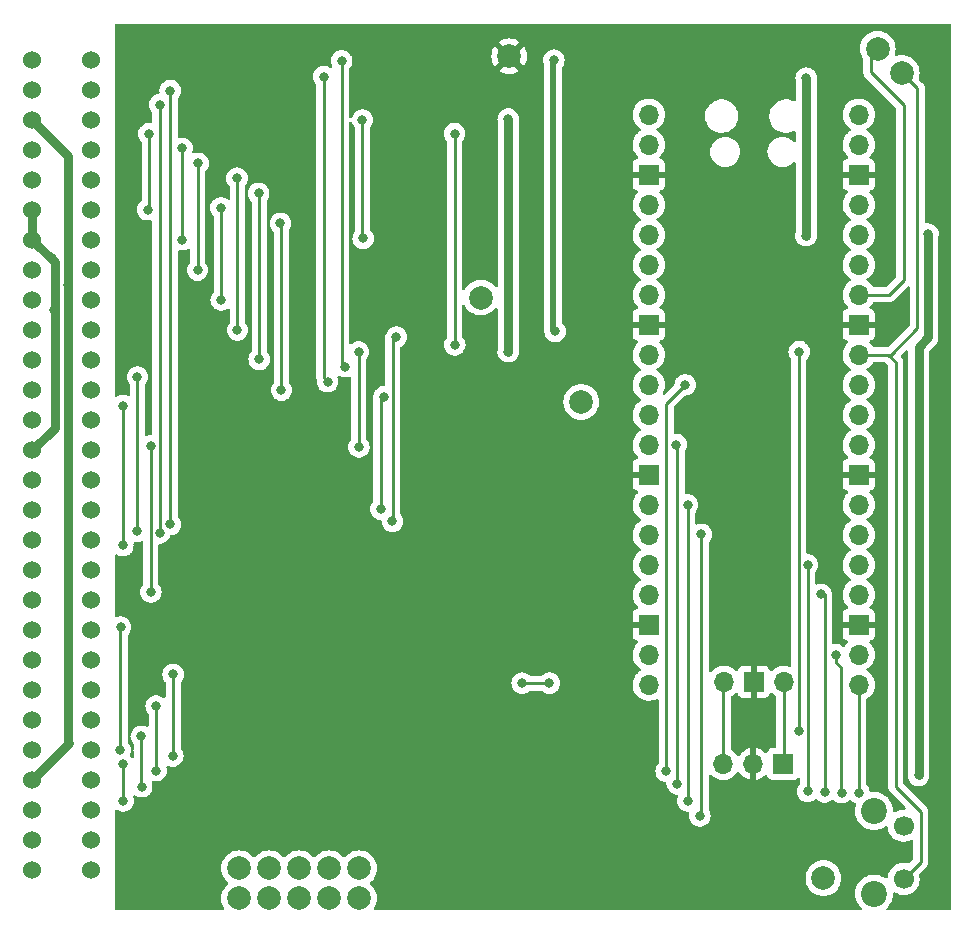
<source format=gbl>
G04 #@! TF.GenerationSoftware,KiCad,Pcbnew,6.0.11-2627ca5db0~126~ubuntu22.04.1*
G04 #@! TF.CreationDate,2023-02-16T15:19:58+00:00*
G04 #@! TF.ProjectId,srom,73726f6d-2e6b-4696-9361-645f70636258,v1.2*
G04 #@! TF.SameCoordinates,Original*
G04 #@! TF.FileFunction,Copper,L2,Bot*
G04 #@! TF.FilePolarity,Positive*
%FSLAX46Y46*%
G04 Gerber Fmt 4.6, Leading zero omitted, Abs format (unit mm)*
G04 Created by KiCad (PCBNEW 6.0.11-2627ca5db0~126~ubuntu22.04.1) date 2023-02-16 15:19:58*
%MOMM*%
%LPD*%
G01*
G04 APERTURE LIST*
G04 #@! TA.AperFunction,ComponentPad*
%ADD10C,2.000000*%
G04 #@! TD*
G04 #@! TA.AperFunction,ComponentPad*
%ADD11R,1.700000X1.700000*%
G04 #@! TD*
G04 #@! TA.AperFunction,ComponentPad*
%ADD12O,1.700000X1.700000*%
G04 #@! TD*
G04 #@! TA.AperFunction,ComponentPad*
%ADD13C,2.200000*%
G04 #@! TD*
G04 #@! TA.AperFunction,ComponentPad*
%ADD14C,1.700000*%
G04 #@! TD*
G04 #@! TA.AperFunction,ComponentPad*
%ADD15C,1.524000*%
G04 #@! TD*
G04 #@! TA.AperFunction,ViaPad*
%ADD16C,0.800000*%
G04 #@! TD*
G04 #@! TA.AperFunction,Conductor*
%ADD17C,0.750000*%
G04 #@! TD*
G04 #@! TA.AperFunction,Conductor*
%ADD18C,0.550000*%
G04 #@! TD*
G04 #@! TA.AperFunction,Conductor*
%ADD19C,0.250000*%
G04 #@! TD*
G04 APERTURE END LIST*
D10*
X48200000Y-122000000D03*
X45660000Y-122000000D03*
X95140000Y-122840000D03*
X50740000Y-122000000D03*
X101770000Y-54650000D03*
X53280000Y-122000000D03*
X50740000Y-124540000D03*
X68540000Y-53260000D03*
X66140000Y-73680000D03*
X45660000Y-124540000D03*
X55820000Y-122000000D03*
X99730000Y-52600000D03*
X48200000Y-124540000D03*
D11*
X91730000Y-113165000D03*
D12*
X89190000Y-113165000D03*
X86650000Y-113165000D03*
D13*
X99425000Y-124150000D03*
X99425000Y-117150000D03*
D14*
X101925000Y-118400000D03*
X101925000Y-122900000D03*
D10*
X53280000Y-124540000D03*
X74630000Y-82520000D03*
X55820000Y-124540000D03*
D15*
X28150000Y-63740000D03*
X33150000Y-63740000D03*
X33150000Y-53580000D03*
X33150000Y-56120000D03*
X33150000Y-58660000D03*
X33150000Y-61200000D03*
X33150000Y-66280000D03*
X33150000Y-68820000D03*
X33150000Y-71360000D03*
X33150000Y-73900000D03*
X33150000Y-76440000D03*
X33150000Y-78980000D03*
X33150000Y-81520000D03*
X33150000Y-84060000D03*
X33150000Y-86600000D03*
X33150000Y-89140000D03*
X33150000Y-91680000D03*
X33150000Y-94220000D03*
X33150000Y-96760000D03*
X33150000Y-99300000D03*
X33150000Y-101840000D03*
X33150000Y-104380000D03*
X33150000Y-106920000D03*
X33150000Y-109460000D03*
X33150000Y-112000000D03*
X33150000Y-114540000D03*
X33150000Y-117080000D03*
X33150000Y-119620000D03*
X33150000Y-122160000D03*
X28150000Y-53580000D03*
X28150000Y-56120000D03*
X28150000Y-58660000D03*
X28150000Y-61200000D03*
X28150000Y-66280000D03*
X28150000Y-68820000D03*
X28150000Y-71360000D03*
X28150000Y-73900000D03*
X28150000Y-76440000D03*
X28150000Y-78980000D03*
X28150000Y-81520000D03*
X28150000Y-84060000D03*
X28150000Y-86600000D03*
X28150000Y-89140000D03*
X28150000Y-91680000D03*
X28150000Y-94220000D03*
X28150000Y-96760000D03*
X28150000Y-99300000D03*
X28150000Y-101840000D03*
X28150000Y-104380000D03*
X28150000Y-106920000D03*
X28150000Y-109460000D03*
X28150000Y-112000000D03*
X28150000Y-114540000D03*
X28150000Y-117080000D03*
X28150000Y-119620000D03*
X28150000Y-122160000D03*
D12*
X80350000Y-58190000D03*
X80350000Y-60730000D03*
D11*
X80350000Y-63270000D03*
D12*
X80350000Y-65810000D03*
X80350000Y-68350000D03*
X80350000Y-70890000D03*
X80350000Y-73430000D03*
D11*
X80350000Y-75970000D03*
D12*
X80350000Y-78510000D03*
X80350000Y-81050000D03*
X80350000Y-83590000D03*
X80350000Y-86130000D03*
D11*
X80350000Y-88670000D03*
D12*
X80350000Y-91210000D03*
X80350000Y-93750000D03*
X80350000Y-96290000D03*
X80350000Y-98830000D03*
D11*
X80350000Y-101370000D03*
D12*
X80350000Y-103910000D03*
X80350000Y-106450000D03*
X98130000Y-106450000D03*
X98130000Y-103910000D03*
D11*
X98130000Y-101370000D03*
D12*
X98130000Y-98830000D03*
X98130000Y-96290000D03*
X98130000Y-93750000D03*
X98130000Y-91210000D03*
D11*
X98130000Y-88670000D03*
D12*
X98130000Y-86130000D03*
X98130000Y-83590000D03*
X98130000Y-81050000D03*
X98130000Y-78510000D03*
D11*
X98130000Y-75970000D03*
D12*
X98130000Y-73430000D03*
X98130000Y-70890000D03*
X98130000Y-68350000D03*
X98130000Y-65810000D03*
D11*
X98130000Y-63270000D03*
D12*
X98130000Y-60730000D03*
X98130000Y-58190000D03*
X86700000Y-106220000D03*
D11*
X89240000Y-106220000D03*
D12*
X91780000Y-106220000D03*
D16*
X68450000Y-58560000D03*
X93680000Y-55100000D03*
X68440000Y-78270000D03*
X103990000Y-68310000D03*
X93660000Y-68450000D03*
X103190000Y-114140000D03*
X36830000Y-70110000D03*
X66140000Y-88310000D03*
X68910000Y-92670000D03*
X66230000Y-86020000D03*
X65950000Y-107920000D03*
X77870000Y-108890000D03*
X72480000Y-80340000D03*
X36830000Y-75180000D03*
X73440000Y-124940000D03*
X58310000Y-54810000D03*
X71690000Y-112510000D03*
X29980000Y-74780000D03*
X59290000Y-58490000D03*
X89250000Y-101370000D03*
X59230000Y-102820000D03*
X29790000Y-70340000D03*
X64840000Y-80780000D03*
X59210000Y-122670000D03*
X59330000Y-69950000D03*
X72320000Y-53590000D03*
X72420000Y-76540000D03*
X31210000Y-72590000D03*
X58980000Y-77030000D03*
X58650000Y-92640000D03*
X37060000Y-80420000D03*
X37000000Y-93490000D03*
X35830000Y-82830000D03*
X35820000Y-94670000D03*
X35850000Y-116310000D03*
X35830000Y-113200000D03*
X37390000Y-110830000D03*
X37420000Y-115090000D03*
X38640000Y-108260000D03*
X38630000Y-113730000D03*
X82760000Y-114860000D03*
X82680000Y-86130000D03*
X83660000Y-116300000D03*
X83640000Y-91230000D03*
X84670000Y-117570000D03*
X84810000Y-93740000D03*
X40080000Y-105580000D03*
X40050000Y-112500000D03*
X38960000Y-57340000D03*
X38940000Y-93610000D03*
X39850000Y-92890000D03*
X39830000Y-56160000D03*
X98130000Y-115600000D03*
X96690000Y-115609999D03*
X96180000Y-103910000D03*
X94930000Y-98820000D03*
X95240000Y-115546666D03*
X93790000Y-115483333D03*
X93790000Y-96310000D03*
X81820000Y-113790000D03*
X83430000Y-81070000D03*
X37910000Y-66250000D03*
X38040000Y-59810000D03*
X40840000Y-61060000D03*
X40840000Y-68790000D03*
X42200000Y-62320000D03*
X42150000Y-71360000D03*
X47320000Y-64860000D03*
X47360000Y-78920000D03*
X49250000Y-81520000D03*
X49160000Y-67400000D03*
X45490000Y-63580000D03*
X45520000Y-76430000D03*
X44120000Y-66090000D03*
X44150000Y-73890000D03*
X56170000Y-68670000D03*
X56110000Y-58660000D03*
X63910000Y-59810000D03*
X63920000Y-77690000D03*
X53150000Y-80800000D03*
X52850000Y-54970000D03*
X54350000Y-53640000D03*
X54670000Y-79540000D03*
X35630000Y-101590000D03*
X35600000Y-112000000D03*
X55780000Y-78290000D03*
X38190000Y-86250000D03*
X38190000Y-98610000D03*
X55810000Y-86330000D03*
X57650000Y-91590000D03*
X57940000Y-82080000D03*
X71935924Y-106334076D03*
X69625924Y-106334076D03*
X93065500Y-110360000D03*
X93090000Y-78270000D03*
D17*
X103990000Y-77060000D02*
X103990000Y-68310000D01*
X68450000Y-76370000D02*
X68450000Y-58560000D01*
X68440000Y-76380000D02*
X68450000Y-76370000D01*
X68440000Y-78270000D02*
X68440000Y-76380000D01*
X103190000Y-77860000D02*
X103990000Y-77060000D01*
X93680000Y-68430000D02*
X93680000Y-55100000D01*
X93660000Y-68450000D02*
X93680000Y-68430000D01*
X103190000Y-114140000D02*
X103190000Y-77860000D01*
X30040000Y-84710000D02*
X28150000Y-86600000D01*
X28150000Y-68820000D02*
X30040000Y-70710000D01*
X58320000Y-54820000D02*
X58310000Y-54810000D01*
X28150000Y-66280000D02*
X28150000Y-68820000D01*
X89240000Y-101380000D02*
X89250000Y-101370000D01*
X30040000Y-70710000D02*
X30040000Y-84710000D01*
X31200000Y-111340000D02*
X31220000Y-111360000D01*
X31170000Y-111520000D02*
X28150000Y-114540000D01*
D18*
X72240000Y-53670000D02*
X72240000Y-76360000D01*
D17*
X31190000Y-61700000D02*
X28150000Y-58660000D01*
D18*
X72320000Y-53590000D02*
X72240000Y-53670000D01*
X72240000Y-76360000D02*
X72420000Y-76540000D01*
D17*
X31200000Y-61710000D02*
X31200000Y-111340000D01*
D19*
X91780000Y-113115000D02*
X91730000Y-113165000D01*
X91780000Y-106220000D02*
X91780000Y-113115000D01*
X86700000Y-106220000D02*
X86650000Y-106270000D01*
X86650000Y-106270000D02*
X86650000Y-113165000D01*
X58665000Y-77025000D02*
X58665000Y-92625000D01*
X58665000Y-92625000D02*
X58650000Y-92640000D01*
X37060000Y-80420000D02*
X37060000Y-93430000D01*
X37060000Y-93430000D02*
X37000000Y-93490000D01*
X35830000Y-82830000D02*
X35830000Y-94660000D01*
X35830000Y-94660000D02*
X35820000Y-94670000D01*
X35830000Y-116290000D02*
X35850000Y-116310000D01*
X35830000Y-113200000D02*
X35830000Y-116290000D01*
X37390000Y-110830000D02*
X37390000Y-115060000D01*
X37390000Y-115060000D02*
X37420000Y-115090000D01*
X38640000Y-113720000D02*
X38630000Y-113730000D01*
X38640000Y-108260000D02*
X38640000Y-113720000D01*
X82760000Y-114860000D02*
X82760000Y-86210000D01*
X82760000Y-86210000D02*
X82680000Y-86130000D01*
X83660000Y-91250000D02*
X83640000Y-91230000D01*
X83660000Y-116300000D02*
X83660000Y-91250000D01*
X84670000Y-117570000D02*
X84810000Y-117430000D01*
X84810000Y-117430000D02*
X84810000Y-93740000D01*
X40080000Y-105580000D02*
X40080000Y-112470000D01*
X40080000Y-112470000D02*
X40050000Y-112500000D01*
X38960000Y-93590000D02*
X38940000Y-93610000D01*
X38960000Y-57340000D02*
X38960000Y-93590000D01*
X39830000Y-92870000D02*
X39850000Y-92890000D01*
X39830000Y-56160000D02*
X39830000Y-92870000D01*
X98140000Y-115420000D02*
X98130000Y-115410000D01*
X98130000Y-115410000D02*
X98130000Y-106450000D01*
X96650000Y-105040000D02*
X96180000Y-104570000D01*
X96180000Y-104570000D02*
X96180000Y-103910000D01*
X96650000Y-115660000D02*
X96650000Y-105040000D01*
X95240000Y-115540000D02*
X95240000Y-98820000D01*
X93790000Y-115550000D02*
X93790000Y-96310000D01*
X81820000Y-82680000D02*
X83430000Y-81070000D01*
X81820000Y-113790000D02*
X81820000Y-82680000D01*
X38040000Y-66120000D02*
X38040000Y-59810000D01*
X37910000Y-66250000D02*
X38040000Y-66120000D01*
X40840000Y-68790000D02*
X40840000Y-61060000D01*
X42150000Y-71360000D02*
X42150000Y-62370000D01*
X42150000Y-62370000D02*
X42200000Y-62320000D01*
X47360000Y-78920000D02*
X47360000Y-64900000D01*
X47360000Y-64900000D02*
X47320000Y-64860000D01*
X49250000Y-81520000D02*
X49250000Y-67490000D01*
X49250000Y-67490000D02*
X49160000Y-67400000D01*
X45520000Y-76430000D02*
X45520000Y-63610000D01*
X45520000Y-63610000D02*
X45490000Y-63580000D01*
X44150000Y-66120000D02*
X44120000Y-66090000D01*
X44150000Y-73890000D02*
X44150000Y-66120000D01*
X56110000Y-68610000D02*
X56170000Y-68670000D01*
X56110000Y-58660000D02*
X56110000Y-68610000D01*
X63920000Y-59820000D02*
X63910000Y-59810000D01*
X63920000Y-77690000D02*
X63920000Y-59820000D01*
X52850000Y-80500000D02*
X53150000Y-80800000D01*
X52850000Y-54970000D02*
X52850000Y-80500000D01*
X54350000Y-53640000D02*
X54350000Y-79220000D01*
X54350000Y-79220000D02*
X54670000Y-79540000D01*
X35600000Y-112000000D02*
X35600000Y-101620000D01*
X35600000Y-101620000D02*
X35630000Y-101590000D01*
X38190000Y-98610000D02*
X38190000Y-86250000D01*
X55810000Y-86330000D02*
X55780000Y-86300000D01*
X55780000Y-86300000D02*
X55780000Y-78290000D01*
X57650000Y-82370000D02*
X57940000Y-82080000D01*
X57650000Y-91590000D02*
X57650000Y-82370000D01*
X69625924Y-106334076D02*
X71935924Y-106334076D01*
X101940000Y-72180000D02*
X101940000Y-57390000D01*
X101940000Y-57390000D02*
X99140000Y-54590000D01*
X93090000Y-78270000D02*
X93065500Y-78294500D01*
X99140000Y-54590000D02*
X99140000Y-53190000D01*
X93065500Y-78294500D02*
X93065500Y-110360000D01*
X100690000Y-73430000D02*
X101940000Y-72180000D01*
X98130000Y-73430000D02*
X100690000Y-73430000D01*
X103380000Y-121445000D02*
X101925000Y-122900000D01*
X101260000Y-79180000D02*
X101260000Y-115110000D01*
X103090000Y-55970000D02*
X101770000Y-54650000D01*
X101260000Y-115110000D02*
X103380000Y-117230000D01*
X103090000Y-76280000D02*
X103090000Y-55970000D01*
X100590000Y-78510000D02*
X101260000Y-79180000D01*
X103380000Y-117230000D02*
X103380000Y-121445000D01*
X98130000Y-78510000D02*
X100590000Y-78510000D01*
X100590000Y-78510000D02*
X100860000Y-78510000D01*
X100860000Y-78510000D02*
X103090000Y-76280000D01*
G04 #@! TA.AperFunction,Conductor*
G36*
X91420000Y-123470000D02*
G01*
X91420000Y-125561500D01*
X70219718Y-125561500D01*
X70278044Y-123455804D01*
X91420000Y-123470000D01*
G37*
G04 #@! TD.AperFunction*
G04 #@! TA.AperFunction,Conductor*
G36*
X91787252Y-125538043D02*
G01*
X81686668Y-125561500D01*
X70257287Y-125561500D01*
X70260000Y-123511551D01*
X70290000Y-123651551D01*
X70260167Y-123461569D01*
X91790167Y-123441569D01*
X91787252Y-125538043D01*
G37*
G04 #@! TD.AperFunction*
G04 #@! TA.AperFunction,Conductor*
G36*
X105893621Y-50508502D02*
G01*
X105940114Y-50562158D01*
X105951500Y-50614500D01*
X105951500Y-125435500D01*
X105931498Y-125503621D01*
X105877842Y-125550114D01*
X105825500Y-125561500D01*
X100590602Y-125561500D01*
X100522481Y-125541498D01*
X100475988Y-125487842D01*
X100465884Y-125417568D01*
X100495378Y-125352988D01*
X100508772Y-125339689D01*
X100562137Y-125294111D01*
X100562142Y-125294106D01*
X100565898Y-125290898D01*
X100730328Y-125098376D01*
X100862616Y-124882502D01*
X100904443Y-124781524D01*
X100957611Y-124653164D01*
X100957612Y-124653162D01*
X100959505Y-124648591D01*
X101018609Y-124402403D01*
X101033828Y-124209030D01*
X101037351Y-124164273D01*
X101062637Y-124097931D01*
X101119775Y-124055792D01*
X101190625Y-124051233D01*
X101226533Y-124065371D01*
X101336000Y-124129338D01*
X101544692Y-124209030D01*
X101549760Y-124210061D01*
X101549763Y-124210062D01*
X101657017Y-124231883D01*
X101763597Y-124253567D01*
X101768772Y-124253757D01*
X101768774Y-124253757D01*
X101981673Y-124261564D01*
X101981677Y-124261564D01*
X101986837Y-124261753D01*
X101991957Y-124261097D01*
X101991959Y-124261097D01*
X102203288Y-124234025D01*
X102203289Y-124234025D01*
X102208416Y-124233368D01*
X102213366Y-124231883D01*
X102417429Y-124170661D01*
X102417434Y-124170659D01*
X102422384Y-124169174D01*
X102622994Y-124070896D01*
X102804860Y-123941173D01*
X102839943Y-123906213D01*
X102959435Y-123787137D01*
X102963096Y-123783489D01*
X103061299Y-123646825D01*
X103090435Y-123606277D01*
X103093453Y-123602077D01*
X103130577Y-123526963D01*
X103190136Y-123406453D01*
X103190137Y-123406451D01*
X103192430Y-123401811D01*
X103257370Y-123188069D01*
X103286529Y-122966590D01*
X103288156Y-122900000D01*
X103269852Y-122677361D01*
X103241821Y-122565765D01*
X103244625Y-122494825D01*
X103274930Y-122445974D01*
X103772258Y-121948647D01*
X103780537Y-121941113D01*
X103787018Y-121937000D01*
X103833644Y-121887348D01*
X103836398Y-121884507D01*
X103856135Y-121864770D01*
X103858615Y-121861573D01*
X103866320Y-121852551D01*
X103891159Y-121826100D01*
X103896586Y-121820321D01*
X103900405Y-121813375D01*
X103900407Y-121813372D01*
X103906348Y-121802566D01*
X103917199Y-121786047D01*
X103924758Y-121776301D01*
X103929614Y-121770041D01*
X103932759Y-121762772D01*
X103932762Y-121762768D01*
X103947174Y-121729463D01*
X103952391Y-121718813D01*
X103973695Y-121680060D01*
X103978733Y-121660437D01*
X103985137Y-121641734D01*
X103990033Y-121630420D01*
X103990033Y-121630419D01*
X103993181Y-121623145D01*
X103994420Y-121615322D01*
X103994423Y-121615312D01*
X104000099Y-121579476D01*
X104002505Y-121567856D01*
X104011528Y-121532711D01*
X104011528Y-121532710D01*
X104013500Y-121525030D01*
X104013500Y-121504776D01*
X104015051Y-121485065D01*
X104016980Y-121472886D01*
X104018220Y-121465057D01*
X104014059Y-121421038D01*
X104013500Y-121409181D01*
X104013500Y-117308768D01*
X104014027Y-117297585D01*
X104015702Y-117290092D01*
X104013562Y-117222001D01*
X104013500Y-117218044D01*
X104013500Y-117190144D01*
X104012996Y-117186153D01*
X104012063Y-117174311D01*
X104011981Y-117171677D01*
X104010674Y-117130111D01*
X104008462Y-117122497D01*
X104008461Y-117122492D01*
X104005023Y-117110659D01*
X104001012Y-117091295D01*
X103999467Y-117079064D01*
X103998474Y-117071203D01*
X103995557Y-117063836D01*
X103995556Y-117063831D01*
X103982198Y-117030092D01*
X103978354Y-117018865D01*
X103970766Y-116992749D01*
X103966018Y-116976407D01*
X103955707Y-116958972D01*
X103947012Y-116941224D01*
X103939552Y-116922383D01*
X103913564Y-116886613D01*
X103907048Y-116876693D01*
X103888580Y-116845465D01*
X103888578Y-116845462D01*
X103884542Y-116838638D01*
X103870221Y-116824317D01*
X103857380Y-116809283D01*
X103850131Y-116799306D01*
X103845472Y-116792893D01*
X103811395Y-116764702D01*
X103802616Y-116756712D01*
X101930405Y-114884500D01*
X101896379Y-114822188D01*
X101893500Y-114795405D01*
X101893500Y-79258767D01*
X101894027Y-79247584D01*
X101895702Y-79240091D01*
X101895384Y-79229958D01*
X101893562Y-79172014D01*
X101893500Y-79168055D01*
X101893500Y-79140144D01*
X101892995Y-79136144D01*
X101892062Y-79124301D01*
X101891922Y-79119829D01*
X101890673Y-79080110D01*
X101885022Y-79060658D01*
X101881014Y-79041306D01*
X101879467Y-79029063D01*
X101878474Y-79021203D01*
X101874756Y-79011811D01*
X101862200Y-78980097D01*
X101858355Y-78968870D01*
X101853671Y-78952749D01*
X101846018Y-78926407D01*
X101840833Y-78917639D01*
X101835707Y-78908972D01*
X101827012Y-78891224D01*
X101819552Y-78872383D01*
X101793564Y-78836613D01*
X101787048Y-78826693D01*
X101768580Y-78795465D01*
X101768578Y-78795462D01*
X101764542Y-78788638D01*
X101750221Y-78774317D01*
X101737380Y-78759283D01*
X101730132Y-78749307D01*
X101725472Y-78742893D01*
X101719363Y-78737839D01*
X101713937Y-78732061D01*
X101715410Y-78730678D01*
X101681628Y-78680662D01*
X101680007Y-78609684D01*
X101712587Y-78553317D01*
X102091405Y-78174499D01*
X102153717Y-78140473D01*
X102224532Y-78145538D01*
X102281368Y-78188085D01*
X102306179Y-78254605D01*
X102306500Y-78263594D01*
X102306500Y-113899210D01*
X102300333Y-113938146D01*
X102296458Y-113950072D01*
X102276496Y-114140000D01*
X102277186Y-114146565D01*
X102291035Y-114278327D01*
X102296458Y-114329928D01*
X102355473Y-114511556D01*
X102358776Y-114517278D01*
X102358777Y-114517279D01*
X102362156Y-114523131D01*
X102450960Y-114676944D01*
X102455378Y-114681851D01*
X102455379Y-114681852D01*
X102544480Y-114780809D01*
X102578747Y-114818866D01*
X102626331Y-114853438D01*
X102714889Y-114917779D01*
X102733248Y-114931118D01*
X102739276Y-114933802D01*
X102739278Y-114933803D01*
X102847053Y-114981787D01*
X102907712Y-115008794D01*
X103001113Y-115028647D01*
X103088056Y-115047128D01*
X103088061Y-115047128D01*
X103094513Y-115048500D01*
X103285487Y-115048500D01*
X103291939Y-115047128D01*
X103291944Y-115047128D01*
X103378887Y-115028647D01*
X103472288Y-115008794D01*
X103532947Y-114981787D01*
X103640722Y-114933803D01*
X103640724Y-114933802D01*
X103646752Y-114931118D01*
X103665112Y-114917779D01*
X103753669Y-114853438D01*
X103801253Y-114818866D01*
X103835520Y-114780809D01*
X103924621Y-114681852D01*
X103924622Y-114681851D01*
X103929040Y-114676944D01*
X104017844Y-114523131D01*
X104021223Y-114517279D01*
X104021224Y-114517278D01*
X104024527Y-114511556D01*
X104083542Y-114329928D01*
X104088966Y-114278327D01*
X104102814Y-114146565D01*
X104103504Y-114140000D01*
X104083542Y-113950072D01*
X104079667Y-113938146D01*
X104073500Y-113899210D01*
X104073500Y-78278149D01*
X104093502Y-78210028D01*
X104110404Y-78189054D01*
X104558545Y-77740912D01*
X104573581Y-77728070D01*
X104584434Y-77720185D01*
X104591130Y-77712749D01*
X104628895Y-77670806D01*
X104633436Y-77666021D01*
X104647472Y-77651985D01*
X104659966Y-77636557D01*
X104664246Y-77631547D01*
X104704284Y-77587079D01*
X104704288Y-77587074D01*
X104708704Y-77582169D01*
X104715410Y-77570554D01*
X104726610Y-77554258D01*
X104730894Y-77548967D01*
X104735047Y-77543839D01*
X104765213Y-77484637D01*
X104768346Y-77478867D01*
X104798260Y-77427055D01*
X104798262Y-77427050D01*
X104801564Y-77421331D01*
X104803605Y-77415051D01*
X104803608Y-77415043D01*
X104805708Y-77408579D01*
X104813272Y-77390317D01*
X104816363Y-77384251D01*
X104816366Y-77384242D01*
X104819362Y-77378363D01*
X104825218Y-77356507D01*
X104836556Y-77314196D01*
X104838422Y-77307894D01*
X104858954Y-77244702D01*
X104860355Y-77231372D01*
X104863958Y-77211929D01*
X104867430Y-77198971D01*
X104870907Y-77132628D01*
X104871424Y-77126059D01*
X104873156Y-77109577D01*
X104873500Y-77106306D01*
X104873500Y-77086445D01*
X104873673Y-77079850D01*
X104876805Y-77020098D01*
X104876805Y-77020094D01*
X104877150Y-77013507D01*
X104875051Y-77000253D01*
X104873500Y-76980544D01*
X104873500Y-68550790D01*
X104879667Y-68511854D01*
X104881502Y-68506206D01*
X104883542Y-68499928D01*
X104903504Y-68310000D01*
X104885508Y-68138774D01*
X104884232Y-68126635D01*
X104884232Y-68126633D01*
X104883542Y-68120072D01*
X104824527Y-67938444D01*
X104729040Y-67773056D01*
X104722031Y-67765271D01*
X104605675Y-67636045D01*
X104605674Y-67636044D01*
X104601253Y-67631134D01*
X104446752Y-67518882D01*
X104440724Y-67516198D01*
X104440722Y-67516197D01*
X104278319Y-67443891D01*
X104278318Y-67443891D01*
X104272288Y-67441206D01*
X104178887Y-67421353D01*
X104091944Y-67402872D01*
X104091939Y-67402872D01*
X104085487Y-67401500D01*
X103894513Y-67401500D01*
X103888058Y-67402872D01*
X103888049Y-67402873D01*
X103875694Y-67405499D01*
X103804903Y-67400096D01*
X103748272Y-67357278D01*
X103723779Y-67290639D01*
X103723500Y-67282252D01*
X103723500Y-56048767D01*
X103724027Y-56037584D01*
X103725702Y-56030091D01*
X103723562Y-55962000D01*
X103723500Y-55958043D01*
X103723500Y-55930144D01*
X103722996Y-55926153D01*
X103722063Y-55914311D01*
X103720923Y-55878036D01*
X103720674Y-55870111D01*
X103718462Y-55862497D01*
X103718461Y-55862492D01*
X103715023Y-55850659D01*
X103711012Y-55831295D01*
X103709467Y-55819064D01*
X103708474Y-55811203D01*
X103705557Y-55803836D01*
X103705556Y-55803831D01*
X103692198Y-55770092D01*
X103688354Y-55758865D01*
X103678230Y-55724022D01*
X103676018Y-55716407D01*
X103665707Y-55698972D01*
X103657012Y-55681224D01*
X103649552Y-55662383D01*
X103623564Y-55626613D01*
X103617048Y-55616693D01*
X103598580Y-55585465D01*
X103598578Y-55585462D01*
X103594542Y-55578638D01*
X103580221Y-55564317D01*
X103567380Y-55549283D01*
X103560131Y-55539306D01*
X103555472Y-55532893D01*
X103521395Y-55504702D01*
X103512616Y-55496712D01*
X103244364Y-55228460D01*
X103210338Y-55166148D01*
X103210940Y-55109951D01*
X103263380Y-54891524D01*
X103263381Y-54891518D01*
X103264535Y-54886711D01*
X103283165Y-54650000D01*
X103264535Y-54413289D01*
X103231192Y-54274403D01*
X103219958Y-54227612D01*
X103209105Y-54182406D01*
X103204474Y-54171226D01*
X103120135Y-53967611D01*
X103120133Y-53967607D01*
X103118240Y-53963037D01*
X103100835Y-53934634D01*
X102996759Y-53764798D01*
X102996755Y-53764792D01*
X102994176Y-53760584D01*
X102839969Y-53580031D01*
X102659416Y-53425824D01*
X102655208Y-53423245D01*
X102655202Y-53423241D01*
X102461183Y-53304346D01*
X102456963Y-53301760D01*
X102452393Y-53299867D01*
X102452389Y-53299865D01*
X102242167Y-53212789D01*
X102242165Y-53212788D01*
X102237594Y-53210895D01*
X102157391Y-53191640D01*
X102011524Y-53156620D01*
X102011518Y-53156619D01*
X102006711Y-53155465D01*
X101770000Y-53136835D01*
X101533289Y-53155465D01*
X101528482Y-53156619D01*
X101528476Y-53156620D01*
X101324377Y-53205620D01*
X101253469Y-53202073D01*
X101195735Y-53160753D01*
X101169505Y-53094779D01*
X101172444Y-53053687D01*
X101223380Y-52841524D01*
X101223381Y-52841518D01*
X101224535Y-52836711D01*
X101243165Y-52600000D01*
X101224535Y-52363289D01*
X101169105Y-52132406D01*
X101167211Y-52127833D01*
X101080135Y-51917611D01*
X101080133Y-51917607D01*
X101078240Y-51913037D01*
X101021360Y-51820217D01*
X100956759Y-51714798D01*
X100956755Y-51714792D01*
X100954176Y-51710584D01*
X100799969Y-51530031D01*
X100619416Y-51375824D01*
X100615208Y-51373245D01*
X100615202Y-51373241D01*
X100421183Y-51254346D01*
X100416963Y-51251760D01*
X100412393Y-51249867D01*
X100412389Y-51249865D01*
X100202167Y-51162789D01*
X100202165Y-51162788D01*
X100197594Y-51160895D01*
X100117391Y-51141640D01*
X99971524Y-51106620D01*
X99971518Y-51106619D01*
X99966711Y-51105465D01*
X99730000Y-51086835D01*
X99493289Y-51105465D01*
X99488482Y-51106619D01*
X99488476Y-51106620D01*
X99342609Y-51141640D01*
X99262406Y-51160895D01*
X99257835Y-51162788D01*
X99257833Y-51162789D01*
X99047611Y-51249865D01*
X99047607Y-51249867D01*
X99043037Y-51251760D01*
X99038817Y-51254346D01*
X98844798Y-51373241D01*
X98844792Y-51373245D01*
X98840584Y-51375824D01*
X98660031Y-51530031D01*
X98505824Y-51710584D01*
X98503245Y-51714792D01*
X98503241Y-51714798D01*
X98438640Y-51820217D01*
X98381760Y-51913037D01*
X98379867Y-51917607D01*
X98379865Y-51917611D01*
X98292789Y-52127833D01*
X98290895Y-52132406D01*
X98235465Y-52363289D01*
X98216835Y-52600000D01*
X98235465Y-52836711D01*
X98236619Y-52841518D01*
X98236620Y-52841524D01*
X98249601Y-52895592D01*
X98290895Y-53067594D01*
X98292788Y-53072165D01*
X98292789Y-53072167D01*
X98376693Y-53274729D01*
X98381760Y-53286963D01*
X98384346Y-53291183D01*
X98487933Y-53460221D01*
X98506500Y-53526056D01*
X98506500Y-54511233D01*
X98505973Y-54522416D01*
X98504298Y-54529909D01*
X98504547Y-54537835D01*
X98504547Y-54537836D01*
X98506438Y-54597986D01*
X98506500Y-54601945D01*
X98506500Y-54629856D01*
X98506997Y-54633790D01*
X98506997Y-54633791D01*
X98507005Y-54633856D01*
X98507938Y-54645693D01*
X98509327Y-54689889D01*
X98514978Y-54709339D01*
X98518987Y-54728700D01*
X98521526Y-54748797D01*
X98524445Y-54756168D01*
X98524445Y-54756170D01*
X98537804Y-54789912D01*
X98541649Y-54801142D01*
X98553982Y-54843593D01*
X98558015Y-54850412D01*
X98558017Y-54850417D01*
X98564293Y-54861028D01*
X98572988Y-54878776D01*
X98580448Y-54897617D01*
X98585110Y-54904033D01*
X98585110Y-54904034D01*
X98606436Y-54933387D01*
X98612952Y-54943307D01*
X98635458Y-54981362D01*
X98649779Y-54995683D01*
X98662619Y-55010716D01*
X98674528Y-55027107D01*
X98680634Y-55032158D01*
X98708605Y-55055298D01*
X98717384Y-55063288D01*
X101269595Y-57615500D01*
X101303621Y-57677812D01*
X101306500Y-57704595D01*
X101306500Y-71865405D01*
X101286498Y-71933526D01*
X101269595Y-71954501D01*
X100464499Y-72759596D01*
X100402187Y-72793621D01*
X100375404Y-72796500D01*
X99406805Y-72796500D01*
X99338684Y-72776498D01*
X99301013Y-72738940D01*
X99212822Y-72602617D01*
X99212820Y-72602614D01*
X99210014Y-72598277D01*
X99059670Y-72433051D01*
X99055619Y-72429852D01*
X99055615Y-72429848D01*
X98888414Y-72297800D01*
X98888410Y-72297798D01*
X98884359Y-72294598D01*
X98843053Y-72271796D01*
X98793084Y-72221364D01*
X98778312Y-72151921D01*
X98803428Y-72085516D01*
X98830780Y-72058909D01*
X98874603Y-72027650D01*
X99009860Y-71931173D01*
X99168096Y-71773489D01*
X99194116Y-71737279D01*
X99295435Y-71596277D01*
X99298453Y-71592077D01*
X99316182Y-71556206D01*
X99395136Y-71396453D01*
X99395137Y-71396451D01*
X99397430Y-71391811D01*
X99462370Y-71178069D01*
X99491529Y-70956590D01*
X99493156Y-70890000D01*
X99474852Y-70667361D01*
X99420431Y-70450702D01*
X99331354Y-70245840D01*
X99210014Y-70058277D01*
X99059670Y-69893051D01*
X99055619Y-69889852D01*
X99055615Y-69889848D01*
X98888414Y-69757800D01*
X98888410Y-69757798D01*
X98884359Y-69754598D01*
X98843053Y-69731796D01*
X98793084Y-69681364D01*
X98778312Y-69611921D01*
X98803428Y-69545516D01*
X98830780Y-69518909D01*
X98874603Y-69487650D01*
X99009860Y-69391173D01*
X99042648Y-69358500D01*
X99164435Y-69237137D01*
X99168096Y-69233489D01*
X99187171Y-69206944D01*
X99295435Y-69056277D01*
X99298453Y-69052077D01*
X99300825Y-69047279D01*
X99395136Y-68856453D01*
X99395137Y-68856451D01*
X99397430Y-68851811D01*
X99462370Y-68638069D01*
X99491529Y-68416590D01*
X99492239Y-68387530D01*
X99493074Y-68353365D01*
X99493074Y-68353361D01*
X99493156Y-68350000D01*
X99474852Y-68127361D01*
X99420431Y-67910702D01*
X99331354Y-67705840D01*
X99286202Y-67636045D01*
X99212822Y-67522617D01*
X99212820Y-67522614D01*
X99210014Y-67518277D01*
X99059670Y-67353051D01*
X99055619Y-67349852D01*
X99055615Y-67349848D01*
X98888414Y-67217800D01*
X98888410Y-67217798D01*
X98884359Y-67214598D01*
X98843053Y-67191796D01*
X98793084Y-67141364D01*
X98778312Y-67071921D01*
X98803428Y-67005516D01*
X98830780Y-66978909D01*
X98895494Y-66932749D01*
X99009860Y-66851173D01*
X99168096Y-66693489D01*
X99212387Y-66631852D01*
X99295435Y-66516277D01*
X99298453Y-66512077D01*
X99320594Y-66467279D01*
X99395136Y-66316453D01*
X99395137Y-66316451D01*
X99397430Y-66311811D01*
X99462370Y-66098069D01*
X99491529Y-65876590D01*
X99493156Y-65810000D01*
X99474852Y-65587361D01*
X99420431Y-65370702D01*
X99331354Y-65165840D01*
X99210014Y-64978277D01*
X99206540Y-64974459D01*
X99206533Y-64974450D01*
X99062435Y-64816088D01*
X99031383Y-64752242D01*
X99039779Y-64681744D01*
X99084956Y-64626976D01*
X99111400Y-64613307D01*
X99218052Y-64573325D01*
X99233649Y-64564786D01*
X99335724Y-64488285D01*
X99348285Y-64475724D01*
X99424786Y-64373649D01*
X99433324Y-64358054D01*
X99478478Y-64237606D01*
X99482105Y-64222351D01*
X99487631Y-64171486D01*
X99488000Y-64164672D01*
X99488000Y-63542115D01*
X99483525Y-63526876D01*
X99482135Y-63525671D01*
X99474452Y-63524000D01*
X96790116Y-63524000D01*
X96774877Y-63528475D01*
X96773672Y-63529865D01*
X96772001Y-63537548D01*
X96772001Y-64164669D01*
X96772371Y-64171490D01*
X96777895Y-64222352D01*
X96781521Y-64237604D01*
X96826676Y-64358054D01*
X96835214Y-64373649D01*
X96911715Y-64475724D01*
X96924276Y-64488285D01*
X97026351Y-64564786D01*
X97041946Y-64573324D01*
X97150827Y-64614142D01*
X97207591Y-64656784D01*
X97232291Y-64723345D01*
X97217083Y-64792694D01*
X97197691Y-64819175D01*
X97074200Y-64948401D01*
X97070629Y-64952138D01*
X96944743Y-65136680D01*
X96906144Y-65219834D01*
X96869452Y-65298882D01*
X96850688Y-65339305D01*
X96790989Y-65554570D01*
X96767251Y-65776695D01*
X96767548Y-65781848D01*
X96767548Y-65781851D01*
X96773011Y-65876590D01*
X96780110Y-65999715D01*
X96781247Y-66004761D01*
X96781248Y-66004767D01*
X96792297Y-66053794D01*
X96829222Y-66217639D01*
X96913266Y-66424616D01*
X96935903Y-66461556D01*
X97024539Y-66606197D01*
X97029987Y-66615088D01*
X97176250Y-66783938D01*
X97348126Y-66926632D01*
X97358594Y-66932749D01*
X97421445Y-66969476D01*
X97470169Y-67021114D01*
X97483240Y-67090897D01*
X97456509Y-67156669D01*
X97416055Y-67190027D01*
X97403607Y-67196507D01*
X97399474Y-67199610D01*
X97399471Y-67199612D01*
X97229100Y-67327530D01*
X97224965Y-67330635D01*
X97070629Y-67492138D01*
X96944743Y-67676680D01*
X96850688Y-67879305D01*
X96790989Y-68094570D01*
X96767251Y-68316695D01*
X96767548Y-68321848D01*
X96767548Y-68321851D01*
X96777816Y-68499928D01*
X96780110Y-68539715D01*
X96781247Y-68544761D01*
X96781248Y-68544767D01*
X96801119Y-68632939D01*
X96829222Y-68757639D01*
X96913266Y-68964616D01*
X96915965Y-68969020D01*
X97016298Y-69132749D01*
X97029987Y-69155088D01*
X97176250Y-69323938D01*
X97348126Y-69466632D01*
X97418595Y-69507811D01*
X97421445Y-69509476D01*
X97470169Y-69561114D01*
X97483240Y-69630897D01*
X97456509Y-69696669D01*
X97416055Y-69730027D01*
X97403607Y-69736507D01*
X97399474Y-69739610D01*
X97399471Y-69739612D01*
X97229100Y-69867530D01*
X97224965Y-69870635D01*
X97070629Y-70032138D01*
X96944743Y-70216680D01*
X96850688Y-70419305D01*
X96790989Y-70634570D01*
X96767251Y-70856695D01*
X96767548Y-70861848D01*
X96767548Y-70861851D01*
X96773011Y-70956590D01*
X96780110Y-71079715D01*
X96781247Y-71084761D01*
X96781248Y-71084767D01*
X96799058Y-71163794D01*
X96829222Y-71297639D01*
X96913266Y-71504616D01*
X97029987Y-71695088D01*
X97176250Y-71863938D01*
X97348126Y-72006632D01*
X97394884Y-72033955D01*
X97421445Y-72049476D01*
X97470169Y-72101114D01*
X97483240Y-72170897D01*
X97456509Y-72236669D01*
X97416055Y-72270027D01*
X97403607Y-72276507D01*
X97399474Y-72279610D01*
X97399471Y-72279612D01*
X97229100Y-72407530D01*
X97224965Y-72410635D01*
X97070629Y-72572138D01*
X97067715Y-72576410D01*
X97067714Y-72576411D01*
X97037351Y-72620921D01*
X96944743Y-72756680D01*
X96850688Y-72959305D01*
X96790989Y-73174570D01*
X96767251Y-73396695D01*
X96767548Y-73401848D01*
X96767548Y-73401851D01*
X96773011Y-73496590D01*
X96780110Y-73619715D01*
X96781247Y-73624761D01*
X96781248Y-73624767D01*
X96801119Y-73712939D01*
X96829222Y-73837639D01*
X96889014Y-73984890D01*
X96906662Y-74028351D01*
X96913266Y-74044616D01*
X97029987Y-74235088D01*
X97176250Y-74403938D01*
X97180225Y-74407238D01*
X97180231Y-74407244D01*
X97185425Y-74411556D01*
X97225059Y-74470460D01*
X97226555Y-74541441D01*
X97189439Y-74601962D01*
X97149168Y-74626480D01*
X97041946Y-74666676D01*
X97026351Y-74675214D01*
X96924276Y-74751715D01*
X96911715Y-74764276D01*
X96835214Y-74866351D01*
X96826676Y-74881946D01*
X96781522Y-75002394D01*
X96777895Y-75017649D01*
X96772369Y-75068514D01*
X96772000Y-75075328D01*
X96772000Y-75697885D01*
X96776475Y-75713124D01*
X96777865Y-75714329D01*
X96785548Y-75716000D01*
X99469884Y-75716000D01*
X99485123Y-75711525D01*
X99486328Y-75710135D01*
X99487999Y-75702452D01*
X99487999Y-75075331D01*
X99487629Y-75068510D01*
X99482105Y-75017648D01*
X99478479Y-75002396D01*
X99433324Y-74881946D01*
X99424786Y-74866351D01*
X99348285Y-74764276D01*
X99335724Y-74751715D01*
X99233649Y-74675214D01*
X99218054Y-74666676D01*
X99107813Y-74625348D01*
X99051049Y-74582706D01*
X99026349Y-74516145D01*
X99041557Y-74446796D01*
X99063104Y-74418115D01*
X99164430Y-74317144D01*
X99164440Y-74317132D01*
X99168096Y-74313489D01*
X99178791Y-74298606D01*
X99295435Y-74136277D01*
X99298453Y-74132077D01*
X99300746Y-74127437D01*
X99302446Y-74124608D01*
X99354674Y-74076518D01*
X99410451Y-74063500D01*
X100611233Y-74063500D01*
X100622416Y-74064027D01*
X100629909Y-74065702D01*
X100637835Y-74065453D01*
X100637836Y-74065453D01*
X100697986Y-74063562D01*
X100701945Y-74063500D01*
X100729856Y-74063500D01*
X100733791Y-74063003D01*
X100733856Y-74062995D01*
X100745693Y-74062062D01*
X100777951Y-74061048D01*
X100781970Y-74060922D01*
X100789889Y-74060673D01*
X100809343Y-74055021D01*
X100828700Y-74051013D01*
X100840930Y-74049468D01*
X100840931Y-74049468D01*
X100848797Y-74048474D01*
X100856168Y-74045555D01*
X100856170Y-74045555D01*
X100889912Y-74032196D01*
X100901142Y-74028351D01*
X100935983Y-74018229D01*
X100935984Y-74018229D01*
X100943593Y-74016018D01*
X100950412Y-74011985D01*
X100950417Y-74011983D01*
X100961028Y-74005707D01*
X100978776Y-73997012D01*
X100997617Y-73989552D01*
X101033387Y-73963564D01*
X101043307Y-73957048D01*
X101074535Y-73938580D01*
X101074538Y-73938578D01*
X101081362Y-73934542D01*
X101095683Y-73920221D01*
X101110717Y-73907380D01*
X101120694Y-73900131D01*
X101127107Y-73895472D01*
X101155298Y-73861395D01*
X101163288Y-73852616D01*
X102241405Y-72774500D01*
X102303717Y-72740474D01*
X102374533Y-72745539D01*
X102431368Y-72788086D01*
X102456179Y-72854606D01*
X102456500Y-72863595D01*
X102456500Y-75965405D01*
X102436498Y-76033526D01*
X102419595Y-76054500D01*
X100634500Y-77839595D01*
X100572188Y-77873621D01*
X100545405Y-77876500D01*
X99406805Y-77876500D01*
X99338684Y-77856498D01*
X99301013Y-77818940D01*
X99212822Y-77682617D01*
X99212820Y-77682614D01*
X99210014Y-77678277D01*
X99206540Y-77674459D01*
X99206533Y-77674450D01*
X99062435Y-77516088D01*
X99031383Y-77452242D01*
X99039779Y-77381744D01*
X99084956Y-77326976D01*
X99111400Y-77313307D01*
X99218052Y-77273325D01*
X99233649Y-77264786D01*
X99335724Y-77188285D01*
X99348285Y-77175724D01*
X99424786Y-77073649D01*
X99433324Y-77058054D01*
X99478478Y-76937606D01*
X99482105Y-76922351D01*
X99487631Y-76871486D01*
X99488000Y-76864672D01*
X99488000Y-76242115D01*
X99483525Y-76226876D01*
X99482135Y-76225671D01*
X99474452Y-76224000D01*
X96790116Y-76224000D01*
X96774877Y-76228475D01*
X96773672Y-76229865D01*
X96772001Y-76237548D01*
X96772001Y-76864669D01*
X96772371Y-76871490D01*
X96777895Y-76922352D01*
X96781521Y-76937604D01*
X96826676Y-77058054D01*
X96835214Y-77073649D01*
X96911715Y-77175724D01*
X96924276Y-77188285D01*
X97026351Y-77264786D01*
X97041946Y-77273324D01*
X97150827Y-77314142D01*
X97207591Y-77356784D01*
X97232291Y-77423345D01*
X97217083Y-77492694D01*
X97197691Y-77519175D01*
X97074200Y-77648401D01*
X97070629Y-77652138D01*
X97067715Y-77656410D01*
X97067714Y-77656411D01*
X97015430Y-77733056D01*
X96944743Y-77836680D01*
X96927596Y-77873621D01*
X96885413Y-77964497D01*
X96850688Y-78039305D01*
X96790989Y-78254570D01*
X96767251Y-78476695D01*
X96767548Y-78481848D01*
X96767548Y-78481851D01*
X96773011Y-78576590D01*
X96780110Y-78699715D01*
X96781247Y-78704761D01*
X96781248Y-78704767D01*
X96802275Y-78798069D01*
X96829222Y-78917639D01*
X96913266Y-79124616D01*
X96962285Y-79204608D01*
X97019074Y-79297279D01*
X97029987Y-79315088D01*
X97176250Y-79483938D01*
X97348126Y-79626632D01*
X97358618Y-79632763D01*
X97421445Y-79669476D01*
X97470169Y-79721114D01*
X97483240Y-79790897D01*
X97456509Y-79856669D01*
X97416055Y-79890027D01*
X97403607Y-79896507D01*
X97399474Y-79899610D01*
X97399471Y-79899612D01*
X97257513Y-80006197D01*
X97224965Y-80030635D01*
X97070629Y-80192138D01*
X96944743Y-80376680D01*
X96909630Y-80452325D01*
X96869000Y-80539856D01*
X96850688Y-80579305D01*
X96790989Y-80794570D01*
X96767251Y-81016695D01*
X96767548Y-81021848D01*
X96767548Y-81021851D01*
X96776177Y-81171500D01*
X96780110Y-81239715D01*
X96781247Y-81244761D01*
X96781248Y-81244767D01*
X96799058Y-81323794D01*
X96829222Y-81457639D01*
X96913266Y-81664616D01*
X97029987Y-81855088D01*
X97176250Y-82023938D01*
X97348126Y-82166632D01*
X97353748Y-82169917D01*
X97421445Y-82209476D01*
X97470169Y-82261114D01*
X97483240Y-82330897D01*
X97456509Y-82396669D01*
X97416055Y-82430027D01*
X97403607Y-82436507D01*
X97399474Y-82439610D01*
X97399471Y-82439612D01*
X97285838Y-82524930D01*
X97224965Y-82570635D01*
X97070629Y-82732138D01*
X96944743Y-82916680D01*
X96850688Y-83119305D01*
X96790989Y-83334570D01*
X96767251Y-83556695D01*
X96767548Y-83561848D01*
X96767548Y-83561851D01*
X96773011Y-83656590D01*
X96780110Y-83779715D01*
X96781247Y-83784761D01*
X96781248Y-83784767D01*
X96799477Y-83865654D01*
X96829222Y-83997639D01*
X96913266Y-84204616D01*
X97029987Y-84395088D01*
X97176250Y-84563938D01*
X97348126Y-84706632D01*
X97418595Y-84747811D01*
X97421445Y-84749476D01*
X97470169Y-84801114D01*
X97483240Y-84870897D01*
X97456509Y-84936669D01*
X97416055Y-84970027D01*
X97403607Y-84976507D01*
X97399474Y-84979610D01*
X97399471Y-84979612D01*
X97244421Y-85096027D01*
X97224965Y-85110635D01*
X97070629Y-85272138D01*
X97067715Y-85276410D01*
X97067714Y-85276411D01*
X97017366Y-85350218D01*
X96944743Y-85456680D01*
X96930316Y-85487761D01*
X96857096Y-85645501D01*
X96850688Y-85659305D01*
X96790989Y-85874570D01*
X96767251Y-86096695D01*
X96767548Y-86101848D01*
X96767548Y-86101851D01*
X96773011Y-86196590D01*
X96780110Y-86319715D01*
X96781247Y-86324761D01*
X96781248Y-86324767D01*
X96783907Y-86336565D01*
X96829222Y-86537639D01*
X96913266Y-86744616D01*
X97029987Y-86935088D01*
X97176250Y-87103938D01*
X97180225Y-87107238D01*
X97180231Y-87107244D01*
X97185425Y-87111556D01*
X97225059Y-87170460D01*
X97226555Y-87241441D01*
X97189439Y-87301962D01*
X97149168Y-87326480D01*
X97041946Y-87366676D01*
X97026351Y-87375214D01*
X96924276Y-87451715D01*
X96911715Y-87464276D01*
X96835214Y-87566351D01*
X96826676Y-87581946D01*
X96781522Y-87702394D01*
X96777895Y-87717649D01*
X96772369Y-87768514D01*
X96772000Y-87775328D01*
X96772000Y-88397885D01*
X96776475Y-88413124D01*
X96777865Y-88414329D01*
X96785548Y-88416000D01*
X99469884Y-88416000D01*
X99485123Y-88411525D01*
X99486328Y-88410135D01*
X99487999Y-88402452D01*
X99487999Y-87775331D01*
X99487629Y-87768510D01*
X99482105Y-87717648D01*
X99478479Y-87702396D01*
X99433324Y-87581946D01*
X99424786Y-87566351D01*
X99348285Y-87464276D01*
X99335724Y-87451715D01*
X99233649Y-87375214D01*
X99218054Y-87366676D01*
X99107813Y-87325348D01*
X99051049Y-87282706D01*
X99026349Y-87216145D01*
X99041557Y-87146796D01*
X99063104Y-87118115D01*
X99164430Y-87017144D01*
X99164440Y-87017132D01*
X99168096Y-87013489D01*
X99227594Y-86930689D01*
X99295435Y-86836277D01*
X99298453Y-86832077D01*
X99366067Y-86695271D01*
X99395136Y-86636453D01*
X99395137Y-86636451D01*
X99397430Y-86631811D01*
X99462370Y-86418069D01*
X99491529Y-86196590D01*
X99492996Y-86136565D01*
X99493074Y-86133365D01*
X99493074Y-86133361D01*
X99493156Y-86130000D01*
X99474852Y-85907361D01*
X99420431Y-85690702D01*
X99331354Y-85485840D01*
X99262776Y-85379834D01*
X99212822Y-85302617D01*
X99212820Y-85302614D01*
X99210014Y-85298277D01*
X99059670Y-85133051D01*
X99055619Y-85129852D01*
X99055615Y-85129848D01*
X98888414Y-84997800D01*
X98888410Y-84997798D01*
X98884359Y-84994598D01*
X98843053Y-84971796D01*
X98793084Y-84921364D01*
X98778312Y-84851921D01*
X98803428Y-84785516D01*
X98830780Y-84758909D01*
X98874603Y-84727650D01*
X99009860Y-84631173D01*
X99168096Y-84473489D01*
X99227594Y-84390689D01*
X99295435Y-84296277D01*
X99298453Y-84292077D01*
X99397430Y-84091811D01*
X99462370Y-83878069D01*
X99491529Y-83656590D01*
X99493156Y-83590000D01*
X99474852Y-83367361D01*
X99420431Y-83150702D01*
X99331354Y-82945840D01*
X99210014Y-82758277D01*
X99059670Y-82593051D01*
X99055619Y-82589852D01*
X99055615Y-82589848D01*
X98888414Y-82457800D01*
X98888410Y-82457798D01*
X98884359Y-82454598D01*
X98843053Y-82431796D01*
X98793084Y-82381364D01*
X98778312Y-82311921D01*
X98803428Y-82245516D01*
X98830780Y-82218909D01*
X98899464Y-82169917D01*
X99009860Y-82091173D01*
X99058441Y-82042762D01*
X99126239Y-81975200D01*
X99168096Y-81933489D01*
X99187074Y-81907079D01*
X99295435Y-81756277D01*
X99298453Y-81752077D01*
X99316182Y-81716206D01*
X99395136Y-81556453D01*
X99395138Y-81556448D01*
X99397430Y-81551811D01*
X99462370Y-81338069D01*
X99491529Y-81116590D01*
X99492401Y-81080895D01*
X99493074Y-81053365D01*
X99493074Y-81053361D01*
X99493156Y-81050000D01*
X99474852Y-80827361D01*
X99420431Y-80610702D01*
X99331354Y-80405840D01*
X99238983Y-80263056D01*
X99212822Y-80222617D01*
X99212820Y-80222614D01*
X99210014Y-80218277D01*
X99059670Y-80053051D01*
X99055619Y-80049852D01*
X99055615Y-80049848D01*
X98888414Y-79917800D01*
X98888410Y-79917798D01*
X98884359Y-79914598D01*
X98843053Y-79891796D01*
X98793084Y-79841364D01*
X98778312Y-79771921D01*
X98803428Y-79705516D01*
X98830780Y-79678909D01*
X98895474Y-79632763D01*
X99009860Y-79551173D01*
X99168096Y-79393489D01*
X99227390Y-79310973D01*
X99295435Y-79216277D01*
X99298453Y-79212077D01*
X99300746Y-79207437D01*
X99302446Y-79204608D01*
X99354674Y-79156518D01*
X99410451Y-79143500D01*
X100275405Y-79143500D01*
X100343526Y-79163502D01*
X100364501Y-79180405D01*
X100589596Y-79405501D01*
X100623621Y-79467813D01*
X100626500Y-79494596D01*
X100626500Y-115031233D01*
X100625973Y-115042416D01*
X100624298Y-115049909D01*
X100624547Y-115057835D01*
X100624547Y-115057836D01*
X100626438Y-115117986D01*
X100626500Y-115121945D01*
X100626500Y-115149856D01*
X100626997Y-115153790D01*
X100626997Y-115153791D01*
X100627005Y-115153856D01*
X100627938Y-115165693D01*
X100629327Y-115209889D01*
X100633796Y-115225271D01*
X100634978Y-115229339D01*
X100638987Y-115248700D01*
X100641526Y-115268797D01*
X100644445Y-115276168D01*
X100644445Y-115276170D01*
X100657804Y-115309912D01*
X100661649Y-115321142D01*
X100673982Y-115363593D01*
X100678015Y-115370412D01*
X100678017Y-115370417D01*
X100684293Y-115381028D01*
X100692988Y-115398776D01*
X100700448Y-115417617D01*
X100705110Y-115424033D01*
X100705110Y-115424034D01*
X100726436Y-115453387D01*
X100732952Y-115463307D01*
X100744796Y-115483333D01*
X100755458Y-115501362D01*
X100769779Y-115515683D01*
X100782619Y-115530716D01*
X100794528Y-115547107D01*
X100806285Y-115556833D01*
X100828605Y-115575298D01*
X100837384Y-115583288D01*
X102081136Y-116827041D01*
X102115162Y-116889353D01*
X102110097Y-116960169D01*
X102067550Y-117017004D01*
X102001030Y-117041815D01*
X101990503Y-117042127D01*
X101971788Y-117041898D01*
X101835081Y-117040228D01*
X101835079Y-117040228D01*
X101829911Y-117040165D01*
X101609091Y-117073955D01*
X101396756Y-117143357D01*
X101255044Y-117217128D01*
X101220929Y-117234887D01*
X101151270Y-117248600D01*
X101085255Y-117222475D01*
X101043843Y-117164807D01*
X101037137Y-117133010D01*
X101025005Y-116978866D01*
X101018609Y-116897597D01*
X101014819Y-116881808D01*
X100979821Y-116736032D01*
X100959505Y-116651409D01*
X100957609Y-116646831D01*
X100864511Y-116422072D01*
X100864509Y-116422068D01*
X100862616Y-116417498D01*
X100730328Y-116201624D01*
X100565898Y-116009102D01*
X100373376Y-115844672D01*
X100157502Y-115712384D01*
X100152932Y-115710491D01*
X100152928Y-115710489D01*
X99928164Y-115617389D01*
X99928162Y-115617388D01*
X99923591Y-115615495D01*
X99807791Y-115587694D01*
X99682216Y-115557546D01*
X99682210Y-115557545D01*
X99677403Y-115556391D01*
X99425000Y-115536526D01*
X99172597Y-115556391D01*
X99171292Y-115556704D01*
X99101876Y-115547730D01*
X99047564Y-115502006D01*
X99027271Y-115445553D01*
X99024232Y-115416636D01*
X99024232Y-115416635D01*
X99023542Y-115410072D01*
X99019277Y-115396944D01*
X98966569Y-115234729D01*
X98964527Y-115228444D01*
X98869040Y-115063056D01*
X98795863Y-114981785D01*
X98765147Y-114917779D01*
X98763500Y-114897476D01*
X98763500Y-107730427D01*
X98783502Y-107662306D01*
X98824618Y-107622550D01*
X98827994Y-107620896D01*
X99009860Y-107491173D01*
X99028335Y-107472763D01*
X99111554Y-107389834D01*
X99168096Y-107333489D01*
X99222679Y-107257529D01*
X99295435Y-107156277D01*
X99298453Y-107152077D01*
X99303341Y-107142188D01*
X99395136Y-106956453D01*
X99395137Y-106956451D01*
X99397430Y-106951811D01*
X99462370Y-106738069D01*
X99491529Y-106516590D01*
X99493156Y-106450000D01*
X99474852Y-106227361D01*
X99420431Y-106010702D01*
X99331354Y-105805840D01*
X99262987Y-105700161D01*
X99212822Y-105622617D01*
X99212820Y-105622614D01*
X99210014Y-105618277D01*
X99059670Y-105453051D01*
X99055619Y-105449852D01*
X99055615Y-105449848D01*
X98888414Y-105317800D01*
X98888410Y-105317798D01*
X98884359Y-105314598D01*
X98843053Y-105291796D01*
X98793084Y-105241364D01*
X98778312Y-105171921D01*
X98803428Y-105105516D01*
X98830780Y-105078909D01*
X98899264Y-105030060D01*
X99009860Y-104951173D01*
X99168096Y-104793489D01*
X99171407Y-104788882D01*
X99295435Y-104616277D01*
X99298453Y-104612077D01*
X99397430Y-104411811D01*
X99462370Y-104198069D01*
X99491529Y-103976590D01*
X99493156Y-103910000D01*
X99474852Y-103687361D01*
X99420431Y-103470702D01*
X99331354Y-103265840D01*
X99288972Y-103200327D01*
X99212822Y-103082617D01*
X99212820Y-103082614D01*
X99210014Y-103078277D01*
X99206540Y-103074459D01*
X99206533Y-103074450D01*
X99062435Y-102916088D01*
X99031383Y-102852242D01*
X99039779Y-102781744D01*
X99084956Y-102726976D01*
X99111400Y-102713307D01*
X99218052Y-102673325D01*
X99233649Y-102664786D01*
X99335724Y-102588285D01*
X99348285Y-102575724D01*
X99424786Y-102473649D01*
X99433324Y-102458054D01*
X99478478Y-102337606D01*
X99482105Y-102322351D01*
X99487631Y-102271486D01*
X99488000Y-102264672D01*
X99488000Y-101642115D01*
X99483525Y-101626876D01*
X99482135Y-101625671D01*
X99474452Y-101624000D01*
X96790116Y-101624000D01*
X96774877Y-101628475D01*
X96773672Y-101629865D01*
X96772001Y-101637548D01*
X96772001Y-102264669D01*
X96772371Y-102271490D01*
X96777895Y-102322352D01*
X96781521Y-102337604D01*
X96826676Y-102458054D01*
X96835214Y-102473649D01*
X96911715Y-102575724D01*
X96924276Y-102588285D01*
X97026351Y-102664786D01*
X97041946Y-102673324D01*
X97150827Y-102714142D01*
X97207591Y-102756784D01*
X97232291Y-102823345D01*
X97217083Y-102892694D01*
X97197691Y-102919175D01*
X97082387Y-103039834D01*
X97070629Y-103052138D01*
X97067715Y-103056410D01*
X97067714Y-103056411D01*
X96969541Y-103200327D01*
X96914630Y-103245330D01*
X96844105Y-103253501D01*
X96792999Y-103228731D01*
X96791253Y-103231134D01*
X96642094Y-103122763D01*
X96642093Y-103122762D01*
X96636752Y-103118882D01*
X96630724Y-103116198D01*
X96630722Y-103116197D01*
X96468319Y-103043891D01*
X96468318Y-103043891D01*
X96462288Y-103041206D01*
X96368888Y-103021353D01*
X96281944Y-103002872D01*
X96281939Y-103002872D01*
X96275487Y-103001500D01*
X96084513Y-103001500D01*
X96078060Y-103002872D01*
X96078047Y-103002873D01*
X96025697Y-103014001D01*
X95954907Y-103008600D01*
X95898274Y-102965783D01*
X95873780Y-102899146D01*
X95873500Y-102890755D01*
X95873500Y-98796695D01*
X96767251Y-98796695D01*
X96767548Y-98801848D01*
X96767548Y-98801851D01*
X96773011Y-98896590D01*
X96780110Y-99019715D01*
X96781247Y-99024761D01*
X96781248Y-99024767D01*
X96801119Y-99112939D01*
X96829222Y-99237639D01*
X96867461Y-99331811D01*
X96894028Y-99397237D01*
X96913266Y-99444616D01*
X97029987Y-99635088D01*
X97176250Y-99803938D01*
X97180225Y-99807238D01*
X97180231Y-99807244D01*
X97185425Y-99811556D01*
X97225059Y-99870460D01*
X97226555Y-99941441D01*
X97189439Y-100001962D01*
X97149168Y-100026480D01*
X97041946Y-100066676D01*
X97026351Y-100075214D01*
X96924276Y-100151715D01*
X96911715Y-100164276D01*
X96835214Y-100266351D01*
X96826676Y-100281946D01*
X96781522Y-100402394D01*
X96777895Y-100417649D01*
X96772369Y-100468514D01*
X96772000Y-100475328D01*
X96772000Y-101097885D01*
X96776475Y-101113124D01*
X96777865Y-101114329D01*
X96785548Y-101116000D01*
X99469884Y-101116000D01*
X99485123Y-101111525D01*
X99486328Y-101110135D01*
X99487999Y-101102452D01*
X99487999Y-100475331D01*
X99487629Y-100468510D01*
X99482105Y-100417648D01*
X99478479Y-100402396D01*
X99433324Y-100281946D01*
X99424786Y-100266351D01*
X99348285Y-100164276D01*
X99335724Y-100151715D01*
X99233649Y-100075214D01*
X99218054Y-100066676D01*
X99107813Y-100025348D01*
X99051049Y-99982706D01*
X99026349Y-99916145D01*
X99041557Y-99846796D01*
X99063104Y-99818115D01*
X99164430Y-99717144D01*
X99164440Y-99717132D01*
X99168096Y-99713489D01*
X99227594Y-99630689D01*
X99295435Y-99536277D01*
X99298453Y-99532077D01*
X99397430Y-99331811D01*
X99462370Y-99118069D01*
X99491529Y-98896590D01*
X99493156Y-98830000D01*
X99474852Y-98607361D01*
X99420431Y-98390702D01*
X99331354Y-98185840D01*
X99232324Y-98032763D01*
X99212822Y-98002617D01*
X99212820Y-98002614D01*
X99210014Y-97998277D01*
X99059670Y-97833051D01*
X99055619Y-97829852D01*
X99055615Y-97829848D01*
X98888414Y-97697800D01*
X98888410Y-97697798D01*
X98884359Y-97694598D01*
X98843053Y-97671796D01*
X98793084Y-97621364D01*
X98778312Y-97551921D01*
X98803428Y-97485516D01*
X98830780Y-97458909D01*
X98874603Y-97427650D01*
X99009860Y-97331173D01*
X99168096Y-97173489D01*
X99227594Y-97090689D01*
X99295435Y-96996277D01*
X99298453Y-96992077D01*
X99312252Y-96964158D01*
X99395136Y-96796453D01*
X99395137Y-96796451D01*
X99397430Y-96791811D01*
X99462370Y-96578069D01*
X99491529Y-96356590D01*
X99492507Y-96316565D01*
X99493074Y-96293365D01*
X99493074Y-96293361D01*
X99493156Y-96290000D01*
X99474852Y-96067361D01*
X99420431Y-95850702D01*
X99331354Y-95645840D01*
X99271599Y-95553473D01*
X99212822Y-95462617D01*
X99212820Y-95462614D01*
X99210014Y-95458277D01*
X99059670Y-95293051D01*
X99055619Y-95289852D01*
X99055615Y-95289848D01*
X98888414Y-95157800D01*
X98888410Y-95157798D01*
X98884359Y-95154598D01*
X98843053Y-95131796D01*
X98793084Y-95081364D01*
X98778312Y-95011921D01*
X98803428Y-94945516D01*
X98830780Y-94918909D01*
X98874603Y-94887650D01*
X99009860Y-94791173D01*
X99168096Y-94633489D01*
X99209134Y-94576379D01*
X99295435Y-94456277D01*
X99298453Y-94452077D01*
X99303175Y-94442524D01*
X99395136Y-94256453D01*
X99395137Y-94256451D01*
X99397430Y-94251811D01*
X99462370Y-94038069D01*
X99491529Y-93816590D01*
X99493156Y-93750000D01*
X99474852Y-93527361D01*
X99420431Y-93310702D01*
X99331354Y-93105840D01*
X99266293Y-93005271D01*
X99212822Y-92922617D01*
X99212820Y-92922614D01*
X99210014Y-92918277D01*
X99059670Y-92753051D01*
X99055619Y-92749852D01*
X99055615Y-92749848D01*
X98888414Y-92617800D01*
X98888410Y-92617798D01*
X98884359Y-92614598D01*
X98843053Y-92591796D01*
X98793084Y-92541364D01*
X98778312Y-92471921D01*
X98803428Y-92405516D01*
X98830780Y-92378909D01*
X98874603Y-92347650D01*
X99009860Y-92251173D01*
X99047535Y-92213630D01*
X99152757Y-92108774D01*
X99168096Y-92093489D01*
X99227594Y-92010689D01*
X99295435Y-91916277D01*
X99298453Y-91912077D01*
X99367009Y-91773365D01*
X99395136Y-91716453D01*
X99395137Y-91716451D01*
X99397430Y-91711811D01*
X99462370Y-91498069D01*
X99491529Y-91276590D01*
X99492507Y-91236565D01*
X99493074Y-91213365D01*
X99493074Y-91213361D01*
X99493156Y-91210000D01*
X99474852Y-90987361D01*
X99420431Y-90770702D01*
X99331354Y-90565840D01*
X99210014Y-90378277D01*
X99206540Y-90374459D01*
X99206533Y-90374450D01*
X99062435Y-90216088D01*
X99031383Y-90152242D01*
X99039779Y-90081744D01*
X99084956Y-90026976D01*
X99111400Y-90013307D01*
X99218052Y-89973325D01*
X99233649Y-89964786D01*
X99335724Y-89888285D01*
X99348285Y-89875724D01*
X99424786Y-89773649D01*
X99433324Y-89758054D01*
X99478478Y-89637606D01*
X99482105Y-89622351D01*
X99487631Y-89571486D01*
X99488000Y-89564672D01*
X99488000Y-88942115D01*
X99483525Y-88926876D01*
X99482135Y-88925671D01*
X99474452Y-88924000D01*
X96790116Y-88924000D01*
X96774877Y-88928475D01*
X96773672Y-88929865D01*
X96772001Y-88937548D01*
X96772001Y-89564669D01*
X96772371Y-89571490D01*
X96777895Y-89622352D01*
X96781521Y-89637604D01*
X96826676Y-89758054D01*
X96835214Y-89773649D01*
X96911715Y-89875724D01*
X96924276Y-89888285D01*
X97026351Y-89964786D01*
X97041946Y-89973324D01*
X97150827Y-90014142D01*
X97207591Y-90056784D01*
X97232291Y-90123345D01*
X97217083Y-90192694D01*
X97197691Y-90219175D01*
X97099907Y-90321500D01*
X97070629Y-90352138D01*
X96944743Y-90536680D01*
X96850688Y-90739305D01*
X96790989Y-90954570D01*
X96767251Y-91176695D01*
X96767548Y-91181848D01*
X96767548Y-91181851D01*
X96773011Y-91276590D01*
X96780110Y-91399715D01*
X96781247Y-91404761D01*
X96781248Y-91404767D01*
X96783186Y-91413365D01*
X96829222Y-91617639D01*
X96913266Y-91824616D01*
X96915965Y-91829020D01*
X97022274Y-92002501D01*
X97029987Y-92015088D01*
X97176250Y-92183938D01*
X97348126Y-92326632D01*
X97403136Y-92358777D01*
X97421445Y-92369476D01*
X97470169Y-92421114D01*
X97483240Y-92490897D01*
X97456509Y-92556669D01*
X97416055Y-92590027D01*
X97403607Y-92596507D01*
X97399474Y-92599610D01*
X97399471Y-92599612D01*
X97265671Y-92700072D01*
X97224965Y-92730635D01*
X97070629Y-92892138D01*
X96944743Y-93076680D01*
X96929003Y-93110590D01*
X96858927Y-93261556D01*
X96850688Y-93279305D01*
X96790989Y-93494570D01*
X96767251Y-93716695D01*
X96767548Y-93721848D01*
X96767548Y-93721851D01*
X96776988Y-93885564D01*
X96780110Y-93939715D01*
X96781247Y-93944761D01*
X96781248Y-93944767D01*
X96788123Y-93975271D01*
X96829222Y-94157639D01*
X96913266Y-94364616D01*
X97029987Y-94555088D01*
X97176250Y-94723938D01*
X97348126Y-94866632D01*
X97418595Y-94907811D01*
X97421445Y-94909476D01*
X97470169Y-94961114D01*
X97483240Y-95030897D01*
X97456509Y-95096669D01*
X97416055Y-95130027D01*
X97403607Y-95136507D01*
X97399474Y-95139610D01*
X97399471Y-95139612D01*
X97229100Y-95267530D01*
X97224965Y-95270635D01*
X97070629Y-95432138D01*
X97067715Y-95436410D01*
X97067714Y-95436411D01*
X97034329Y-95485352D01*
X96944743Y-95616680D01*
X96850688Y-95819305D01*
X96790989Y-96034570D01*
X96767251Y-96256695D01*
X96767548Y-96261848D01*
X96767548Y-96261851D01*
X96773011Y-96356590D01*
X96780110Y-96479715D01*
X96781247Y-96484761D01*
X96781248Y-96484767D01*
X96783186Y-96493365D01*
X96829222Y-96697639D01*
X96913266Y-96904616D01*
X97029987Y-97095088D01*
X97176250Y-97263938D01*
X97348126Y-97406632D01*
X97418595Y-97447811D01*
X97421445Y-97449476D01*
X97470169Y-97501114D01*
X97483240Y-97570897D01*
X97456509Y-97636669D01*
X97416055Y-97670027D01*
X97403607Y-97676507D01*
X97399474Y-97679610D01*
X97399471Y-97679612D01*
X97229100Y-97807530D01*
X97224965Y-97810635D01*
X97221393Y-97814373D01*
X97090407Y-97951442D01*
X97070629Y-97972138D01*
X96944743Y-98156680D01*
X96850688Y-98359305D01*
X96790989Y-98574570D01*
X96767251Y-98796695D01*
X95873500Y-98796695D01*
X95873500Y-98780144D01*
X95858474Y-98661203D01*
X95799552Y-98512383D01*
X95794893Y-98505970D01*
X95794890Y-98505965D01*
X95785504Y-98493046D01*
X95767609Y-98457928D01*
X95766567Y-98454720D01*
X95766564Y-98454714D01*
X95764527Y-98448444D01*
X95669040Y-98283056D01*
X95581507Y-98185840D01*
X95545675Y-98146045D01*
X95545674Y-98146044D01*
X95541253Y-98141134D01*
X95386752Y-98028882D01*
X95380724Y-98026198D01*
X95380722Y-98026197D01*
X95218319Y-97953891D01*
X95218318Y-97953891D01*
X95212288Y-97951206D01*
X95118887Y-97931353D01*
X95031944Y-97912872D01*
X95031939Y-97912872D01*
X95025487Y-97911500D01*
X94834513Y-97911500D01*
X94828061Y-97912872D01*
X94828056Y-97912872D01*
X94741113Y-97931353D01*
X94647712Y-97951206D01*
X94641685Y-97953889D01*
X94641677Y-97953892D01*
X94600748Y-97972115D01*
X94530381Y-97981549D01*
X94466084Y-97951442D01*
X94428271Y-97891353D01*
X94423500Y-97857008D01*
X94423500Y-97012524D01*
X94443502Y-96944403D01*
X94455858Y-96928221D01*
X94529040Y-96846944D01*
X94612478Y-96702425D01*
X94621223Y-96687279D01*
X94621224Y-96687278D01*
X94624527Y-96681556D01*
X94683542Y-96499928D01*
X94685136Y-96484767D01*
X94702814Y-96316565D01*
X94703504Y-96310000D01*
X94698443Y-96261851D01*
X94684232Y-96126635D01*
X94684232Y-96126633D01*
X94683542Y-96120072D01*
X94624527Y-95938444D01*
X94529040Y-95773056D01*
X94401253Y-95631134D01*
X94276047Y-95540166D01*
X94252094Y-95522763D01*
X94252093Y-95522762D01*
X94246752Y-95518882D01*
X94240724Y-95516198D01*
X94240722Y-95516197D01*
X94078319Y-95443891D01*
X94078318Y-95443891D01*
X94072288Y-95441206D01*
X93978888Y-95421353D01*
X93891944Y-95402872D01*
X93891939Y-95402872D01*
X93885487Y-95401500D01*
X93825000Y-95401500D01*
X93756879Y-95381498D01*
X93710386Y-95327842D01*
X93699000Y-95275500D01*
X93699000Y-78999734D01*
X93719002Y-78931613D01*
X93731357Y-78915432D01*
X93829040Y-78806944D01*
X93924527Y-78641556D01*
X93983542Y-78459928D01*
X93991021Y-78388774D01*
X94002814Y-78276565D01*
X94003504Y-78270000D01*
X94001359Y-78249588D01*
X93984232Y-78086635D01*
X93984232Y-78086633D01*
X93983542Y-78080072D01*
X93924527Y-77898444D01*
X93917462Y-77886206D01*
X93837753Y-77748148D01*
X93829040Y-77733056D01*
X93802838Y-77703955D01*
X93705675Y-77596045D01*
X93705674Y-77596044D01*
X93701253Y-77591134D01*
X93579621Y-77502763D01*
X93552094Y-77482763D01*
X93552093Y-77482762D01*
X93546752Y-77478882D01*
X93540724Y-77476198D01*
X93540722Y-77476197D01*
X93378319Y-77403891D01*
X93378318Y-77403891D01*
X93372288Y-77401206D01*
X93264821Y-77378363D01*
X93191944Y-77362872D01*
X93191939Y-77362872D01*
X93185487Y-77361500D01*
X92994513Y-77361500D01*
X92988061Y-77362872D01*
X92988056Y-77362872D01*
X92915179Y-77378363D01*
X92807712Y-77401206D01*
X92801682Y-77403891D01*
X92801681Y-77403891D01*
X92639278Y-77476197D01*
X92639276Y-77476198D01*
X92633248Y-77478882D01*
X92627907Y-77482762D01*
X92627906Y-77482763D01*
X92600379Y-77502763D01*
X92478747Y-77591134D01*
X92474326Y-77596044D01*
X92474325Y-77596045D01*
X92377163Y-77703955D01*
X92350960Y-77733056D01*
X92342247Y-77748148D01*
X92262539Y-77886206D01*
X92255473Y-77898444D01*
X92196458Y-78080072D01*
X92195768Y-78086633D01*
X92195768Y-78086635D01*
X92178641Y-78249588D01*
X92176496Y-78270000D01*
X92177186Y-78276565D01*
X92188980Y-78388774D01*
X92196458Y-78459928D01*
X92255473Y-78641556D01*
X92350960Y-78806944D01*
X92399637Y-78861005D01*
X92430353Y-78925011D01*
X92432000Y-78945314D01*
X92432000Y-104831360D01*
X92411998Y-104899481D01*
X92358342Y-104945974D01*
X92288068Y-104956078D01*
X92263943Y-104950134D01*
X92169461Y-104916676D01*
X92133087Y-104903795D01*
X92133083Y-104903794D01*
X92128212Y-104902069D01*
X92123119Y-104901162D01*
X92123116Y-104901161D01*
X91913373Y-104863800D01*
X91913367Y-104863799D01*
X91908284Y-104862894D01*
X91834452Y-104861992D01*
X91690081Y-104860228D01*
X91690079Y-104860228D01*
X91684911Y-104860165D01*
X91464091Y-104893955D01*
X91251756Y-104963357D01*
X91053607Y-105066507D01*
X91049474Y-105069610D01*
X91049471Y-105069612D01*
X90884658Y-105193357D01*
X90874965Y-105200635D01*
X90871393Y-105204373D01*
X90793898Y-105285466D01*
X90732374Y-105320895D01*
X90661462Y-105317438D01*
X90603676Y-105276192D01*
X90584823Y-105242644D01*
X90543324Y-105131946D01*
X90534786Y-105116351D01*
X90458285Y-105014276D01*
X90445724Y-105001715D01*
X90343649Y-104925214D01*
X90328054Y-104916676D01*
X90207606Y-104871522D01*
X90192351Y-104867895D01*
X90141486Y-104862369D01*
X90134672Y-104862000D01*
X89512115Y-104862000D01*
X89496876Y-104866475D01*
X89495671Y-104867865D01*
X89494000Y-104875548D01*
X89494000Y-107559884D01*
X89498475Y-107575123D01*
X89499865Y-107576328D01*
X89507548Y-107577999D01*
X90134669Y-107577999D01*
X90141490Y-107577629D01*
X90192352Y-107572105D01*
X90207604Y-107568479D01*
X90328054Y-107523324D01*
X90343649Y-107514786D01*
X90445724Y-107438285D01*
X90458285Y-107425724D01*
X90534786Y-107323649D01*
X90543324Y-107308054D01*
X90584225Y-107198952D01*
X90626867Y-107142188D01*
X90693428Y-107117488D01*
X90762777Y-107132696D01*
X90797444Y-107160684D01*
X90822865Y-107190031D01*
X90822869Y-107190035D01*
X90826250Y-107193938D01*
X90998126Y-107336632D01*
X91084070Y-107386853D01*
X91132794Y-107438491D01*
X91146500Y-107495641D01*
X91146500Y-111680500D01*
X91126498Y-111748621D01*
X91072842Y-111795114D01*
X91020500Y-111806500D01*
X90831866Y-111806500D01*
X90769684Y-111813255D01*
X90633295Y-111864385D01*
X90516739Y-111951739D01*
X90429385Y-112068295D01*
X90426233Y-112076704D01*
X90426232Y-112076705D01*
X90384722Y-112187433D01*
X90342081Y-112244198D01*
X90275519Y-112268898D01*
X90206170Y-112253691D01*
X90173546Y-112228004D01*
X90122799Y-112172234D01*
X90115273Y-112165215D01*
X89948139Y-112033222D01*
X89939552Y-112027517D01*
X89753117Y-111924599D01*
X89743705Y-111920369D01*
X89542959Y-111849280D01*
X89532988Y-111846646D01*
X89461837Y-111833972D01*
X89448540Y-111835432D01*
X89444000Y-111849989D01*
X89444000Y-114483517D01*
X89448064Y-114497359D01*
X89461478Y-114499393D01*
X89468184Y-114498534D01*
X89478262Y-114496392D01*
X89682255Y-114435191D01*
X89691842Y-114431433D01*
X89883095Y-114337739D01*
X89891945Y-114332464D01*
X90065328Y-114208792D01*
X90073193Y-114202145D01*
X90177897Y-114097805D01*
X90240268Y-114063889D01*
X90311075Y-114069077D01*
X90367837Y-114111723D01*
X90384819Y-114142826D01*
X90391841Y-114161556D01*
X90429385Y-114261705D01*
X90516739Y-114378261D01*
X90633295Y-114465615D01*
X90769684Y-114516745D01*
X90831866Y-114523500D01*
X92628134Y-114523500D01*
X92690316Y-114516745D01*
X92826705Y-114465615D01*
X92943261Y-114378261D01*
X92944474Y-114376642D01*
X93003717Y-114344292D01*
X93074532Y-114349357D01*
X93131368Y-114391904D01*
X93156179Y-114458424D01*
X93156500Y-114467413D01*
X93156500Y-114780809D01*
X93136498Y-114848930D01*
X93124142Y-114865112D01*
X93050960Y-114946389D01*
X92955473Y-115111777D01*
X92896458Y-115293405D01*
X92895768Y-115299966D01*
X92895768Y-115299968D01*
X92880467Y-115445553D01*
X92876496Y-115483333D01*
X92877186Y-115489898D01*
X92892293Y-115633630D01*
X92896458Y-115673261D01*
X92955473Y-115854889D01*
X92958776Y-115860611D01*
X92958777Y-115860612D01*
X92979304Y-115896165D01*
X93050960Y-116020277D01*
X93178747Y-116162199D01*
X93333248Y-116274451D01*
X93339276Y-116277135D01*
X93339278Y-116277136D01*
X93501681Y-116349442D01*
X93507712Y-116352127D01*
X93601113Y-116371980D01*
X93688056Y-116390461D01*
X93688061Y-116390461D01*
X93694513Y-116391833D01*
X93885487Y-116391833D01*
X93891939Y-116390461D01*
X93891944Y-116390461D01*
X93978887Y-116371980D01*
X94072288Y-116352127D01*
X94078319Y-116349442D01*
X94240722Y-116277136D01*
X94240724Y-116277135D01*
X94246752Y-116274451D01*
X94401253Y-116162199D01*
X94402756Y-116160530D01*
X94465304Y-116130512D01*
X94535758Y-116139275D01*
X94579244Y-116170553D01*
X94628747Y-116225532D01*
X94783248Y-116337784D01*
X94789276Y-116340468D01*
X94789278Y-116340469D01*
X94951681Y-116412775D01*
X94957712Y-116415460D01*
X95051113Y-116435313D01*
X95138056Y-116453794D01*
X95138061Y-116453794D01*
X95144513Y-116455166D01*
X95335487Y-116455166D01*
X95341939Y-116453794D01*
X95341944Y-116453794D01*
X95428887Y-116435313D01*
X95522288Y-116415460D01*
X95528319Y-116412775D01*
X95690722Y-116340469D01*
X95690724Y-116340468D01*
X95696752Y-116337784D01*
X95851253Y-116225532D01*
X95852756Y-116223863D01*
X95915304Y-116193845D01*
X95985758Y-116202608D01*
X96029244Y-116233886D01*
X96078747Y-116288865D01*
X96094073Y-116300000D01*
X96220470Y-116391833D01*
X96233248Y-116401117D01*
X96239276Y-116403801D01*
X96239278Y-116403802D01*
X96401681Y-116476108D01*
X96407712Y-116478793D01*
X96501112Y-116498646D01*
X96588056Y-116517127D01*
X96588061Y-116517127D01*
X96594513Y-116518499D01*
X96785487Y-116518499D01*
X96791939Y-116517127D01*
X96791944Y-116517127D01*
X96878888Y-116498646D01*
X96972288Y-116478793D01*
X96978319Y-116476108D01*
X97140722Y-116403802D01*
X97140724Y-116403801D01*
X97146752Y-116401117D01*
X97159531Y-116391833D01*
X97294963Y-116293435D01*
X97301253Y-116288865D01*
X97305665Y-116283966D01*
X97305674Y-116283957D01*
X97320867Y-116267083D01*
X97381313Y-116229844D01*
X97452297Y-116231196D01*
X97508136Y-116267081D01*
X97518747Y-116278866D01*
X97673248Y-116391118D01*
X97679276Y-116393802D01*
X97679278Y-116393803D01*
X97835565Y-116463386D01*
X97889661Y-116509366D01*
X97910310Y-116577293D01*
X97900725Y-116626710D01*
X97892391Y-116646831D01*
X97890495Y-116651409D01*
X97870179Y-116736032D01*
X97835182Y-116881808D01*
X97831391Y-116897597D01*
X97811526Y-117150000D01*
X97831391Y-117402403D01*
X97890495Y-117648591D01*
X97892388Y-117653162D01*
X97892389Y-117653164D01*
X97939213Y-117766206D01*
X97987384Y-117882502D01*
X98119672Y-118098376D01*
X98284102Y-118290898D01*
X98476624Y-118455328D01*
X98692498Y-118587616D01*
X98697068Y-118589509D01*
X98697072Y-118589511D01*
X98921836Y-118682611D01*
X98926409Y-118684505D01*
X99011032Y-118704821D01*
X99167784Y-118742454D01*
X99167790Y-118742455D01*
X99172597Y-118743609D01*
X99425000Y-118763474D01*
X99677403Y-118743609D01*
X99682210Y-118742455D01*
X99682216Y-118742454D01*
X99838968Y-118704821D01*
X99923591Y-118684505D01*
X99928164Y-118682611D01*
X100152928Y-118589511D01*
X100152932Y-118589509D01*
X100157502Y-118587616D01*
X100373376Y-118455328D01*
X100374033Y-118454766D01*
X100439833Y-118431293D01*
X100508984Y-118447377D01*
X100558461Y-118498293D01*
X100572811Y-118549834D01*
X100575110Y-118589715D01*
X100576247Y-118594761D01*
X100576248Y-118594767D01*
X100596045Y-118682611D01*
X100624222Y-118807639D01*
X100708266Y-119014616D01*
X100824987Y-119205088D01*
X100971250Y-119373938D01*
X101143126Y-119516632D01*
X101336000Y-119629338D01*
X101544692Y-119709030D01*
X101549760Y-119710061D01*
X101549763Y-119710062D01*
X101657017Y-119731883D01*
X101763597Y-119753567D01*
X101768772Y-119753757D01*
X101768774Y-119753757D01*
X101981673Y-119761564D01*
X101981677Y-119761564D01*
X101986837Y-119761753D01*
X101991957Y-119761097D01*
X101991959Y-119761097D01*
X102203288Y-119734025D01*
X102203289Y-119734025D01*
X102208416Y-119733368D01*
X102213366Y-119731883D01*
X102417429Y-119670661D01*
X102417434Y-119670659D01*
X102422384Y-119669174D01*
X102565070Y-119599273D01*
X102635042Y-119587267D01*
X102700399Y-119614997D01*
X102740389Y-119673660D01*
X102746500Y-119712425D01*
X102746500Y-121130405D01*
X102726498Y-121198526D01*
X102709595Y-121219501D01*
X102382344Y-121546751D01*
X102320032Y-121580776D01*
X102271153Y-121581702D01*
X102058373Y-121543800D01*
X102058367Y-121543799D01*
X102053284Y-121542894D01*
X101979452Y-121541992D01*
X101835081Y-121540228D01*
X101835079Y-121540228D01*
X101829911Y-121540165D01*
X101609091Y-121573955D01*
X101396756Y-121643357D01*
X101198607Y-121746507D01*
X101194474Y-121749610D01*
X101194471Y-121749612D01*
X101024100Y-121877530D01*
X101019965Y-121880635D01*
X100865629Y-122042138D01*
X100739743Y-122226680D01*
X100737564Y-122231375D01*
X100672100Y-122372406D01*
X100645688Y-122429305D01*
X100585989Y-122644570D01*
X100585440Y-122649707D01*
X100573923Y-122757476D01*
X100546795Y-122823086D01*
X100488503Y-122863614D01*
X100417553Y-122866193D01*
X100375422Y-122846419D01*
X100373376Y-122844672D01*
X100157502Y-122712384D01*
X100152932Y-122710491D01*
X100152928Y-122710489D01*
X99928164Y-122617389D01*
X99928162Y-122617388D01*
X99923591Y-122615495D01*
X99838968Y-122595179D01*
X99682216Y-122557546D01*
X99682210Y-122557545D01*
X99677403Y-122556391D01*
X99425000Y-122536526D01*
X99172597Y-122556391D01*
X99167790Y-122557545D01*
X99167784Y-122557546D01*
X99011032Y-122595179D01*
X98926409Y-122615495D01*
X98921838Y-122617388D01*
X98921836Y-122617389D01*
X98697072Y-122710489D01*
X98697068Y-122710491D01*
X98692498Y-122712384D01*
X98476624Y-122844672D01*
X98284102Y-123009102D01*
X98119672Y-123201624D01*
X97987384Y-123417498D01*
X97985491Y-123422068D01*
X97985489Y-123422072D01*
X97892394Y-123646825D01*
X97890495Y-123651409D01*
X97889340Y-123656221D01*
X97840991Y-123857611D01*
X97831391Y-123897597D01*
X97811526Y-124150000D01*
X97831391Y-124402403D01*
X97890495Y-124648591D01*
X97892388Y-124653162D01*
X97892389Y-124653164D01*
X97945558Y-124781524D01*
X97987384Y-124882502D01*
X98119672Y-125098376D01*
X98284102Y-125290898D01*
X98287858Y-125294106D01*
X98287863Y-125294111D01*
X98341228Y-125339689D01*
X98380038Y-125399139D01*
X98380545Y-125470134D01*
X98342588Y-125530133D01*
X98278220Y-125560086D01*
X98259398Y-125561500D01*
X57188225Y-125561500D01*
X57120104Y-125541498D01*
X57073611Y-125487842D01*
X57063507Y-125417568D01*
X57080792Y-125369665D01*
X57165654Y-125231183D01*
X57168240Y-125226963D01*
X57259105Y-125007594D01*
X57314535Y-124776711D01*
X57333165Y-124540000D01*
X57314535Y-124303289D01*
X57309007Y-124280260D01*
X57260260Y-124077218D01*
X57259105Y-124072406D01*
X57254366Y-124060965D01*
X57170135Y-123857611D01*
X57170133Y-123857607D01*
X57168240Y-123853037D01*
X57092485Y-123729416D01*
X57046759Y-123654798D01*
X57046755Y-123654792D01*
X57044176Y-123650584D01*
X56889969Y-123470031D01*
X56886213Y-123466823D01*
X56886208Y-123466818D01*
X56767944Y-123365811D01*
X56729134Y-123306361D01*
X56728628Y-123235366D01*
X56767944Y-123174189D01*
X56886208Y-123073182D01*
X56886213Y-123073177D01*
X56889969Y-123069969D01*
X57044176Y-122889416D01*
X57046755Y-122885208D01*
X57046759Y-122885202D01*
X57074459Y-122840000D01*
X93626835Y-122840000D01*
X93645465Y-123076711D01*
X93700895Y-123307594D01*
X93702788Y-123312165D01*
X93702789Y-123312167D01*
X93739921Y-123401811D01*
X93791760Y-123526963D01*
X93794346Y-123531183D01*
X93913241Y-123725202D01*
X93913245Y-123725208D01*
X93915824Y-123729416D01*
X94070031Y-123909969D01*
X94250584Y-124064176D01*
X94254792Y-124066755D01*
X94254798Y-124066759D01*
X94418205Y-124166895D01*
X94453037Y-124188240D01*
X94457607Y-124190133D01*
X94457611Y-124190135D01*
X94630514Y-124261753D01*
X94672406Y-124279105D01*
X94752609Y-124298360D01*
X94898476Y-124333380D01*
X94898482Y-124333381D01*
X94903289Y-124334535D01*
X95140000Y-124353165D01*
X95376711Y-124334535D01*
X95381518Y-124333381D01*
X95381524Y-124333380D01*
X95527391Y-124298360D01*
X95607594Y-124279105D01*
X95649486Y-124261753D01*
X95822389Y-124190135D01*
X95822393Y-124190133D01*
X95826963Y-124188240D01*
X95861795Y-124166895D01*
X96025202Y-124066759D01*
X96025208Y-124066755D01*
X96029416Y-124064176D01*
X96209969Y-123909969D01*
X96364176Y-123729416D01*
X96366755Y-123725208D01*
X96366759Y-123725202D01*
X96485654Y-123531183D01*
X96488240Y-123526963D01*
X96540080Y-123401811D01*
X96577211Y-123312167D01*
X96577212Y-123312165D01*
X96579105Y-123307594D01*
X96634535Y-123076711D01*
X96653165Y-122840000D01*
X96634535Y-122603289D01*
X96603056Y-122472167D01*
X96580260Y-122377218D01*
X96579105Y-122372406D01*
X96577211Y-122367833D01*
X96490135Y-122157611D01*
X96490133Y-122157607D01*
X96488240Y-122153037D01*
X96485654Y-122148817D01*
X96366759Y-121954798D01*
X96366755Y-121954792D01*
X96364176Y-121950584D01*
X96209969Y-121770031D01*
X96029416Y-121615824D01*
X96025208Y-121613245D01*
X96025202Y-121613241D01*
X95831183Y-121494346D01*
X95826963Y-121491760D01*
X95822393Y-121489867D01*
X95822389Y-121489865D01*
X95612167Y-121402789D01*
X95612165Y-121402788D01*
X95607594Y-121400895D01*
X95527391Y-121381640D01*
X95381524Y-121346620D01*
X95381518Y-121346619D01*
X95376711Y-121345465D01*
X95140000Y-121326835D01*
X94903289Y-121345465D01*
X94898482Y-121346619D01*
X94898476Y-121346620D01*
X94752609Y-121381640D01*
X94672406Y-121400895D01*
X94667835Y-121402788D01*
X94667833Y-121402789D01*
X94457611Y-121489865D01*
X94457607Y-121489867D01*
X94453037Y-121491760D01*
X94448817Y-121494346D01*
X94254798Y-121613241D01*
X94254792Y-121613245D01*
X94250584Y-121615824D01*
X94070031Y-121770031D01*
X93915824Y-121950584D01*
X93913245Y-121954792D01*
X93913241Y-121954798D01*
X93794346Y-122148817D01*
X93791760Y-122153037D01*
X93789867Y-122157607D01*
X93789865Y-122157611D01*
X93702789Y-122367833D01*
X93700895Y-122372406D01*
X93699740Y-122377218D01*
X93676945Y-122472167D01*
X93645465Y-122603289D01*
X93626835Y-122840000D01*
X57074459Y-122840000D01*
X57165654Y-122691183D01*
X57168240Y-122686963D01*
X57172218Y-122677361D01*
X57257211Y-122472167D01*
X57257212Y-122472165D01*
X57259105Y-122467594D01*
X57281958Y-122372406D01*
X57313380Y-122241524D01*
X57313381Y-122241518D01*
X57314535Y-122236711D01*
X57333165Y-122000000D01*
X57314535Y-121763289D01*
X57311252Y-121749612D01*
X57270940Y-121581702D01*
X57259105Y-121532406D01*
X57252766Y-121517101D01*
X57170135Y-121317611D01*
X57170133Y-121317607D01*
X57168240Y-121313037D01*
X57110921Y-121219501D01*
X57046759Y-121114798D01*
X57046755Y-121114792D01*
X57044176Y-121110584D01*
X56889969Y-120930031D01*
X56709416Y-120775824D01*
X56705208Y-120773245D01*
X56705202Y-120773241D01*
X56511183Y-120654346D01*
X56506963Y-120651760D01*
X56502393Y-120649867D01*
X56502389Y-120649865D01*
X56292167Y-120562789D01*
X56292165Y-120562788D01*
X56287594Y-120560895D01*
X56207391Y-120541640D01*
X56061524Y-120506620D01*
X56061518Y-120506619D01*
X56056711Y-120505465D01*
X55820000Y-120486835D01*
X55583289Y-120505465D01*
X55578482Y-120506619D01*
X55578476Y-120506620D01*
X55432609Y-120541640D01*
X55352406Y-120560895D01*
X55347835Y-120562788D01*
X55347833Y-120562789D01*
X55137611Y-120649865D01*
X55137607Y-120649867D01*
X55133037Y-120651760D01*
X55128817Y-120654346D01*
X54934798Y-120773241D01*
X54934792Y-120773245D01*
X54930584Y-120775824D01*
X54750031Y-120930031D01*
X54746823Y-120933787D01*
X54746818Y-120933792D01*
X54645811Y-121052056D01*
X54586361Y-121090866D01*
X54515366Y-121091372D01*
X54454189Y-121052056D01*
X54353182Y-120933792D01*
X54353177Y-120933787D01*
X54349969Y-120930031D01*
X54169416Y-120775824D01*
X54165208Y-120773245D01*
X54165202Y-120773241D01*
X53971183Y-120654346D01*
X53966963Y-120651760D01*
X53962393Y-120649867D01*
X53962389Y-120649865D01*
X53752167Y-120562789D01*
X53752165Y-120562788D01*
X53747594Y-120560895D01*
X53667391Y-120541640D01*
X53521524Y-120506620D01*
X53521518Y-120506619D01*
X53516711Y-120505465D01*
X53280000Y-120486835D01*
X53043289Y-120505465D01*
X53038482Y-120506619D01*
X53038476Y-120506620D01*
X52892609Y-120541640D01*
X52812406Y-120560895D01*
X52807835Y-120562788D01*
X52807833Y-120562789D01*
X52597611Y-120649865D01*
X52597607Y-120649867D01*
X52593037Y-120651760D01*
X52588817Y-120654346D01*
X52394798Y-120773241D01*
X52394792Y-120773245D01*
X52390584Y-120775824D01*
X52210031Y-120930031D01*
X52206823Y-120933787D01*
X52206818Y-120933792D01*
X52105811Y-121052056D01*
X52046361Y-121090866D01*
X51975366Y-121091372D01*
X51914189Y-121052056D01*
X51813182Y-120933792D01*
X51813177Y-120933787D01*
X51809969Y-120930031D01*
X51629416Y-120775824D01*
X51625208Y-120773245D01*
X51625202Y-120773241D01*
X51431183Y-120654346D01*
X51426963Y-120651760D01*
X51422393Y-120649867D01*
X51422389Y-120649865D01*
X51212167Y-120562789D01*
X51212165Y-120562788D01*
X51207594Y-120560895D01*
X51127391Y-120541640D01*
X50981524Y-120506620D01*
X50981518Y-120506619D01*
X50976711Y-120505465D01*
X50740000Y-120486835D01*
X50503289Y-120505465D01*
X50498482Y-120506619D01*
X50498476Y-120506620D01*
X50352609Y-120541640D01*
X50272406Y-120560895D01*
X50267835Y-120562788D01*
X50267833Y-120562789D01*
X50057611Y-120649865D01*
X50057607Y-120649867D01*
X50053037Y-120651760D01*
X50048817Y-120654346D01*
X49854798Y-120773241D01*
X49854792Y-120773245D01*
X49850584Y-120775824D01*
X49670031Y-120930031D01*
X49666823Y-120933787D01*
X49666818Y-120933792D01*
X49565811Y-121052056D01*
X49506361Y-121090866D01*
X49435366Y-121091372D01*
X49374189Y-121052056D01*
X49273182Y-120933792D01*
X49273177Y-120933787D01*
X49269969Y-120930031D01*
X49089416Y-120775824D01*
X49085208Y-120773245D01*
X49085202Y-120773241D01*
X48891183Y-120654346D01*
X48886963Y-120651760D01*
X48882393Y-120649867D01*
X48882389Y-120649865D01*
X48672167Y-120562789D01*
X48672165Y-120562788D01*
X48667594Y-120560895D01*
X48587391Y-120541640D01*
X48441524Y-120506620D01*
X48441518Y-120506619D01*
X48436711Y-120505465D01*
X48200000Y-120486835D01*
X47963289Y-120505465D01*
X47958482Y-120506619D01*
X47958476Y-120506620D01*
X47812609Y-120541640D01*
X47732406Y-120560895D01*
X47727835Y-120562788D01*
X47727833Y-120562789D01*
X47517611Y-120649865D01*
X47517607Y-120649867D01*
X47513037Y-120651760D01*
X47508817Y-120654346D01*
X47314798Y-120773241D01*
X47314792Y-120773245D01*
X47310584Y-120775824D01*
X47130031Y-120930031D01*
X47126823Y-120933787D01*
X47126818Y-120933792D01*
X47025811Y-121052056D01*
X46966361Y-121090866D01*
X46895366Y-121091372D01*
X46834189Y-121052056D01*
X46733182Y-120933792D01*
X46733177Y-120933787D01*
X46729969Y-120930031D01*
X46549416Y-120775824D01*
X46545208Y-120773245D01*
X46545202Y-120773241D01*
X46351183Y-120654346D01*
X46346963Y-120651760D01*
X46342393Y-120649867D01*
X46342389Y-120649865D01*
X46132167Y-120562789D01*
X46132165Y-120562788D01*
X46127594Y-120560895D01*
X46047391Y-120541640D01*
X45901524Y-120506620D01*
X45901518Y-120506619D01*
X45896711Y-120505465D01*
X45660000Y-120486835D01*
X45423289Y-120505465D01*
X45418482Y-120506619D01*
X45418476Y-120506620D01*
X45272609Y-120541640D01*
X45192406Y-120560895D01*
X45187835Y-120562788D01*
X45187833Y-120562789D01*
X44977611Y-120649865D01*
X44977607Y-120649867D01*
X44973037Y-120651760D01*
X44968817Y-120654346D01*
X44774798Y-120773241D01*
X44774792Y-120773245D01*
X44770584Y-120775824D01*
X44590031Y-120930031D01*
X44435824Y-121110584D01*
X44433245Y-121114792D01*
X44433241Y-121114798D01*
X44369079Y-121219501D01*
X44311760Y-121313037D01*
X44309867Y-121317607D01*
X44309865Y-121317611D01*
X44227234Y-121517101D01*
X44220895Y-121532406D01*
X44209060Y-121581702D01*
X44168749Y-121749612D01*
X44165465Y-121763289D01*
X44146835Y-122000000D01*
X44165465Y-122236711D01*
X44166619Y-122241518D01*
X44166620Y-122241524D01*
X44198042Y-122372406D01*
X44220895Y-122467594D01*
X44222788Y-122472165D01*
X44222789Y-122472167D01*
X44307783Y-122677361D01*
X44311760Y-122686963D01*
X44314346Y-122691183D01*
X44433241Y-122885202D01*
X44433245Y-122885208D01*
X44435824Y-122889416D01*
X44590031Y-123069969D01*
X44593787Y-123073177D01*
X44593792Y-123073182D01*
X44712056Y-123174189D01*
X44750866Y-123233639D01*
X44751372Y-123304634D01*
X44712056Y-123365811D01*
X44593792Y-123466818D01*
X44593787Y-123466823D01*
X44590031Y-123470031D01*
X44435824Y-123650584D01*
X44433245Y-123654792D01*
X44433241Y-123654798D01*
X44387515Y-123729416D01*
X44311760Y-123853037D01*
X44309867Y-123857607D01*
X44309865Y-123857611D01*
X44225634Y-124060965D01*
X44220895Y-124072406D01*
X44219740Y-124077218D01*
X44170994Y-124280260D01*
X44165465Y-124303289D01*
X44146835Y-124540000D01*
X44165465Y-124776711D01*
X44220895Y-125007594D01*
X44311760Y-125226963D01*
X44314346Y-125231183D01*
X44399208Y-125369665D01*
X44417746Y-125438199D01*
X44396290Y-125505875D01*
X44341651Y-125551208D01*
X44291775Y-125561500D01*
X35276000Y-125561500D01*
X35207879Y-125541498D01*
X35161386Y-125487842D01*
X35150000Y-125435500D01*
X35150000Y-117171677D01*
X35170002Y-117103556D01*
X35223658Y-117057063D01*
X35293932Y-117046959D01*
X35350061Y-117069741D01*
X35379484Y-117091118D01*
X35393248Y-117101118D01*
X35399276Y-117103802D01*
X35399278Y-117103803D01*
X35557643Y-117174311D01*
X35567712Y-117178794D01*
X35639768Y-117194110D01*
X35748056Y-117217128D01*
X35748061Y-117217128D01*
X35754513Y-117218500D01*
X35945487Y-117218500D01*
X35951939Y-117217128D01*
X35951944Y-117217128D01*
X36060232Y-117194110D01*
X36132288Y-117178794D01*
X36142357Y-117174311D01*
X36300722Y-117103803D01*
X36300724Y-117103802D01*
X36306752Y-117101118D01*
X36325858Y-117087237D01*
X36388375Y-117041815D01*
X36461253Y-116988866D01*
X36514478Y-116929754D01*
X36584621Y-116851852D01*
X36584622Y-116851851D01*
X36589040Y-116846944D01*
X36684527Y-116681556D01*
X36743542Y-116499928D01*
X36745764Y-116478793D01*
X36762814Y-116316565D01*
X36763504Y-116310000D01*
X36755504Y-116233887D01*
X36744232Y-116126635D01*
X36744232Y-116126633D01*
X36743542Y-116120072D01*
X36693848Y-115967131D01*
X36691820Y-115896165D01*
X36728483Y-115835367D01*
X36792195Y-115804042D01*
X36862728Y-115812134D01*
X36887742Y-115826260D01*
X36917504Y-115847883D01*
X36963248Y-115881118D01*
X36969276Y-115883802D01*
X36969278Y-115883803D01*
X37092005Y-115938444D01*
X37137712Y-115958794D01*
X37231113Y-115978647D01*
X37318056Y-115997128D01*
X37318061Y-115997128D01*
X37324513Y-115998500D01*
X37515487Y-115998500D01*
X37521939Y-115997128D01*
X37521944Y-115997128D01*
X37608887Y-115978647D01*
X37702288Y-115958794D01*
X37747995Y-115938444D01*
X37870722Y-115883803D01*
X37870724Y-115883802D01*
X37876752Y-115881118D01*
X38031253Y-115768866D01*
X38111683Y-115679539D01*
X38154621Y-115631852D01*
X38154622Y-115631851D01*
X38159040Y-115626944D01*
X38254527Y-115461556D01*
X38313542Y-115279928D01*
X38330147Y-115121945D01*
X38332814Y-115096565D01*
X38333504Y-115090000D01*
X38324073Y-115000265D01*
X38314232Y-114906635D01*
X38314232Y-114906633D01*
X38313542Y-114900072D01*
X38288236Y-114822188D01*
X38273293Y-114776198D01*
X38271266Y-114705230D01*
X38307928Y-114644433D01*
X38371640Y-114613107D01*
X38419323Y-114614016D01*
X38528047Y-114637127D01*
X38528060Y-114637128D01*
X38534513Y-114638500D01*
X38725487Y-114638500D01*
X38731939Y-114637128D01*
X38731944Y-114637128D01*
X38818887Y-114618647D01*
X38912288Y-114598794D01*
X38936804Y-114587879D01*
X39080722Y-114523803D01*
X39080724Y-114523802D01*
X39086752Y-114521118D01*
X39108564Y-114505271D01*
X39170558Y-114460229D01*
X39241253Y-114408866D01*
X39256526Y-114391904D01*
X39364621Y-114271852D01*
X39364622Y-114271851D01*
X39369040Y-114266944D01*
X39442331Y-114140000D01*
X39461223Y-114107279D01*
X39461224Y-114107278D01*
X39464527Y-114101556D01*
X39523542Y-113919928D01*
X39543504Y-113730000D01*
X39523542Y-113540072D01*
X39504633Y-113481876D01*
X39502605Y-113410912D01*
X39539267Y-113350113D01*
X39602979Y-113318788D01*
X39675714Y-113327835D01*
X39761677Y-113366108D01*
X39761685Y-113366111D01*
X39767712Y-113368794D01*
X39861113Y-113388647D01*
X39948056Y-113407128D01*
X39948061Y-113407128D01*
X39954513Y-113408500D01*
X40145487Y-113408500D01*
X40151939Y-113407128D01*
X40151944Y-113407128D01*
X40238887Y-113388647D01*
X40332288Y-113368794D01*
X40355535Y-113358444D01*
X40500722Y-113293803D01*
X40500724Y-113293802D01*
X40506752Y-113291118D01*
X40661253Y-113178866D01*
X40673738Y-113165000D01*
X40784621Y-113041852D01*
X40784622Y-113041851D01*
X40789040Y-113036944D01*
X40884527Y-112871556D01*
X40943542Y-112689928D01*
X40946367Y-112663056D01*
X40962814Y-112506565D01*
X40963504Y-112500000D01*
X40945981Y-112333277D01*
X40944232Y-112316635D01*
X40944232Y-112316633D01*
X40943542Y-112310072D01*
X40884527Y-112128444D01*
X40789040Y-111963056D01*
X40784318Y-111957811D01*
X40745864Y-111915104D01*
X40715146Y-111851097D01*
X40713500Y-111830794D01*
X40713500Y-106334076D01*
X68712420Y-106334076D01*
X68713110Y-106340641D01*
X68731251Y-106513240D01*
X68732382Y-106524004D01*
X68791397Y-106705632D01*
X68794700Y-106711354D01*
X68794701Y-106711355D01*
X68812985Y-106743023D01*
X68886884Y-106871020D01*
X69014671Y-107012942D01*
X69113767Y-107084940D01*
X69158566Y-107117488D01*
X69169172Y-107125194D01*
X69175200Y-107127878D01*
X69175202Y-107127879D01*
X69332594Y-107197954D01*
X69343636Y-107202870D01*
X69437037Y-107222723D01*
X69523980Y-107241204D01*
X69523985Y-107241204D01*
X69530437Y-107242576D01*
X69721411Y-107242576D01*
X69727863Y-107241204D01*
X69727868Y-107241204D01*
X69814812Y-107222723D01*
X69908212Y-107202870D01*
X69919254Y-107197954D01*
X70076646Y-107127879D01*
X70076648Y-107127878D01*
X70082676Y-107125194D01*
X70093283Y-107117488D01*
X70220460Y-107025088D01*
X70237177Y-107012942D01*
X70241592Y-107008039D01*
X70246504Y-107003616D01*
X70247629Y-107004865D01*
X70300938Y-106972025D01*
X70334124Y-106967576D01*
X71227724Y-106967576D01*
X71295845Y-106987578D01*
X71315071Y-107003919D01*
X71315344Y-107003616D01*
X71320256Y-107008039D01*
X71324671Y-107012942D01*
X71341388Y-107025088D01*
X71468566Y-107117488D01*
X71479172Y-107125194D01*
X71485200Y-107127878D01*
X71485202Y-107127879D01*
X71642594Y-107197954D01*
X71653636Y-107202870D01*
X71747037Y-107222723D01*
X71833980Y-107241204D01*
X71833985Y-107241204D01*
X71840437Y-107242576D01*
X72031411Y-107242576D01*
X72037863Y-107241204D01*
X72037868Y-107241204D01*
X72124812Y-107222723D01*
X72218212Y-107202870D01*
X72229254Y-107197954D01*
X72386646Y-107127879D01*
X72386648Y-107127878D01*
X72392676Y-107125194D01*
X72403283Y-107117488D01*
X72448081Y-107084940D01*
X72547177Y-107012942D01*
X72674964Y-106871020D01*
X72748863Y-106743023D01*
X72767147Y-106711355D01*
X72767148Y-106711354D01*
X72770451Y-106705632D01*
X72829466Y-106524004D01*
X72830598Y-106513240D01*
X72840745Y-106416695D01*
X78987251Y-106416695D01*
X78987548Y-106421848D01*
X78987548Y-106421851D01*
X78993011Y-106516590D01*
X79000110Y-106639715D01*
X79001247Y-106644761D01*
X79001248Y-106644767D01*
X79013549Y-106699347D01*
X79049222Y-106857639D01*
X79133266Y-107064616D01*
X79174985Y-107132696D01*
X79242320Y-107242576D01*
X79249987Y-107255088D01*
X79396250Y-107423938D01*
X79568126Y-107566632D01*
X79761000Y-107679338D01*
X79969692Y-107759030D01*
X79974760Y-107760061D01*
X79974763Y-107760062D01*
X80082017Y-107781883D01*
X80188597Y-107803567D01*
X80193772Y-107803757D01*
X80193774Y-107803757D01*
X80406673Y-107811564D01*
X80406677Y-107811564D01*
X80411837Y-107811753D01*
X80416957Y-107811097D01*
X80416959Y-107811097D01*
X80628288Y-107784025D01*
X80628289Y-107784025D01*
X80633416Y-107783368D01*
X80638366Y-107781883D01*
X80842429Y-107720661D01*
X80842434Y-107720659D01*
X80847384Y-107719174D01*
X81005069Y-107641925D01*
X81075041Y-107629918D01*
X81140399Y-107657648D01*
X81180389Y-107716311D01*
X81186500Y-107755076D01*
X81186500Y-113087476D01*
X81166498Y-113155597D01*
X81154142Y-113171779D01*
X81080960Y-113253056D01*
X81077659Y-113258774D01*
X80989822Y-113410912D01*
X80985473Y-113418444D01*
X80926458Y-113600072D01*
X80925768Y-113606633D01*
X80925768Y-113606635D01*
X80912112Y-113736565D01*
X80906496Y-113790000D01*
X80907186Y-113796565D01*
X80922067Y-113938146D01*
X80926458Y-113979928D01*
X80985473Y-114161556D01*
X81080960Y-114326944D01*
X81085378Y-114331851D01*
X81085379Y-114331852D01*
X81096580Y-114344292D01*
X81208747Y-114468866D01*
X81363248Y-114581118D01*
X81369276Y-114583802D01*
X81369278Y-114583803D01*
X81531681Y-114656109D01*
X81537712Y-114658794D01*
X81623101Y-114676944D01*
X81718057Y-114697128D01*
X81718060Y-114697128D01*
X81724513Y-114698500D01*
X81731115Y-114698500D01*
X81736712Y-114699088D01*
X81802369Y-114726100D01*
X81843000Y-114784320D01*
X81848854Y-114837567D01*
X81846496Y-114860000D01*
X81847186Y-114866565D01*
X81865740Y-115043093D01*
X81866458Y-115049928D01*
X81925473Y-115231556D01*
X81928776Y-115237278D01*
X81928777Y-115237279D01*
X81935371Y-115248700D01*
X82020960Y-115396944D01*
X82025378Y-115401851D01*
X82025379Y-115401852D01*
X82144325Y-115533955D01*
X82148747Y-115538866D01*
X82303248Y-115651118D01*
X82309276Y-115653802D01*
X82309278Y-115653803D01*
X82471681Y-115726109D01*
X82477712Y-115728794D01*
X82571113Y-115748647D01*
X82658056Y-115767128D01*
X82658061Y-115767128D01*
X82664513Y-115768500D01*
X82704018Y-115768500D01*
X82772139Y-115788502D01*
X82818632Y-115842158D01*
X82828736Y-115912432D01*
X82823851Y-115933436D01*
X82766458Y-116110072D01*
X82765768Y-116116633D01*
X82765768Y-116116635D01*
X82753445Y-116233887D01*
X82746496Y-116300000D01*
X82747186Y-116306565D01*
X82765288Y-116478793D01*
X82766458Y-116489928D01*
X82825473Y-116671556D01*
X82828776Y-116677278D01*
X82828777Y-116677279D01*
X82834551Y-116687279D01*
X82920960Y-116836944D01*
X82925378Y-116841851D01*
X82925379Y-116841852D01*
X83004526Y-116929754D01*
X83048747Y-116978866D01*
X83133204Y-117040228D01*
X83156376Y-117057063D01*
X83203248Y-117091118D01*
X83209276Y-117093802D01*
X83209278Y-117093803D01*
X83368757Y-117164807D01*
X83377712Y-117168794D01*
X83459384Y-117186154D01*
X83558056Y-117207128D01*
X83558061Y-117207128D01*
X83564513Y-117208500D01*
X83658781Y-117208500D01*
X83726902Y-117228502D01*
X83773395Y-117282158D01*
X83783499Y-117352432D01*
X83778615Y-117373433D01*
X83776458Y-117380072D01*
X83775768Y-117386633D01*
X83775768Y-117386635D01*
X83774111Y-117402403D01*
X83756496Y-117570000D01*
X83776458Y-117759928D01*
X83835473Y-117941556D01*
X83930960Y-118106944D01*
X84058747Y-118248866D01*
X84213248Y-118361118D01*
X84219276Y-118363802D01*
X84219278Y-118363803D01*
X84225774Y-118366695D01*
X84387712Y-118438794D01*
X84465498Y-118455328D01*
X84568056Y-118477128D01*
X84568061Y-118477128D01*
X84574513Y-118478500D01*
X84765487Y-118478500D01*
X84771939Y-118477128D01*
X84771944Y-118477128D01*
X84874502Y-118455328D01*
X84952288Y-118438794D01*
X85114226Y-118366695D01*
X85120722Y-118363803D01*
X85120724Y-118363802D01*
X85126752Y-118361118D01*
X85281253Y-118248866D01*
X85409040Y-118106944D01*
X85504527Y-117941556D01*
X85563542Y-117759928D01*
X85583504Y-117570000D01*
X85565889Y-117402403D01*
X85564232Y-117386635D01*
X85564232Y-117386633D01*
X85563542Y-117380072D01*
X85504527Y-117198444D01*
X85497432Y-117186154D01*
X85460381Y-117121981D01*
X85443500Y-117058981D01*
X85443500Y-114185057D01*
X85463502Y-114116936D01*
X85517158Y-114070443D01*
X85587432Y-114060339D01*
X85652012Y-114089833D01*
X85664737Y-114102559D01*
X85692865Y-114135031D01*
X85692869Y-114135035D01*
X85696250Y-114138938D01*
X85868126Y-114281632D01*
X86061000Y-114394338D01*
X86269692Y-114474030D01*
X86274760Y-114475061D01*
X86274763Y-114475062D01*
X86369862Y-114494410D01*
X86488597Y-114518567D01*
X86493772Y-114518757D01*
X86493774Y-114518757D01*
X86706673Y-114526564D01*
X86706677Y-114526564D01*
X86711837Y-114526753D01*
X86716957Y-114526097D01*
X86716959Y-114526097D01*
X86928288Y-114499025D01*
X86928289Y-114499025D01*
X86933416Y-114498368D01*
X86938366Y-114496883D01*
X87142429Y-114435661D01*
X87142434Y-114435659D01*
X87147384Y-114434174D01*
X87347994Y-114335896D01*
X87529860Y-114206173D01*
X87688096Y-114048489D01*
X87754100Y-113956635D01*
X87818453Y-113867077D01*
X87819640Y-113867930D01*
X87866960Y-113824362D01*
X87936897Y-113812145D01*
X88002338Y-113839678D01*
X88030166Y-113871511D01*
X88087694Y-113965388D01*
X88093777Y-113973699D01*
X88233213Y-114134667D01*
X88240580Y-114141883D01*
X88404434Y-114277916D01*
X88412881Y-114283831D01*
X88596756Y-114391279D01*
X88606042Y-114395729D01*
X88805001Y-114471703D01*
X88814899Y-114474579D01*
X88918250Y-114495606D01*
X88932299Y-114494410D01*
X88936000Y-114484065D01*
X88936000Y-111848102D01*
X88932082Y-111834758D01*
X88917806Y-111832771D01*
X88879324Y-111838660D01*
X88869288Y-111841051D01*
X88666868Y-111907212D01*
X88657359Y-111911209D01*
X88468463Y-112009542D01*
X88459738Y-112015036D01*
X88289433Y-112142905D01*
X88281726Y-112149748D01*
X88134590Y-112303717D01*
X88128109Y-112311722D01*
X88023498Y-112465074D01*
X87968587Y-112510076D01*
X87898062Y-112518247D01*
X87834315Y-112486993D01*
X87813618Y-112462509D01*
X87732822Y-112337617D01*
X87732820Y-112337614D01*
X87730014Y-112333277D01*
X87579670Y-112168051D01*
X87575619Y-112164852D01*
X87575615Y-112164848D01*
X87408414Y-112032800D01*
X87408410Y-112032798D01*
X87404359Y-112029598D01*
X87399835Y-112027101D01*
X87399831Y-112027098D01*
X87348608Y-111998822D01*
X87298636Y-111948390D01*
X87283500Y-111888513D01*
X87283500Y-107525566D01*
X87303502Y-107457445D01*
X87354065Y-107412416D01*
X87397994Y-107390896D01*
X87579860Y-107261173D01*
X87585967Y-107255088D01*
X87688479Y-107152933D01*
X87750851Y-107119017D01*
X87821658Y-107124205D01*
X87878419Y-107166851D01*
X87895401Y-107197954D01*
X87936676Y-107308054D01*
X87945214Y-107323649D01*
X88021715Y-107425724D01*
X88034276Y-107438285D01*
X88136351Y-107514786D01*
X88151946Y-107523324D01*
X88272394Y-107568478D01*
X88287649Y-107572105D01*
X88338514Y-107577631D01*
X88345328Y-107578000D01*
X88967885Y-107578000D01*
X88983124Y-107573525D01*
X88984329Y-107572135D01*
X88986000Y-107564452D01*
X88986000Y-104880116D01*
X88981525Y-104864877D01*
X88980135Y-104863672D01*
X88972452Y-104862001D01*
X88345331Y-104862001D01*
X88338510Y-104862371D01*
X88287648Y-104867895D01*
X88272396Y-104871521D01*
X88151946Y-104916676D01*
X88136351Y-104925214D01*
X88034276Y-105001715D01*
X88021715Y-105014276D01*
X87945214Y-105116351D01*
X87936676Y-105131946D01*
X87895297Y-105242322D01*
X87852655Y-105299087D01*
X87786093Y-105323786D01*
X87716744Y-105308578D01*
X87684121Y-105282891D01*
X87633151Y-105226876D01*
X87633148Y-105226873D01*
X87629670Y-105223051D01*
X87625619Y-105219852D01*
X87625615Y-105219848D01*
X87458414Y-105087800D01*
X87458410Y-105087798D01*
X87454359Y-105084598D01*
X87444054Y-105078909D01*
X87379105Y-105043056D01*
X87258789Y-104976638D01*
X87253920Y-104974914D01*
X87253916Y-104974912D01*
X87053087Y-104903795D01*
X87053083Y-104903794D01*
X87048212Y-104902069D01*
X87043119Y-104901162D01*
X87043116Y-104901161D01*
X86833373Y-104863800D01*
X86833367Y-104863799D01*
X86828284Y-104862894D01*
X86754452Y-104861992D01*
X86610081Y-104860228D01*
X86610079Y-104860228D01*
X86604911Y-104860165D01*
X86384091Y-104893955D01*
X86171756Y-104963357D01*
X85973607Y-105066507D01*
X85969474Y-105069610D01*
X85969471Y-105069612D01*
X85804658Y-105193357D01*
X85794965Y-105200635D01*
X85683000Y-105317800D01*
X85660594Y-105341246D01*
X85599070Y-105376676D01*
X85528157Y-105373219D01*
X85470371Y-105331973D01*
X85444057Y-105266033D01*
X85443500Y-105254195D01*
X85443500Y-94442524D01*
X85463502Y-94374403D01*
X85475858Y-94358221D01*
X85549040Y-94276944D01*
X85617921Y-94157639D01*
X85641223Y-94117279D01*
X85641224Y-94117278D01*
X85644527Y-94111556D01*
X85703542Y-93929928D01*
X85714365Y-93826958D01*
X85722814Y-93746565D01*
X85723504Y-93740000D01*
X85722814Y-93733435D01*
X85704232Y-93556635D01*
X85704232Y-93556633D01*
X85703542Y-93550072D01*
X85644527Y-93368444D01*
X85549040Y-93203056D01*
X85461507Y-93105840D01*
X85425675Y-93066045D01*
X85425674Y-93066044D01*
X85421253Y-93061134D01*
X85266752Y-92948882D01*
X85260724Y-92946198D01*
X85260722Y-92946197D01*
X85098319Y-92873891D01*
X85098318Y-92873891D01*
X85092288Y-92871206D01*
X84998888Y-92851353D01*
X84911944Y-92832872D01*
X84911939Y-92832872D01*
X84905487Y-92831500D01*
X84714513Y-92831500D01*
X84708061Y-92832872D01*
X84708056Y-92832872D01*
X84621112Y-92851353D01*
X84527712Y-92871206D01*
X84521685Y-92873889D01*
X84521677Y-92873892D01*
X84470748Y-92896567D01*
X84400381Y-92906001D01*
X84336084Y-92875894D01*
X84298271Y-92815805D01*
X84293500Y-92781460D01*
X84293500Y-91910312D01*
X84313502Y-91842191D01*
X84325864Y-91826002D01*
X84374621Y-91771852D01*
X84374622Y-91771851D01*
X84379040Y-91766944D01*
X84462478Y-91622425D01*
X84471223Y-91607279D01*
X84471224Y-91607278D01*
X84474527Y-91601556D01*
X84533542Y-91419928D01*
X84535136Y-91404767D01*
X84552814Y-91236565D01*
X84553504Y-91230000D01*
X84548443Y-91181851D01*
X84534232Y-91046635D01*
X84534232Y-91046633D01*
X84533542Y-91040072D01*
X84474527Y-90858444D01*
X84379040Y-90693056D01*
X84251253Y-90551134D01*
X84096752Y-90438882D01*
X84090724Y-90436198D01*
X84090722Y-90436197D01*
X83928319Y-90363891D01*
X83928318Y-90363891D01*
X83922288Y-90361206D01*
X83828888Y-90341353D01*
X83741944Y-90322872D01*
X83741939Y-90322872D01*
X83735487Y-90321500D01*
X83544513Y-90321500D01*
X83538051Y-90322874D01*
X83532671Y-90323439D01*
X83462832Y-90310667D01*
X83410986Y-90262165D01*
X83393500Y-90198129D01*
X83393500Y-86741862D01*
X83413502Y-86673741D01*
X83415340Y-86671053D01*
X83419040Y-86666944D01*
X83514527Y-86501556D01*
X83573542Y-86319928D01*
X83586157Y-86199908D01*
X83592814Y-86136565D01*
X83593504Y-86130000D01*
X83575473Y-85958444D01*
X83574232Y-85946635D01*
X83574232Y-85946633D01*
X83573542Y-85940072D01*
X83514527Y-85758444D01*
X83419040Y-85593056D01*
X83322503Y-85485840D01*
X83295675Y-85456045D01*
X83295674Y-85456044D01*
X83291253Y-85451134D01*
X83136752Y-85338882D01*
X83130724Y-85336198D01*
X83130722Y-85336197D01*
X82968319Y-85263891D01*
X82968318Y-85263891D01*
X82962288Y-85261206D01*
X82868888Y-85241353D01*
X82781944Y-85222872D01*
X82781939Y-85222872D01*
X82775487Y-85221500D01*
X82584513Y-85221500D01*
X82584513Y-85219844D01*
X82522835Y-85208566D01*
X82470987Y-85160065D01*
X82453500Y-85096027D01*
X82453500Y-82994595D01*
X82473502Y-82926474D01*
X82490405Y-82905499D01*
X83380501Y-82015404D01*
X83442813Y-81981379D01*
X83469596Y-81978500D01*
X83525487Y-81978500D01*
X83531939Y-81977128D01*
X83531944Y-81977128D01*
X83641728Y-81953792D01*
X83712288Y-81938794D01*
X83718319Y-81936109D01*
X83880722Y-81863803D01*
X83880724Y-81863802D01*
X83886752Y-81861118D01*
X83919107Y-81837611D01*
X83984111Y-81790382D01*
X84041253Y-81748866D01*
X84045675Y-81743955D01*
X84164621Y-81611852D01*
X84164622Y-81611851D01*
X84169040Y-81606944D01*
X84252478Y-81462425D01*
X84261223Y-81447279D01*
X84261224Y-81447278D01*
X84264527Y-81441556D01*
X84323542Y-81259928D01*
X84325136Y-81244767D01*
X84342814Y-81076565D01*
X84343504Y-81070000D01*
X84338823Y-81025465D01*
X84324232Y-80886635D01*
X84324232Y-80886633D01*
X84323542Y-80880072D01*
X84264527Y-80698444D01*
X84250327Y-80673848D01*
X84172341Y-80538774D01*
X84169040Y-80533056D01*
X84148243Y-80509958D01*
X84045675Y-80396045D01*
X84045674Y-80396044D01*
X84041253Y-80391134D01*
X83886752Y-80278882D01*
X83880724Y-80276198D01*
X83880722Y-80276197D01*
X83718319Y-80203891D01*
X83718318Y-80203891D01*
X83712288Y-80201206D01*
X83618887Y-80181353D01*
X83531944Y-80162872D01*
X83531939Y-80162872D01*
X83525487Y-80161500D01*
X83334513Y-80161500D01*
X83328061Y-80162872D01*
X83328056Y-80162872D01*
X83241113Y-80181353D01*
X83147712Y-80201206D01*
X83141682Y-80203891D01*
X83141681Y-80203891D01*
X82979278Y-80276197D01*
X82979276Y-80276198D01*
X82973248Y-80278882D01*
X82818747Y-80391134D01*
X82814326Y-80396044D01*
X82814325Y-80396045D01*
X82711758Y-80509958D01*
X82690960Y-80533056D01*
X82687659Y-80538774D01*
X82609674Y-80673848D01*
X82595473Y-80698444D01*
X82536458Y-80880072D01*
X82535768Y-80886633D01*
X82535768Y-80886635D01*
X82528379Y-80956944D01*
X82521056Y-81026620D01*
X82519093Y-81045293D01*
X82492080Y-81110950D01*
X82482878Y-81121218D01*
X81733606Y-81870489D01*
X81671296Y-81904514D01*
X81600481Y-81899449D01*
X81543645Y-81856902D01*
X81518834Y-81790382D01*
X81531555Y-81725567D01*
X81561679Y-81664616D01*
X81617430Y-81551811D01*
X81682370Y-81338069D01*
X81711529Y-81116590D01*
X81712401Y-81080895D01*
X81713074Y-81053365D01*
X81713074Y-81053361D01*
X81713156Y-81050000D01*
X81694852Y-80827361D01*
X81640431Y-80610702D01*
X81551354Y-80405840D01*
X81458983Y-80263056D01*
X81432822Y-80222617D01*
X81432820Y-80222614D01*
X81430014Y-80218277D01*
X81279670Y-80053051D01*
X81275619Y-80049852D01*
X81275615Y-80049848D01*
X81108414Y-79917800D01*
X81108410Y-79917798D01*
X81104359Y-79914598D01*
X81063053Y-79891796D01*
X81013084Y-79841364D01*
X80998312Y-79771921D01*
X81023428Y-79705516D01*
X81050780Y-79678909D01*
X81115474Y-79632763D01*
X81229860Y-79551173D01*
X81388096Y-79393489D01*
X81447390Y-79310973D01*
X81515435Y-79216277D01*
X81518453Y-79212077D01*
X81522145Y-79204608D01*
X81615136Y-79016453D01*
X81615137Y-79016451D01*
X81617430Y-79011811D01*
X81670659Y-78836613D01*
X81680865Y-78803023D01*
X81680865Y-78803021D01*
X81682370Y-78798069D01*
X81711529Y-78576590D01*
X81711964Y-78558794D01*
X81713074Y-78513365D01*
X81713074Y-78513361D01*
X81713156Y-78510000D01*
X81694852Y-78287361D01*
X81640431Y-78070702D01*
X81551354Y-77865840D01*
X81475216Y-77748148D01*
X81432822Y-77682617D01*
X81432820Y-77682614D01*
X81430014Y-77678277D01*
X81426540Y-77674459D01*
X81426533Y-77674450D01*
X81282435Y-77516088D01*
X81251383Y-77452242D01*
X81259779Y-77381744D01*
X81304956Y-77326976D01*
X81331400Y-77313307D01*
X81438052Y-77273325D01*
X81453649Y-77264786D01*
X81555724Y-77188285D01*
X81568285Y-77175724D01*
X81644786Y-77073649D01*
X81653324Y-77058054D01*
X81698478Y-76937606D01*
X81702105Y-76922351D01*
X81707631Y-76871486D01*
X81708000Y-76864672D01*
X81708000Y-76242115D01*
X81703525Y-76226876D01*
X81702135Y-76225671D01*
X81694452Y-76224000D01*
X79010116Y-76224000D01*
X78994877Y-76228475D01*
X78993672Y-76229865D01*
X78992001Y-76237548D01*
X78992001Y-76864669D01*
X78992371Y-76871490D01*
X78997895Y-76922352D01*
X79001521Y-76937604D01*
X79046676Y-77058054D01*
X79055214Y-77073649D01*
X79131715Y-77175724D01*
X79144276Y-77188285D01*
X79246351Y-77264786D01*
X79261946Y-77273324D01*
X79370827Y-77314142D01*
X79427591Y-77356784D01*
X79452291Y-77423345D01*
X79437083Y-77492694D01*
X79417691Y-77519175D01*
X79294200Y-77648401D01*
X79290629Y-77652138D01*
X79287715Y-77656410D01*
X79287714Y-77656411D01*
X79235430Y-77733056D01*
X79164743Y-77836680D01*
X79147596Y-77873621D01*
X79105413Y-77964497D01*
X79070688Y-78039305D01*
X79010989Y-78254570D01*
X78987251Y-78476695D01*
X78987548Y-78481848D01*
X78987548Y-78481851D01*
X78993011Y-78576590D01*
X79000110Y-78699715D01*
X79001247Y-78704761D01*
X79001248Y-78704767D01*
X79022275Y-78798069D01*
X79049222Y-78917639D01*
X79133266Y-79124616D01*
X79182285Y-79204608D01*
X79239074Y-79297279D01*
X79249987Y-79315088D01*
X79396250Y-79483938D01*
X79568126Y-79626632D01*
X79578618Y-79632763D01*
X79641445Y-79669476D01*
X79690169Y-79721114D01*
X79703240Y-79790897D01*
X79676509Y-79856669D01*
X79636055Y-79890027D01*
X79623607Y-79896507D01*
X79619474Y-79899610D01*
X79619471Y-79899612D01*
X79477513Y-80006197D01*
X79444965Y-80030635D01*
X79290629Y-80192138D01*
X79164743Y-80376680D01*
X79129630Y-80452325D01*
X79089000Y-80539856D01*
X79070688Y-80579305D01*
X79010989Y-80794570D01*
X78987251Y-81016695D01*
X78987548Y-81021848D01*
X78987548Y-81021851D01*
X78996177Y-81171500D01*
X79000110Y-81239715D01*
X79001247Y-81244761D01*
X79001248Y-81244767D01*
X79019058Y-81323794D01*
X79049222Y-81457639D01*
X79133266Y-81664616D01*
X79249987Y-81855088D01*
X79396250Y-82023938D01*
X79568126Y-82166632D01*
X79573748Y-82169917D01*
X79641445Y-82209476D01*
X79690169Y-82261114D01*
X79703240Y-82330897D01*
X79676509Y-82396669D01*
X79636055Y-82430027D01*
X79623607Y-82436507D01*
X79619474Y-82439610D01*
X79619471Y-82439612D01*
X79505838Y-82524930D01*
X79444965Y-82570635D01*
X79290629Y-82732138D01*
X79164743Y-82916680D01*
X79070688Y-83119305D01*
X79010989Y-83334570D01*
X78987251Y-83556695D01*
X78987548Y-83561848D01*
X78987548Y-83561851D01*
X78993011Y-83656590D01*
X79000110Y-83779715D01*
X79001247Y-83784761D01*
X79001248Y-83784767D01*
X79019477Y-83865654D01*
X79049222Y-83997639D01*
X79133266Y-84204616D01*
X79249987Y-84395088D01*
X79396250Y-84563938D01*
X79568126Y-84706632D01*
X79638595Y-84747811D01*
X79641445Y-84749476D01*
X79690169Y-84801114D01*
X79703240Y-84870897D01*
X79676509Y-84936669D01*
X79636055Y-84970027D01*
X79623607Y-84976507D01*
X79619474Y-84979610D01*
X79619471Y-84979612D01*
X79464421Y-85096027D01*
X79444965Y-85110635D01*
X79290629Y-85272138D01*
X79287715Y-85276410D01*
X79287714Y-85276411D01*
X79237366Y-85350218D01*
X79164743Y-85456680D01*
X79150316Y-85487761D01*
X79077096Y-85645501D01*
X79070688Y-85659305D01*
X79010989Y-85874570D01*
X78987251Y-86096695D01*
X78987548Y-86101848D01*
X78987548Y-86101851D01*
X78993011Y-86196590D01*
X79000110Y-86319715D01*
X79001247Y-86324761D01*
X79001248Y-86324767D01*
X79003907Y-86336565D01*
X79049222Y-86537639D01*
X79133266Y-86744616D01*
X79249987Y-86935088D01*
X79396250Y-87103938D01*
X79400225Y-87107238D01*
X79400231Y-87107244D01*
X79405425Y-87111556D01*
X79445059Y-87170460D01*
X79446555Y-87241441D01*
X79409439Y-87301962D01*
X79369168Y-87326480D01*
X79261946Y-87366676D01*
X79246351Y-87375214D01*
X79144276Y-87451715D01*
X79131715Y-87464276D01*
X79055214Y-87566351D01*
X79046676Y-87581946D01*
X79001522Y-87702394D01*
X78997895Y-87717649D01*
X78992369Y-87768514D01*
X78992000Y-87775328D01*
X78992000Y-88397885D01*
X78996475Y-88413124D01*
X78997865Y-88414329D01*
X79005548Y-88416000D01*
X80478000Y-88416000D01*
X80546121Y-88436002D01*
X80592614Y-88489658D01*
X80604000Y-88542000D01*
X80604000Y-88798000D01*
X80583998Y-88866121D01*
X80530342Y-88912614D01*
X80478000Y-88924000D01*
X79010116Y-88924000D01*
X78994877Y-88928475D01*
X78993672Y-88929865D01*
X78992001Y-88937548D01*
X78992001Y-89564669D01*
X78992371Y-89571490D01*
X78997895Y-89622352D01*
X79001521Y-89637604D01*
X79046676Y-89758054D01*
X79055214Y-89773649D01*
X79131715Y-89875724D01*
X79144276Y-89888285D01*
X79246351Y-89964786D01*
X79261946Y-89973324D01*
X79370827Y-90014142D01*
X79427591Y-90056784D01*
X79452291Y-90123345D01*
X79437083Y-90192694D01*
X79417691Y-90219175D01*
X79319907Y-90321500D01*
X79290629Y-90352138D01*
X79164743Y-90536680D01*
X79070688Y-90739305D01*
X79010989Y-90954570D01*
X78987251Y-91176695D01*
X78987548Y-91181848D01*
X78987548Y-91181851D01*
X78993011Y-91276590D01*
X79000110Y-91399715D01*
X79001247Y-91404761D01*
X79001248Y-91404767D01*
X79003186Y-91413365D01*
X79049222Y-91617639D01*
X79133266Y-91824616D01*
X79135965Y-91829020D01*
X79242274Y-92002501D01*
X79249987Y-92015088D01*
X79396250Y-92183938D01*
X79568126Y-92326632D01*
X79623136Y-92358777D01*
X79641445Y-92369476D01*
X79690169Y-92421114D01*
X79703240Y-92490897D01*
X79676509Y-92556669D01*
X79636055Y-92590027D01*
X79623607Y-92596507D01*
X79619474Y-92599610D01*
X79619471Y-92599612D01*
X79485671Y-92700072D01*
X79444965Y-92730635D01*
X79290629Y-92892138D01*
X79164743Y-93076680D01*
X79149003Y-93110590D01*
X79078927Y-93261556D01*
X79070688Y-93279305D01*
X79010989Y-93494570D01*
X78987251Y-93716695D01*
X78987548Y-93721848D01*
X78987548Y-93721851D01*
X78996988Y-93885564D01*
X79000110Y-93939715D01*
X79001247Y-93944761D01*
X79001248Y-93944767D01*
X79008123Y-93975271D01*
X79049222Y-94157639D01*
X79133266Y-94364616D01*
X79249987Y-94555088D01*
X79396250Y-94723938D01*
X79568126Y-94866632D01*
X79638595Y-94907811D01*
X79641445Y-94909476D01*
X79690169Y-94961114D01*
X79703240Y-95030897D01*
X79676509Y-95096669D01*
X79636055Y-95130027D01*
X79623607Y-95136507D01*
X79619474Y-95139610D01*
X79619471Y-95139612D01*
X79449100Y-95267530D01*
X79444965Y-95270635D01*
X79290629Y-95432138D01*
X79287715Y-95436410D01*
X79287714Y-95436411D01*
X79254329Y-95485352D01*
X79164743Y-95616680D01*
X79070688Y-95819305D01*
X79010989Y-96034570D01*
X78987251Y-96256695D01*
X78987548Y-96261848D01*
X78987548Y-96261851D01*
X78993011Y-96356590D01*
X79000110Y-96479715D01*
X79001247Y-96484761D01*
X79001248Y-96484767D01*
X79003186Y-96493365D01*
X79049222Y-96697639D01*
X79133266Y-96904616D01*
X79249987Y-97095088D01*
X79396250Y-97263938D01*
X79568126Y-97406632D01*
X79638595Y-97447811D01*
X79641445Y-97449476D01*
X79690169Y-97501114D01*
X79703240Y-97570897D01*
X79676509Y-97636669D01*
X79636055Y-97670027D01*
X79623607Y-97676507D01*
X79619474Y-97679610D01*
X79619471Y-97679612D01*
X79449100Y-97807530D01*
X79444965Y-97810635D01*
X79441393Y-97814373D01*
X79310407Y-97951442D01*
X79290629Y-97972138D01*
X79164743Y-98156680D01*
X79070688Y-98359305D01*
X79010989Y-98574570D01*
X78987251Y-98796695D01*
X78987548Y-98801848D01*
X78987548Y-98801851D01*
X78993011Y-98896590D01*
X79000110Y-99019715D01*
X79001247Y-99024761D01*
X79001248Y-99024767D01*
X79021119Y-99112939D01*
X79049222Y-99237639D01*
X79087461Y-99331811D01*
X79114028Y-99397237D01*
X79133266Y-99444616D01*
X79249987Y-99635088D01*
X79396250Y-99803938D01*
X79400225Y-99807238D01*
X79400231Y-99807244D01*
X79405425Y-99811556D01*
X79445059Y-99870460D01*
X79446555Y-99941441D01*
X79409439Y-100001962D01*
X79369168Y-100026480D01*
X79261946Y-100066676D01*
X79246351Y-100075214D01*
X79144276Y-100151715D01*
X79131715Y-100164276D01*
X79055214Y-100266351D01*
X79046676Y-100281946D01*
X79001522Y-100402394D01*
X78997895Y-100417649D01*
X78992369Y-100468514D01*
X78992000Y-100475328D01*
X78992000Y-101097885D01*
X78996475Y-101113124D01*
X78997865Y-101114329D01*
X79005548Y-101116000D01*
X80478000Y-101116000D01*
X80546121Y-101136002D01*
X80592614Y-101189658D01*
X80604000Y-101242000D01*
X80604000Y-101498000D01*
X80583998Y-101566121D01*
X80530342Y-101612614D01*
X80478000Y-101624000D01*
X79010116Y-101624000D01*
X78994877Y-101628475D01*
X78993672Y-101629865D01*
X78992001Y-101637548D01*
X78992001Y-102264669D01*
X78992371Y-102271490D01*
X78997895Y-102322352D01*
X79001521Y-102337604D01*
X79046676Y-102458054D01*
X79055214Y-102473649D01*
X79131715Y-102575724D01*
X79144276Y-102588285D01*
X79246351Y-102664786D01*
X79261946Y-102673324D01*
X79370827Y-102714142D01*
X79427591Y-102756784D01*
X79452291Y-102823345D01*
X79437083Y-102892694D01*
X79417691Y-102919175D01*
X79302387Y-103039834D01*
X79290629Y-103052138D01*
X79164743Y-103236680D01*
X79070688Y-103439305D01*
X79010989Y-103654570D01*
X78987251Y-103876695D01*
X78987548Y-103881848D01*
X78987548Y-103881851D01*
X78993011Y-103976590D01*
X79000110Y-104099715D01*
X79001247Y-104104761D01*
X79001248Y-104104767D01*
X79021119Y-104192939D01*
X79049222Y-104317639D01*
X79133266Y-104524616D01*
X79249987Y-104715088D01*
X79396250Y-104883938D01*
X79568126Y-105026632D01*
X79606018Y-105048774D01*
X79641445Y-105069476D01*
X79690169Y-105121114D01*
X79703240Y-105190897D01*
X79676509Y-105256669D01*
X79636055Y-105290027D01*
X79623607Y-105296507D01*
X79619474Y-105299610D01*
X79619471Y-105299612D01*
X79449100Y-105427530D01*
X79444965Y-105430635D01*
X79441393Y-105434373D01*
X79337627Y-105542958D01*
X79290629Y-105592138D01*
X79287715Y-105596410D01*
X79287714Y-105596411D01*
X79216941Y-105700161D01*
X79164743Y-105776680D01*
X79149003Y-105810590D01*
X79077528Y-105964570D01*
X79070688Y-105979305D01*
X79010989Y-106194570D01*
X78987251Y-106416695D01*
X72840745Y-106416695D01*
X72848738Y-106340641D01*
X72849428Y-106334076D01*
X72838212Y-106227361D01*
X72830156Y-106150711D01*
X72830156Y-106150709D01*
X72829466Y-106144148D01*
X72770451Y-105962520D01*
X72674964Y-105797132D01*
X72660777Y-105781375D01*
X72551599Y-105660121D01*
X72551598Y-105660120D01*
X72547177Y-105655210D01*
X72392676Y-105542958D01*
X72386648Y-105540274D01*
X72386646Y-105540273D01*
X72224243Y-105467967D01*
X72224242Y-105467967D01*
X72218212Y-105465282D01*
X72124812Y-105445429D01*
X72037868Y-105426948D01*
X72037863Y-105426948D01*
X72031411Y-105425576D01*
X71840437Y-105425576D01*
X71833985Y-105426948D01*
X71833980Y-105426948D01*
X71747037Y-105445429D01*
X71653636Y-105465282D01*
X71647606Y-105467967D01*
X71647605Y-105467967D01*
X71485202Y-105540273D01*
X71485200Y-105540274D01*
X71479172Y-105542958D01*
X71473831Y-105546838D01*
X71473830Y-105546839D01*
X71380762Y-105614457D01*
X71324671Y-105655210D01*
X71320256Y-105660113D01*
X71315344Y-105664536D01*
X71314219Y-105663287D01*
X71260910Y-105696127D01*
X71227724Y-105700576D01*
X70334124Y-105700576D01*
X70266003Y-105680574D01*
X70246777Y-105664233D01*
X70246504Y-105664536D01*
X70241592Y-105660113D01*
X70237177Y-105655210D01*
X70181086Y-105614457D01*
X70088018Y-105546839D01*
X70088017Y-105546838D01*
X70082676Y-105542958D01*
X70076648Y-105540274D01*
X70076646Y-105540273D01*
X69914243Y-105467967D01*
X69914242Y-105467967D01*
X69908212Y-105465282D01*
X69814812Y-105445429D01*
X69727868Y-105426948D01*
X69727863Y-105426948D01*
X69721411Y-105425576D01*
X69530437Y-105425576D01*
X69523985Y-105426948D01*
X69523980Y-105426948D01*
X69437037Y-105445429D01*
X69343636Y-105465282D01*
X69337606Y-105467967D01*
X69337605Y-105467967D01*
X69175202Y-105540273D01*
X69175200Y-105540274D01*
X69169172Y-105542958D01*
X69014671Y-105655210D01*
X69010250Y-105660120D01*
X69010249Y-105660121D01*
X68901072Y-105781375D01*
X68886884Y-105797132D01*
X68791397Y-105962520D01*
X68732382Y-106144148D01*
X68731692Y-106150709D01*
X68731692Y-106150711D01*
X68723636Y-106227361D01*
X68712420Y-106334076D01*
X40713500Y-106334076D01*
X40713500Y-106282524D01*
X40733502Y-106214403D01*
X40745858Y-106198221D01*
X40819040Y-106116944D01*
X40904568Y-105968805D01*
X40911223Y-105957279D01*
X40911224Y-105957278D01*
X40914527Y-105951556D01*
X40973542Y-105769928D01*
X40989883Y-105614457D01*
X40992814Y-105586565D01*
X40993504Y-105580000D01*
X40973542Y-105390072D01*
X40914527Y-105208444D01*
X40910019Y-105200635D01*
X40843024Y-105084598D01*
X40819040Y-105043056D01*
X40807339Y-105030060D01*
X40695675Y-104906045D01*
X40695674Y-104906044D01*
X40691253Y-104901134D01*
X40536752Y-104788882D01*
X40530724Y-104786198D01*
X40530722Y-104786197D01*
X40368319Y-104713891D01*
X40368318Y-104713891D01*
X40362288Y-104711206D01*
X40268888Y-104691353D01*
X40181944Y-104672872D01*
X40181939Y-104672872D01*
X40175487Y-104671500D01*
X39984513Y-104671500D01*
X39978061Y-104672872D01*
X39978056Y-104672872D01*
X39891112Y-104691353D01*
X39797712Y-104711206D01*
X39791682Y-104713891D01*
X39791681Y-104713891D01*
X39629278Y-104786197D01*
X39629276Y-104786198D01*
X39623248Y-104788882D01*
X39468747Y-104901134D01*
X39464326Y-104906044D01*
X39464325Y-104906045D01*
X39352662Y-105030060D01*
X39340960Y-105043056D01*
X39316976Y-105084598D01*
X39249982Y-105200635D01*
X39245473Y-105208444D01*
X39186458Y-105390072D01*
X39166496Y-105580000D01*
X39167186Y-105586565D01*
X39170118Y-105614457D01*
X39186458Y-105769928D01*
X39245473Y-105951556D01*
X39248776Y-105957278D01*
X39248777Y-105957279D01*
X39255432Y-105968805D01*
X39340960Y-106116944D01*
X39414137Y-106198215D01*
X39444853Y-106262221D01*
X39446500Y-106282524D01*
X39446500Y-107475700D01*
X39426498Y-107543821D01*
X39372842Y-107590314D01*
X39302568Y-107600418D01*
X39246439Y-107577636D01*
X39102094Y-107472763D01*
X39102093Y-107472762D01*
X39096752Y-107468882D01*
X39090724Y-107466198D01*
X39090722Y-107466197D01*
X38928319Y-107393891D01*
X38928318Y-107393891D01*
X38922288Y-107391206D01*
X38828888Y-107371353D01*
X38741944Y-107352872D01*
X38741939Y-107352872D01*
X38735487Y-107351500D01*
X38544513Y-107351500D01*
X38538061Y-107352872D01*
X38538056Y-107352872D01*
X38451112Y-107371353D01*
X38357712Y-107391206D01*
X38351682Y-107393891D01*
X38351681Y-107393891D01*
X38189278Y-107466197D01*
X38189276Y-107466198D01*
X38183248Y-107468882D01*
X38177907Y-107472762D01*
X38177906Y-107472763D01*
X38127843Y-107509136D01*
X38028747Y-107581134D01*
X38024326Y-107586044D01*
X38024325Y-107586045D01*
X37906506Y-107716897D01*
X37900960Y-107723056D01*
X37805473Y-107888444D01*
X37746458Y-108070072D01*
X37726496Y-108260000D01*
X37746458Y-108449928D01*
X37805473Y-108631556D01*
X37900960Y-108796944D01*
X37974137Y-108878215D01*
X38004853Y-108942221D01*
X38006500Y-108962524D01*
X38006500Y-109915983D01*
X37986498Y-109984104D01*
X37932842Y-110030597D01*
X37862568Y-110040701D01*
X37829251Y-110031090D01*
X37678319Y-109963891D01*
X37678318Y-109963891D01*
X37672288Y-109961206D01*
X37578887Y-109941353D01*
X37491944Y-109922872D01*
X37491939Y-109922872D01*
X37485487Y-109921500D01*
X37294513Y-109921500D01*
X37288061Y-109922872D01*
X37288056Y-109922872D01*
X37201112Y-109941353D01*
X37107712Y-109961206D01*
X37101682Y-109963891D01*
X37101681Y-109963891D01*
X36939278Y-110036197D01*
X36939276Y-110036198D01*
X36933248Y-110038882D01*
X36778747Y-110151134D01*
X36650960Y-110293056D01*
X36555473Y-110458444D01*
X36496458Y-110640072D01*
X36495768Y-110646633D01*
X36495768Y-110646635D01*
X36484810Y-110750897D01*
X36457797Y-110816554D01*
X36442243Y-110827408D01*
X36480396Y-110886775D01*
X36484810Y-110909103D01*
X36496458Y-111019928D01*
X36555473Y-111201556D01*
X36650960Y-111366944D01*
X36724137Y-111448215D01*
X36754853Y-111512221D01*
X36756500Y-111532524D01*
X36756500Y-111907727D01*
X36736498Y-111975848D01*
X36709999Y-111998810D01*
X36722514Y-112006195D01*
X36754444Y-112069606D01*
X36756500Y-112092273D01*
X36756500Y-112543011D01*
X36736498Y-112611132D01*
X36682842Y-112657625D01*
X36612568Y-112667729D01*
X36547988Y-112638235D01*
X36536864Y-112627321D01*
X36445791Y-112526174D01*
X36415073Y-112462167D01*
X36423838Y-112391713D01*
X36430306Y-112378867D01*
X36431223Y-112377278D01*
X36434527Y-112371556D01*
X36493542Y-112189928D01*
X36495842Y-112168051D01*
X36505190Y-112079103D01*
X36532203Y-112013446D01*
X36547757Y-112002592D01*
X36509604Y-111943225D01*
X36505190Y-111920897D01*
X36494232Y-111816635D01*
X36494232Y-111816633D01*
X36493542Y-111810072D01*
X36434527Y-111628444D01*
X36339040Y-111463056D01*
X36265863Y-111381785D01*
X36235147Y-111317779D01*
X36233500Y-111297476D01*
X36233500Y-110922273D01*
X36253502Y-110854152D01*
X36280001Y-110831190D01*
X36267486Y-110823805D01*
X36235556Y-110760394D01*
X36233500Y-110737727D01*
X36233500Y-102325843D01*
X36253502Y-102257722D01*
X36265864Y-102241533D01*
X36364621Y-102131852D01*
X36364622Y-102131851D01*
X36369040Y-102126944D01*
X36464527Y-101961556D01*
X36523542Y-101779928D01*
X36539931Y-101624000D01*
X36542814Y-101596565D01*
X36543504Y-101590000D01*
X36523542Y-101400072D01*
X36464527Y-101218444D01*
X36369040Y-101053056D01*
X36241253Y-100911134D01*
X36086752Y-100798882D01*
X36080724Y-100796198D01*
X36080722Y-100796197D01*
X35918319Y-100723891D01*
X35918318Y-100723891D01*
X35912288Y-100721206D01*
X35818887Y-100701353D01*
X35731944Y-100682872D01*
X35731939Y-100682872D01*
X35725487Y-100681500D01*
X35534513Y-100681500D01*
X35528061Y-100682872D01*
X35528056Y-100682872D01*
X35441113Y-100701353D01*
X35347712Y-100721206D01*
X35341685Y-100723889D01*
X35341677Y-100723892D01*
X35327250Y-100730316D01*
X35256883Y-100739751D01*
X35192586Y-100709646D01*
X35154772Y-100649557D01*
X35150000Y-100615210D01*
X35150000Y-95553473D01*
X35170002Y-95485352D01*
X35223658Y-95438859D01*
X35293932Y-95428755D01*
X35350061Y-95451537D01*
X35363248Y-95461118D01*
X35369276Y-95463802D01*
X35369278Y-95463803D01*
X35531681Y-95536109D01*
X35537712Y-95538794D01*
X35631112Y-95558647D01*
X35718056Y-95577128D01*
X35718061Y-95577128D01*
X35724513Y-95578500D01*
X35915487Y-95578500D01*
X35921939Y-95577128D01*
X35921944Y-95577128D01*
X36008888Y-95558647D01*
X36102288Y-95538794D01*
X36108319Y-95536109D01*
X36270722Y-95463803D01*
X36270724Y-95463802D01*
X36276752Y-95461118D01*
X36304159Y-95441206D01*
X36386339Y-95381498D01*
X36431253Y-95348866D01*
X36498327Y-95274373D01*
X36554621Y-95211852D01*
X36554622Y-95211851D01*
X36559040Y-95206944D01*
X36654527Y-95041556D01*
X36713542Y-94859928D01*
X36733504Y-94670000D01*
X36718536Y-94527590D01*
X36731308Y-94457752D01*
X36779810Y-94405906D01*
X36848643Y-94388511D01*
X36870043Y-94391174D01*
X36898047Y-94397127D01*
X36898060Y-94397128D01*
X36904513Y-94398500D01*
X37095487Y-94398500D01*
X37101939Y-94397128D01*
X37101944Y-94397128D01*
X37188887Y-94378647D01*
X37282288Y-94358794D01*
X37288315Y-94356111D01*
X37288323Y-94356108D01*
X37379252Y-94315624D01*
X37449619Y-94306190D01*
X37513916Y-94336297D01*
X37551729Y-94396386D01*
X37556500Y-94430731D01*
X37556500Y-97907476D01*
X37536498Y-97975597D01*
X37524142Y-97991779D01*
X37450960Y-98073056D01*
X37355473Y-98238444D01*
X37296458Y-98420072D01*
X37276496Y-98610000D01*
X37277186Y-98616565D01*
X37294379Y-98780144D01*
X37296458Y-98799928D01*
X37355473Y-98981556D01*
X37450960Y-99146944D01*
X37578747Y-99288866D01*
X37733248Y-99401118D01*
X37739276Y-99403802D01*
X37739278Y-99403803D01*
X37840838Y-99449020D01*
X37907712Y-99478794D01*
X38001112Y-99498647D01*
X38088056Y-99517128D01*
X38088061Y-99517128D01*
X38094513Y-99518500D01*
X38285487Y-99518500D01*
X38291939Y-99517128D01*
X38291944Y-99517128D01*
X38378888Y-99498647D01*
X38472288Y-99478794D01*
X38539162Y-99449020D01*
X38640722Y-99403803D01*
X38640724Y-99403802D01*
X38646752Y-99401118D01*
X38801253Y-99288866D01*
X38929040Y-99146944D01*
X39024527Y-98981556D01*
X39083542Y-98799928D01*
X39085622Y-98780144D01*
X39102814Y-98616565D01*
X39103504Y-98610000D01*
X39083542Y-98420072D01*
X39024527Y-98238444D01*
X38929040Y-98073056D01*
X38855863Y-97991785D01*
X38825147Y-97927779D01*
X38823500Y-97907476D01*
X38823500Y-94644500D01*
X38843502Y-94576379D01*
X38897158Y-94529886D01*
X38949500Y-94518500D01*
X39035487Y-94518500D01*
X39041939Y-94517128D01*
X39041944Y-94517128D01*
X39128888Y-94498647D01*
X39222288Y-94478794D01*
X39228319Y-94476109D01*
X39390722Y-94403803D01*
X39390724Y-94403802D01*
X39396752Y-94401118D01*
X39446993Y-94364616D01*
X39514424Y-94315624D01*
X39551253Y-94288866D01*
X39580438Y-94256453D01*
X39674621Y-94151852D01*
X39674622Y-94151851D01*
X39679040Y-94146944D01*
X39774527Y-93981556D01*
X39805717Y-93885564D01*
X39845791Y-93826958D01*
X39911187Y-93799321D01*
X39925550Y-93798500D01*
X39945487Y-93798500D01*
X39951939Y-93797128D01*
X39951944Y-93797128D01*
X40038887Y-93778647D01*
X40132288Y-93758794D01*
X40159755Y-93746565D01*
X40300722Y-93683803D01*
X40300724Y-93683802D01*
X40306752Y-93681118D01*
X40461253Y-93568866D01*
X40589040Y-93426944D01*
X40654274Y-93313955D01*
X40681223Y-93267279D01*
X40681224Y-93267278D01*
X40684527Y-93261556D01*
X40743542Y-93079928D01*
X40745518Y-93061134D01*
X40762814Y-92896565D01*
X40763504Y-92890000D01*
X40761529Y-92871206D01*
X40744232Y-92706635D01*
X40744232Y-92706633D01*
X40743542Y-92700072D01*
X40684527Y-92518444D01*
X40661855Y-92479174D01*
X40592343Y-92358777D01*
X40589040Y-92353056D01*
X40495864Y-92249574D01*
X40465147Y-92185566D01*
X40463500Y-92165263D01*
X40463500Y-91590000D01*
X56736496Y-91590000D01*
X56737186Y-91596565D01*
X56749787Y-91716453D01*
X56756458Y-91779928D01*
X56815473Y-91961556D01*
X56910960Y-92126944D01*
X56915378Y-92131851D01*
X56915379Y-92131852D01*
X57033214Y-92262721D01*
X57038747Y-92268866D01*
X57193248Y-92381118D01*
X57199276Y-92383802D01*
X57199278Y-92383803D01*
X57334021Y-92443794D01*
X57367712Y-92458794D01*
X57461112Y-92478647D01*
X57548056Y-92497128D01*
X57548061Y-92497128D01*
X57554513Y-92498500D01*
X57611431Y-92498500D01*
X57679552Y-92518502D01*
X57726045Y-92572158D01*
X57734970Y-92626830D01*
X57737186Y-92626830D01*
X57737186Y-92633435D01*
X57736496Y-92640000D01*
X57737186Y-92646565D01*
X57754974Y-92815805D01*
X57756458Y-92829928D01*
X57815473Y-93011556D01*
X57910960Y-93176944D01*
X58038747Y-93318866D01*
X58193248Y-93431118D01*
X58199276Y-93433802D01*
X58199278Y-93433803D01*
X58324574Y-93489588D01*
X58367712Y-93508794D01*
X58461112Y-93528647D01*
X58548056Y-93547128D01*
X58548061Y-93547128D01*
X58554513Y-93548500D01*
X58745487Y-93548500D01*
X58751939Y-93547128D01*
X58751944Y-93547128D01*
X58838888Y-93528647D01*
X58932288Y-93508794D01*
X58975426Y-93489588D01*
X59100722Y-93433803D01*
X59100724Y-93433802D01*
X59106752Y-93431118D01*
X59261253Y-93318866D01*
X59389040Y-93176944D01*
X59484527Y-93011556D01*
X59543542Y-92829928D01*
X59545027Y-92815805D01*
X59562814Y-92646565D01*
X59563504Y-92640000D01*
X59548488Y-92497128D01*
X59544232Y-92456635D01*
X59544232Y-92456633D01*
X59543542Y-92450072D01*
X59484527Y-92268444D01*
X59476287Y-92254171D01*
X59392341Y-92108774D01*
X59389040Y-92103056D01*
X59330864Y-92038445D01*
X59300147Y-91974438D01*
X59298500Y-91954135D01*
X59298500Y-82520000D01*
X73116835Y-82520000D01*
X73135465Y-82756711D01*
X73136619Y-82761518D01*
X73136620Y-82761524D01*
X73153060Y-82830000D01*
X73190895Y-82987594D01*
X73192788Y-82992165D01*
X73192789Y-82992167D01*
X73260535Y-83155720D01*
X73281760Y-83206963D01*
X73284346Y-83211183D01*
X73403241Y-83405202D01*
X73403245Y-83405208D01*
X73405824Y-83409416D01*
X73560031Y-83589969D01*
X73740584Y-83744176D01*
X73744792Y-83746755D01*
X73744798Y-83746759D01*
X73938817Y-83865654D01*
X73943037Y-83868240D01*
X73947607Y-83870133D01*
X73947611Y-83870135D01*
X74157833Y-83957211D01*
X74162406Y-83959105D01*
X74242609Y-83978360D01*
X74388476Y-84013380D01*
X74388482Y-84013381D01*
X74393289Y-84014535D01*
X74630000Y-84033165D01*
X74866711Y-84014535D01*
X74871518Y-84013381D01*
X74871524Y-84013380D01*
X75017391Y-83978360D01*
X75097594Y-83959105D01*
X75102167Y-83957211D01*
X75312389Y-83870135D01*
X75312393Y-83870133D01*
X75316963Y-83868240D01*
X75321183Y-83865654D01*
X75515202Y-83746759D01*
X75515208Y-83746755D01*
X75519416Y-83744176D01*
X75699969Y-83589969D01*
X75854176Y-83409416D01*
X75856755Y-83405208D01*
X75856759Y-83405202D01*
X75975654Y-83211183D01*
X75978240Y-83206963D01*
X75999466Y-83155720D01*
X76067211Y-82992167D01*
X76067212Y-82992165D01*
X76069105Y-82987594D01*
X76106940Y-82830000D01*
X76123380Y-82761524D01*
X76123381Y-82761518D01*
X76124535Y-82756711D01*
X76143165Y-82520000D01*
X76124535Y-82283289D01*
X76120894Y-82268120D01*
X76075730Y-82080000D01*
X76069105Y-82052406D01*
X76067211Y-82047833D01*
X75980135Y-81837611D01*
X75980133Y-81837607D01*
X75978240Y-81833037D01*
X75929039Y-81752749D01*
X75856759Y-81634798D01*
X75856755Y-81634792D01*
X75854176Y-81630584D01*
X75720402Y-81473955D01*
X75703177Y-81453787D01*
X75699969Y-81450031D01*
X75519416Y-81295824D01*
X75515208Y-81293245D01*
X75515202Y-81293241D01*
X75321183Y-81174346D01*
X75316963Y-81171760D01*
X75312393Y-81169867D01*
X75312389Y-81169865D01*
X75102167Y-81082789D01*
X75102165Y-81082788D01*
X75097594Y-81080895D01*
X74987247Y-81054403D01*
X74871524Y-81026620D01*
X74871518Y-81026619D01*
X74866711Y-81025465D01*
X74630000Y-81006835D01*
X74393289Y-81025465D01*
X74388482Y-81026619D01*
X74388476Y-81026620D01*
X74272753Y-81054403D01*
X74162406Y-81080895D01*
X74157835Y-81082788D01*
X74157833Y-81082789D01*
X73947611Y-81169865D01*
X73947607Y-81169867D01*
X73943037Y-81171760D01*
X73938817Y-81174346D01*
X73744798Y-81293241D01*
X73744792Y-81293245D01*
X73740584Y-81295824D01*
X73560031Y-81450031D01*
X73556823Y-81453787D01*
X73539598Y-81473955D01*
X73405824Y-81630584D01*
X73403245Y-81634792D01*
X73403241Y-81634798D01*
X73330961Y-81752749D01*
X73281760Y-81833037D01*
X73279867Y-81837607D01*
X73279865Y-81837611D01*
X73192789Y-82047833D01*
X73190895Y-82052406D01*
X73184270Y-82080000D01*
X73139107Y-82268120D01*
X73135465Y-82283289D01*
X73116835Y-82520000D01*
X59298500Y-82520000D01*
X59298500Y-77964497D01*
X59318502Y-77896376D01*
X59373251Y-77849390D01*
X59395251Y-77839595D01*
X59436752Y-77821118D01*
X59591253Y-77708866D01*
X59614888Y-77682617D01*
X59714621Y-77571852D01*
X59714622Y-77571851D01*
X59719040Y-77566944D01*
X59814527Y-77401556D01*
X59873542Y-77219928D01*
X59874384Y-77211923D01*
X59892814Y-77036565D01*
X59893504Y-77030000D01*
X59888306Y-76980544D01*
X59874232Y-76846635D01*
X59874232Y-76846633D01*
X59873542Y-76840072D01*
X59814527Y-76658444D01*
X59719040Y-76493056D01*
X59688787Y-76459456D01*
X59595675Y-76356045D01*
X59595674Y-76356044D01*
X59591253Y-76351134D01*
X59436752Y-76238882D01*
X59430724Y-76236198D01*
X59430722Y-76236197D01*
X59268319Y-76163891D01*
X59268318Y-76163891D01*
X59262288Y-76161206D01*
X59168888Y-76141353D01*
X59081944Y-76122872D01*
X59081939Y-76122872D01*
X59075487Y-76121500D01*
X58884513Y-76121500D01*
X58878061Y-76122872D01*
X58878056Y-76122872D01*
X58791112Y-76141353D01*
X58697712Y-76161206D01*
X58691682Y-76163891D01*
X58691681Y-76163891D01*
X58529278Y-76236197D01*
X58529276Y-76236198D01*
X58523248Y-76238882D01*
X58368747Y-76351134D01*
X58364326Y-76356044D01*
X58364325Y-76356045D01*
X58271214Y-76459456D01*
X58240960Y-76493056D01*
X58164086Y-76626206D01*
X58157287Y-76637982D01*
X58152553Y-76645272D01*
X58148414Y-76649679D01*
X58071305Y-76789940D01*
X58031500Y-76944970D01*
X58031500Y-81045500D01*
X58011498Y-81113621D01*
X57957842Y-81160114D01*
X57905500Y-81171500D01*
X57844513Y-81171500D01*
X57838061Y-81172872D01*
X57838056Y-81172872D01*
X57751112Y-81191353D01*
X57657712Y-81211206D01*
X57651682Y-81213891D01*
X57651681Y-81213891D01*
X57489278Y-81286197D01*
X57489276Y-81286198D01*
X57483248Y-81288882D01*
X57477907Y-81292762D01*
X57477906Y-81292763D01*
X57435196Y-81323794D01*
X57328747Y-81401134D01*
X57324326Y-81406044D01*
X57324325Y-81406045D01*
X57215809Y-81526565D01*
X57200960Y-81543056D01*
X57164074Y-81606944D01*
X57128235Y-81669020D01*
X57105473Y-81708444D01*
X57046458Y-81890072D01*
X57045768Y-81896633D01*
X57045768Y-81896635D01*
X57038699Y-81963891D01*
X57026496Y-82080000D01*
X57027186Y-82086565D01*
X57035946Y-82169917D01*
X57035085Y-82202798D01*
X57029902Y-82235522D01*
X57027495Y-82247144D01*
X57022110Y-82268120D01*
X57016500Y-82289970D01*
X57016500Y-82310224D01*
X57014949Y-82329934D01*
X57011780Y-82349943D01*
X57012526Y-82357835D01*
X57015941Y-82393961D01*
X57016500Y-82405819D01*
X57016500Y-90887476D01*
X56996498Y-90955597D01*
X56984142Y-90971779D01*
X56910960Y-91053056D01*
X56907659Y-91058774D01*
X56822285Y-91206646D01*
X56815473Y-91218444D01*
X56756458Y-91400072D01*
X56755768Y-91406633D01*
X56755768Y-91406635D01*
X56737186Y-91583435D01*
X56736496Y-91590000D01*
X40463500Y-91590000D01*
X40463500Y-69794366D01*
X40483502Y-69726245D01*
X40537158Y-69679752D01*
X40607432Y-69669648D01*
X40615692Y-69671118D01*
X40646182Y-69677599D01*
X40738056Y-69697128D01*
X40738061Y-69697128D01*
X40744513Y-69698500D01*
X40935487Y-69698500D01*
X40941939Y-69697128D01*
X40941944Y-69697128D01*
X41028887Y-69678647D01*
X41122288Y-69658794D01*
X41184946Y-69630897D01*
X41290722Y-69583803D01*
X41290724Y-69583802D01*
X41296752Y-69581118D01*
X41316440Y-69566814D01*
X41383304Y-69542956D01*
X41452456Y-69559035D01*
X41501937Y-69609948D01*
X41516500Y-69668750D01*
X41516500Y-70657476D01*
X41496498Y-70725597D01*
X41484142Y-70741779D01*
X41410960Y-70823056D01*
X41315473Y-70988444D01*
X41256458Y-71170072D01*
X41236496Y-71360000D01*
X41237186Y-71366565D01*
X41251696Y-71504616D01*
X41256458Y-71549928D01*
X41315473Y-71731556D01*
X41410960Y-71896944D01*
X41415378Y-71901851D01*
X41415379Y-71901852D01*
X41509723Y-72006632D01*
X41538747Y-72038866D01*
X41693248Y-72151118D01*
X41699276Y-72153802D01*
X41699278Y-72153803D01*
X41861681Y-72226109D01*
X41867712Y-72228794D01*
X41961112Y-72248647D01*
X42048056Y-72267128D01*
X42048061Y-72267128D01*
X42054513Y-72268500D01*
X42245487Y-72268500D01*
X42251939Y-72267128D01*
X42251944Y-72267128D01*
X42338888Y-72248647D01*
X42432288Y-72228794D01*
X42438319Y-72226109D01*
X42600722Y-72153803D01*
X42600724Y-72153802D01*
X42606752Y-72151118D01*
X42761253Y-72038866D01*
X42790277Y-72006632D01*
X42884621Y-71901852D01*
X42884622Y-71901851D01*
X42889040Y-71896944D01*
X42984527Y-71731556D01*
X43043542Y-71549928D01*
X43048305Y-71504616D01*
X43062814Y-71366565D01*
X43063504Y-71360000D01*
X43043542Y-71170072D01*
X42984527Y-70988444D01*
X42889040Y-70823056D01*
X42815863Y-70741785D01*
X42785147Y-70677779D01*
X42783500Y-70657476D01*
X42783500Y-66090000D01*
X43206496Y-66090000D01*
X43226458Y-66279928D01*
X43285473Y-66461556D01*
X43380960Y-66626944D01*
X43385378Y-66631851D01*
X43385379Y-66631852D01*
X43484136Y-66741533D01*
X43514854Y-66805540D01*
X43516500Y-66825843D01*
X43516500Y-73187476D01*
X43496498Y-73255597D01*
X43484142Y-73271779D01*
X43410960Y-73353056D01*
X43358864Y-73443289D01*
X43330025Y-73493240D01*
X43315473Y-73518444D01*
X43256458Y-73700072D01*
X43255768Y-73706633D01*
X43255768Y-73706635D01*
X43254566Y-73718069D01*
X43236496Y-73890000D01*
X43237186Y-73896565D01*
X43254937Y-74065453D01*
X43256458Y-74079928D01*
X43315473Y-74261556D01*
X43410960Y-74426944D01*
X43415378Y-74431851D01*
X43415379Y-74431852D01*
X43524842Y-74553423D01*
X43538747Y-74568866D01*
X43618046Y-74626480D01*
X43683538Y-74674063D01*
X43693248Y-74681118D01*
X43699276Y-74683802D01*
X43699278Y-74683803D01*
X43851812Y-74751715D01*
X43867712Y-74758794D01*
X43961112Y-74778647D01*
X44048056Y-74797128D01*
X44048061Y-74797128D01*
X44054513Y-74798500D01*
X44245487Y-74798500D01*
X44251939Y-74797128D01*
X44251944Y-74797128D01*
X44338888Y-74778647D01*
X44432288Y-74758794D01*
X44448188Y-74751715D01*
X44600722Y-74683803D01*
X44600724Y-74683802D01*
X44606752Y-74681118D01*
X44614878Y-74675214D01*
X44686439Y-74623222D01*
X44753307Y-74599363D01*
X44822458Y-74615444D01*
X44871939Y-74666358D01*
X44886500Y-74725158D01*
X44886500Y-75727476D01*
X44866498Y-75795597D01*
X44854142Y-75811779D01*
X44780960Y-75893056D01*
X44685473Y-76058444D01*
X44626458Y-76240072D01*
X44625768Y-76246633D01*
X44625768Y-76246635D01*
X44614531Y-76353555D01*
X44606496Y-76430000D01*
X44607186Y-76436565D01*
X44612608Y-76488148D01*
X44626458Y-76619928D01*
X44685473Y-76801556D01*
X44780960Y-76966944D01*
X44785378Y-76971851D01*
X44785379Y-76971852D01*
X44885593Y-77083151D01*
X44908747Y-77108866D01*
X44962821Y-77148153D01*
X45023690Y-77192377D01*
X45063248Y-77221118D01*
X45069276Y-77223802D01*
X45069278Y-77223803D01*
X45130308Y-77250975D01*
X45237712Y-77298794D01*
X45330157Y-77318444D01*
X45418056Y-77337128D01*
X45418061Y-77337128D01*
X45424513Y-77338500D01*
X45615487Y-77338500D01*
X45621939Y-77337128D01*
X45621944Y-77337128D01*
X45709843Y-77318444D01*
X45802288Y-77298794D01*
X45909692Y-77250975D01*
X45970722Y-77223803D01*
X45970724Y-77223802D01*
X45976752Y-77221118D01*
X46016311Y-77192377D01*
X46077179Y-77148153D01*
X46131253Y-77108866D01*
X46154407Y-77083151D01*
X46254621Y-76971852D01*
X46254622Y-76971851D01*
X46259040Y-76966944D01*
X46354527Y-76801556D01*
X46413542Y-76619928D01*
X46427393Y-76488148D01*
X46432814Y-76436565D01*
X46433504Y-76430000D01*
X46425469Y-76353555D01*
X46414232Y-76246635D01*
X46414232Y-76246633D01*
X46413542Y-76240072D01*
X46354527Y-76058444D01*
X46259040Y-75893056D01*
X46185863Y-75811785D01*
X46155147Y-75747779D01*
X46153500Y-75727476D01*
X46153500Y-64860000D01*
X46406496Y-64860000D01*
X46426458Y-65049928D01*
X46485473Y-65231556D01*
X46580960Y-65396944D01*
X46585378Y-65401851D01*
X46585379Y-65401852D01*
X46694136Y-65522639D01*
X46724854Y-65586646D01*
X46726500Y-65606949D01*
X46726500Y-78217476D01*
X46706498Y-78285597D01*
X46694142Y-78301779D01*
X46620960Y-78383056D01*
X46525473Y-78548444D01*
X46466458Y-78730072D01*
X46465768Y-78736633D01*
X46465768Y-78736635D01*
X46457863Y-78811847D01*
X46446496Y-78920000D01*
X46447186Y-78926565D01*
X46461280Y-79060658D01*
X46466458Y-79109928D01*
X46525473Y-79291556D01*
X46620960Y-79456944D01*
X46625378Y-79461851D01*
X46625379Y-79461852D01*
X46654862Y-79494596D01*
X46748747Y-79598866D01*
X46790556Y-79629242D01*
X46895538Y-79705516D01*
X46903248Y-79711118D01*
X46909276Y-79713802D01*
X46909278Y-79713803D01*
X47056105Y-79779174D01*
X47077712Y-79788794D01*
X47161661Y-79806638D01*
X47258056Y-79827128D01*
X47258061Y-79827128D01*
X47264513Y-79828500D01*
X47455487Y-79828500D01*
X47461939Y-79827128D01*
X47461944Y-79827128D01*
X47558339Y-79806638D01*
X47642288Y-79788794D01*
X47663895Y-79779174D01*
X47810722Y-79713803D01*
X47810724Y-79713802D01*
X47816752Y-79711118D01*
X47824463Y-79705516D01*
X47929444Y-79629242D01*
X47971253Y-79598866D01*
X48065138Y-79494596D01*
X48094621Y-79461852D01*
X48094622Y-79461851D01*
X48099040Y-79456944D01*
X48194527Y-79291556D01*
X48253542Y-79109928D01*
X48258721Y-79060658D01*
X48272814Y-78926565D01*
X48273504Y-78920000D01*
X48262137Y-78811847D01*
X48254232Y-78736635D01*
X48254232Y-78736633D01*
X48253542Y-78730072D01*
X48194527Y-78548444D01*
X48099040Y-78383056D01*
X48025863Y-78301785D01*
X47995147Y-78237779D01*
X47993500Y-78217476D01*
X47993500Y-67400000D01*
X48246496Y-67400000D01*
X48266458Y-67589928D01*
X48325473Y-67771556D01*
X48420960Y-67936944D01*
X48425378Y-67941851D01*
X48425379Y-67941852D01*
X48436500Y-67954203D01*
X48548747Y-68078866D01*
X48564563Y-68090357D01*
X48607916Y-68146580D01*
X48616500Y-68192292D01*
X48616500Y-80817476D01*
X48596498Y-80885597D01*
X48584142Y-80901779D01*
X48510960Y-80983056D01*
X48415473Y-81148444D01*
X48356458Y-81330072D01*
X48336496Y-81520000D01*
X48337186Y-81526565D01*
X48355701Y-81702721D01*
X48356458Y-81709928D01*
X48415473Y-81891556D01*
X48510960Y-82056944D01*
X48515378Y-82061851D01*
X48515379Y-82061852D01*
X48609723Y-82166632D01*
X48638747Y-82198866D01*
X48694095Y-82239079D01*
X48784386Y-82304679D01*
X48793248Y-82311118D01*
X48799276Y-82313802D01*
X48799278Y-82313803D01*
X48961681Y-82386109D01*
X48967712Y-82388794D01*
X49047808Y-82405819D01*
X49148056Y-82427128D01*
X49148061Y-82427128D01*
X49154513Y-82428500D01*
X49345487Y-82428500D01*
X49351939Y-82427128D01*
X49351944Y-82427128D01*
X49452192Y-82405819D01*
X49532288Y-82388794D01*
X49538319Y-82386109D01*
X49700722Y-82313803D01*
X49700724Y-82313802D01*
X49706752Y-82311118D01*
X49715615Y-82304679D01*
X49805905Y-82239079D01*
X49861253Y-82198866D01*
X49890277Y-82166632D01*
X49984621Y-82061852D01*
X49984622Y-82061851D01*
X49989040Y-82056944D01*
X50084527Y-81891556D01*
X50143542Y-81709928D01*
X50144300Y-81702721D01*
X50162814Y-81526565D01*
X50163504Y-81520000D01*
X50143542Y-81330072D01*
X50084527Y-81148444D01*
X49989040Y-80983056D01*
X49915863Y-80901785D01*
X49885147Y-80837779D01*
X49883500Y-80817476D01*
X49883500Y-67997621D01*
X49900381Y-67934621D01*
X49991223Y-67777279D01*
X49991224Y-67777278D01*
X49994527Y-67771556D01*
X50053542Y-67589928D01*
X50073504Y-67400000D01*
X50053542Y-67210072D01*
X49994527Y-67028444D01*
X49981290Y-67005516D01*
X49939277Y-66932749D01*
X49899040Y-66863056D01*
X49885060Y-66847529D01*
X49775675Y-66726045D01*
X49775674Y-66726044D01*
X49771253Y-66721134D01*
X49633742Y-66621226D01*
X49622094Y-66612763D01*
X49622093Y-66612762D01*
X49616752Y-66608882D01*
X49610724Y-66606198D01*
X49610722Y-66606197D01*
X49448319Y-66533891D01*
X49448318Y-66533891D01*
X49442288Y-66531206D01*
X49330469Y-66507438D01*
X49261944Y-66492872D01*
X49261939Y-66492872D01*
X49255487Y-66491500D01*
X49064513Y-66491500D01*
X49058061Y-66492872D01*
X49058056Y-66492872D01*
X48989531Y-66507438D01*
X48877712Y-66531206D01*
X48871682Y-66533891D01*
X48871681Y-66533891D01*
X48709278Y-66606197D01*
X48709276Y-66606198D01*
X48703248Y-66608882D01*
X48697907Y-66612762D01*
X48697906Y-66612763D01*
X48686258Y-66621226D01*
X48548747Y-66721134D01*
X48544326Y-66726044D01*
X48544325Y-66726045D01*
X48434941Y-66847529D01*
X48420960Y-66863056D01*
X48380723Y-66932749D01*
X48338711Y-67005516D01*
X48325473Y-67028444D01*
X48266458Y-67210072D01*
X48246496Y-67400000D01*
X47993500Y-67400000D01*
X47993500Y-65518101D01*
X48013502Y-65449980D01*
X48025864Y-65433791D01*
X48054616Y-65401858D01*
X48054618Y-65401855D01*
X48059040Y-65396944D01*
X48069646Y-65378575D01*
X48151223Y-65237279D01*
X48151224Y-65237278D01*
X48154527Y-65231556D01*
X48213542Y-65049928D01*
X48233504Y-64860000D01*
X48213542Y-64670072D01*
X48154527Y-64488444D01*
X48059040Y-64323056D01*
X48052546Y-64315843D01*
X47935675Y-64186045D01*
X47935674Y-64186044D01*
X47931253Y-64181134D01*
X47776752Y-64068882D01*
X47770724Y-64066198D01*
X47770722Y-64066197D01*
X47608319Y-63993891D01*
X47608318Y-63993891D01*
X47602288Y-63991206D01*
X47508887Y-63971353D01*
X47421944Y-63952872D01*
X47421939Y-63952872D01*
X47415487Y-63951500D01*
X47224513Y-63951500D01*
X47218061Y-63952872D01*
X47218056Y-63952872D01*
X47131113Y-63971353D01*
X47037712Y-63991206D01*
X47031682Y-63993891D01*
X47031681Y-63993891D01*
X46869278Y-64066197D01*
X46869276Y-64066198D01*
X46863248Y-64068882D01*
X46708747Y-64181134D01*
X46704326Y-64186044D01*
X46704325Y-64186045D01*
X46587455Y-64315843D01*
X46580960Y-64323056D01*
X46485473Y-64488444D01*
X46426458Y-64670072D01*
X46406496Y-64860000D01*
X46153500Y-64860000D01*
X46153500Y-64249206D01*
X46173502Y-64181085D01*
X46185864Y-64164896D01*
X46224621Y-64121852D01*
X46224622Y-64121851D01*
X46229040Y-64116944D01*
X46324527Y-63951556D01*
X46383542Y-63769928D01*
X46403504Y-63580000D01*
X46383542Y-63390072D01*
X46324527Y-63208444D01*
X46229040Y-63043056D01*
X46200650Y-63011525D01*
X46105675Y-62906045D01*
X46105674Y-62906044D01*
X46101253Y-62901134D01*
X45946752Y-62788882D01*
X45940724Y-62786198D01*
X45940722Y-62786197D01*
X45778319Y-62713891D01*
X45778318Y-62713891D01*
X45772288Y-62711206D01*
X45678888Y-62691353D01*
X45591944Y-62672872D01*
X45591939Y-62672872D01*
X45585487Y-62671500D01*
X45394513Y-62671500D01*
X45388061Y-62672872D01*
X45388056Y-62672872D01*
X45301112Y-62691353D01*
X45207712Y-62711206D01*
X45201682Y-62713891D01*
X45201681Y-62713891D01*
X45039278Y-62786197D01*
X45039276Y-62786198D01*
X45033248Y-62788882D01*
X44878747Y-62901134D01*
X44874326Y-62906044D01*
X44874325Y-62906045D01*
X44779351Y-63011525D01*
X44750960Y-63043056D01*
X44655473Y-63208444D01*
X44596458Y-63390072D01*
X44576496Y-63580000D01*
X44596458Y-63769928D01*
X44655473Y-63951556D01*
X44750960Y-64116944D01*
X44755378Y-64121851D01*
X44755379Y-64121852D01*
X44854136Y-64231533D01*
X44884854Y-64295540D01*
X44886500Y-64315843D01*
X44886500Y-65276639D01*
X44866498Y-65344760D01*
X44812842Y-65391253D01*
X44742568Y-65401357D01*
X44686440Y-65378576D01*
X44576752Y-65298882D01*
X44570724Y-65296198D01*
X44570722Y-65296197D01*
X44408319Y-65223891D01*
X44408318Y-65223891D01*
X44402288Y-65221206D01*
X44308888Y-65201353D01*
X44221944Y-65182872D01*
X44221939Y-65182872D01*
X44215487Y-65181500D01*
X44024513Y-65181500D01*
X44018061Y-65182872D01*
X44018056Y-65182872D01*
X43931112Y-65201353D01*
X43837712Y-65221206D01*
X43831682Y-65223891D01*
X43831681Y-65223891D01*
X43669278Y-65296197D01*
X43669276Y-65296198D01*
X43663248Y-65298882D01*
X43508747Y-65411134D01*
X43504326Y-65416044D01*
X43504325Y-65416045D01*
X43408348Y-65522639D01*
X43380960Y-65553056D01*
X43285473Y-65718444D01*
X43226458Y-65900072D01*
X43225768Y-65906633D01*
X43225768Y-65906635D01*
X43208952Y-66066635D01*
X43206496Y-66090000D01*
X42783500Y-66090000D01*
X42783500Y-63078055D01*
X42803502Y-63009934D01*
X42815864Y-62993745D01*
X42934621Y-62861852D01*
X42934622Y-62861851D01*
X42939040Y-62856944D01*
X43034527Y-62691556D01*
X43093542Y-62509928D01*
X43108406Y-62368510D01*
X43112814Y-62326565D01*
X43113504Y-62320000D01*
X43093542Y-62130072D01*
X43034527Y-61948444D01*
X43021193Y-61925348D01*
X42942341Y-61788774D01*
X42939040Y-61783056D01*
X42906392Y-61746796D01*
X42815675Y-61646045D01*
X42815674Y-61646044D01*
X42811253Y-61641134D01*
X42704942Y-61563894D01*
X42662094Y-61532763D01*
X42662093Y-61532762D01*
X42656752Y-61528882D01*
X42650724Y-61526198D01*
X42650722Y-61526197D01*
X42488319Y-61453891D01*
X42488318Y-61453891D01*
X42482288Y-61451206D01*
X42370469Y-61427438D01*
X42301944Y-61412872D01*
X42301939Y-61412872D01*
X42295487Y-61411500D01*
X42104513Y-61411500D01*
X42098061Y-61412872D01*
X42098056Y-61412872D01*
X42029531Y-61427438D01*
X41917712Y-61451206D01*
X41911685Y-61453889D01*
X41911677Y-61453892D01*
X41884468Y-61466007D01*
X41814101Y-61475442D01*
X41749804Y-61445336D01*
X41711990Y-61385248D01*
X41713385Y-61311965D01*
X41731502Y-61256206D01*
X41733542Y-61249928D01*
X41753504Y-61060000D01*
X41738760Y-60919715D01*
X41734232Y-60876635D01*
X41734232Y-60876633D01*
X41733542Y-60870072D01*
X41674527Y-60688444D01*
X41579040Y-60523056D01*
X41569209Y-60512137D01*
X41455675Y-60386045D01*
X41455674Y-60386044D01*
X41451253Y-60381134D01*
X41326785Y-60290702D01*
X41302094Y-60272763D01*
X41302093Y-60272762D01*
X41296752Y-60268882D01*
X41290724Y-60266198D01*
X41290722Y-60266197D01*
X41128319Y-60193891D01*
X41128318Y-60193891D01*
X41122288Y-60191206D01*
X40999964Y-60165205D01*
X40941944Y-60152872D01*
X40941939Y-60152872D01*
X40935487Y-60151500D01*
X40744513Y-60151500D01*
X40738061Y-60152872D01*
X40738056Y-60152872D01*
X40680036Y-60165205D01*
X40615696Y-60178881D01*
X40544906Y-60173479D01*
X40488274Y-60130662D01*
X40463780Y-60064025D01*
X40463500Y-60055634D01*
X40463500Y-56862524D01*
X40483502Y-56794403D01*
X40495858Y-56778221D01*
X40569040Y-56696944D01*
X40664527Y-56531556D01*
X40723542Y-56349928D01*
X40741591Y-56178206D01*
X40742814Y-56166565D01*
X40743504Y-56160000D01*
X40723542Y-55970072D01*
X40664527Y-55788444D01*
X40653932Y-55770092D01*
X40612870Y-55698972D01*
X40569040Y-55623056D01*
X40464493Y-55506944D01*
X40445675Y-55486045D01*
X40445674Y-55486044D01*
X40441253Y-55481134D01*
X40286752Y-55368882D01*
X40280724Y-55366198D01*
X40280722Y-55366197D01*
X40118319Y-55293891D01*
X40118318Y-55293891D01*
X40112288Y-55291206D01*
X40018888Y-55271353D01*
X39931944Y-55252872D01*
X39931939Y-55252872D01*
X39925487Y-55251500D01*
X39734513Y-55251500D01*
X39728061Y-55252872D01*
X39728056Y-55252872D01*
X39641112Y-55271353D01*
X39547712Y-55291206D01*
X39541682Y-55293891D01*
X39541681Y-55293891D01*
X39379278Y-55366197D01*
X39379276Y-55366198D01*
X39373248Y-55368882D01*
X39218747Y-55481134D01*
X39214326Y-55486044D01*
X39214325Y-55486045D01*
X39195508Y-55506944D01*
X39090960Y-55623056D01*
X39047130Y-55698972D01*
X39006069Y-55770092D01*
X38995473Y-55788444D01*
X38936458Y-55970072D01*
X38916496Y-56160000D01*
X38917186Y-56166565D01*
X38931413Y-56301930D01*
X38918641Y-56371768D01*
X38870139Y-56423615D01*
X38832300Y-56438347D01*
X38802399Y-56444703D01*
X38677712Y-56471206D01*
X38671682Y-56473891D01*
X38671681Y-56473891D01*
X38509278Y-56546197D01*
X38509276Y-56546198D01*
X38503248Y-56548882D01*
X38348747Y-56661134D01*
X38344326Y-56666044D01*
X38344325Y-56666045D01*
X38227763Y-56795501D01*
X38220960Y-56803056D01*
X38181115Y-56872069D01*
X38133069Y-56955288D01*
X38125473Y-56968444D01*
X38066458Y-57150072D01*
X38046496Y-57340000D01*
X38047186Y-57346565D01*
X38065066Y-57516680D01*
X38066458Y-57529928D01*
X38125473Y-57711556D01*
X38220960Y-57876944D01*
X38294137Y-57958215D01*
X38324853Y-58022221D01*
X38326500Y-58042524D01*
X38326500Y-58786504D01*
X38306498Y-58854625D01*
X38252842Y-58901118D01*
X38182568Y-58911222D01*
X38174302Y-58909750D01*
X38141951Y-58902873D01*
X38141942Y-58902872D01*
X38135487Y-58901500D01*
X37944513Y-58901500D01*
X37938061Y-58902872D01*
X37938056Y-58902872D01*
X37851113Y-58921353D01*
X37757712Y-58941206D01*
X37751682Y-58943891D01*
X37751681Y-58943891D01*
X37589278Y-59016197D01*
X37589276Y-59016198D01*
X37583248Y-59018882D01*
X37577907Y-59022762D01*
X37577906Y-59022763D01*
X37527843Y-59059136D01*
X37428747Y-59131134D01*
X37424326Y-59136044D01*
X37424325Y-59136045D01*
X37338672Y-59231173D01*
X37300960Y-59273056D01*
X37256839Y-59349476D01*
X37227026Y-59401114D01*
X37205473Y-59438444D01*
X37146458Y-59620072D01*
X37145768Y-59626633D01*
X37145768Y-59626635D01*
X37134182Y-59736870D01*
X37126496Y-59810000D01*
X37146458Y-59999928D01*
X37205473Y-60181556D01*
X37208776Y-60187278D01*
X37208777Y-60187279D01*
X37235262Y-60233152D01*
X37300960Y-60346944D01*
X37374137Y-60428215D01*
X37404853Y-60492221D01*
X37406500Y-60512524D01*
X37406500Y-65428647D01*
X37386498Y-65496768D01*
X37354561Y-65530583D01*
X37304091Y-65567251D01*
X37304089Y-65567253D01*
X37298747Y-65571134D01*
X37294326Y-65576044D01*
X37294325Y-65576045D01*
X37272200Y-65600618D01*
X37170960Y-65713056D01*
X37075473Y-65878444D01*
X37016458Y-66060072D01*
X37015768Y-66066633D01*
X37015768Y-66066635D01*
X37012622Y-66096565D01*
X36996496Y-66250000D01*
X36997186Y-66256565D01*
X37015312Y-66429020D01*
X37016458Y-66439928D01*
X37075473Y-66621556D01*
X37170960Y-66786944D01*
X37298747Y-66928866D01*
X37453248Y-67041118D01*
X37459276Y-67043802D01*
X37459278Y-67043803D01*
X37565054Y-67090897D01*
X37627712Y-67118794D01*
X37721112Y-67138647D01*
X37808056Y-67157128D01*
X37808061Y-67157128D01*
X37814513Y-67158500D01*
X38005487Y-67158500D01*
X38011939Y-67157128D01*
X38011944Y-67157128D01*
X38174303Y-67122617D01*
X38245094Y-67128019D01*
X38301726Y-67170836D01*
X38326220Y-67237474D01*
X38326500Y-67245864D01*
X38326500Y-85215500D01*
X38306498Y-85283621D01*
X38252842Y-85330114D01*
X38200500Y-85341500D01*
X38094513Y-85341500D01*
X38088061Y-85342872D01*
X38088056Y-85342872D01*
X38001113Y-85361353D01*
X37907712Y-85381206D01*
X37901682Y-85383891D01*
X37901681Y-85383891D01*
X37870749Y-85397663D01*
X37800382Y-85407097D01*
X37736085Y-85376991D01*
X37698271Y-85316902D01*
X37693500Y-85282556D01*
X37693500Y-81122524D01*
X37713502Y-81054403D01*
X37725858Y-81038221D01*
X37799040Y-80956944D01*
X37894527Y-80791556D01*
X37953542Y-80609928D01*
X37955430Y-80591970D01*
X37972814Y-80426565D01*
X37973504Y-80420000D01*
X37968501Y-80372401D01*
X37954232Y-80236635D01*
X37954232Y-80236633D01*
X37953542Y-80230072D01*
X37894527Y-80048444D01*
X37859219Y-79987288D01*
X37815811Y-79912104D01*
X37799040Y-79883056D01*
X37761501Y-79841364D01*
X37675675Y-79746045D01*
X37675674Y-79746044D01*
X37671253Y-79741134D01*
X37516752Y-79628882D01*
X37510724Y-79626198D01*
X37510722Y-79626197D01*
X37348319Y-79553891D01*
X37348318Y-79553891D01*
X37342288Y-79551206D01*
X37248888Y-79531353D01*
X37161944Y-79512872D01*
X37161939Y-79512872D01*
X37155487Y-79511500D01*
X36964513Y-79511500D01*
X36958061Y-79512872D01*
X36958056Y-79512872D01*
X36871112Y-79531353D01*
X36777712Y-79551206D01*
X36771682Y-79553891D01*
X36771681Y-79553891D01*
X36609278Y-79626197D01*
X36609276Y-79626198D01*
X36603248Y-79628882D01*
X36448747Y-79741134D01*
X36444326Y-79746044D01*
X36444325Y-79746045D01*
X36358500Y-79841364D01*
X36320960Y-79883056D01*
X36304189Y-79912104D01*
X36260782Y-79987288D01*
X36225473Y-80048444D01*
X36166458Y-80230072D01*
X36165768Y-80236633D01*
X36165768Y-80236635D01*
X36151499Y-80372401D01*
X36146496Y-80420000D01*
X36147186Y-80426565D01*
X36164571Y-80591970D01*
X36166458Y-80609928D01*
X36225473Y-80791556D01*
X36320960Y-80956944D01*
X36394137Y-81038215D01*
X36424853Y-81102221D01*
X36426500Y-81122524D01*
X36426500Y-81907079D01*
X36406498Y-81975200D01*
X36352842Y-82021693D01*
X36282568Y-82031797D01*
X36249254Y-82022187D01*
X36112288Y-81961206D01*
X36013303Y-81940166D01*
X35931944Y-81922872D01*
X35931939Y-81922872D01*
X35925487Y-81921500D01*
X35734513Y-81921500D01*
X35728061Y-81922872D01*
X35728056Y-81922872D01*
X35646697Y-81940166D01*
X35547712Y-81961206D01*
X35541682Y-81963891D01*
X35541681Y-81963891D01*
X35379278Y-82036197D01*
X35379276Y-82036198D01*
X35373248Y-82038882D01*
X35367910Y-82042760D01*
X35367907Y-82042762D01*
X35350060Y-82055729D01*
X35283192Y-82079587D01*
X35214041Y-82063505D01*
X35164561Y-82012591D01*
X35150000Y-81953792D01*
X35150000Y-54970000D01*
X51936496Y-54970000D01*
X51937186Y-54976565D01*
X51952009Y-55117594D01*
X51956458Y-55159928D01*
X52015473Y-55341556D01*
X52018776Y-55347278D01*
X52018777Y-55347279D01*
X52031250Y-55368882D01*
X52110960Y-55506944D01*
X52184137Y-55588215D01*
X52214853Y-55652221D01*
X52216500Y-55672524D01*
X52216500Y-80421233D01*
X52215973Y-80432416D01*
X52214298Y-80439909D01*
X52214547Y-80447835D01*
X52214547Y-80447836D01*
X52216438Y-80507986D01*
X52216500Y-80511945D01*
X52216500Y-80539856D01*
X52216997Y-80543790D01*
X52216997Y-80543791D01*
X52217005Y-80543856D01*
X52217938Y-80555693D01*
X52219327Y-80599889D01*
X52224978Y-80619339D01*
X52228987Y-80638700D01*
X52231526Y-80658797D01*
X52234445Y-80666170D01*
X52234446Y-80666173D01*
X52235788Y-80669564D01*
X52236328Y-80673504D01*
X52236416Y-80673848D01*
X52236376Y-80673858D01*
X52243946Y-80729116D01*
X52236496Y-80800000D01*
X52237186Y-80806565D01*
X52253507Y-80961847D01*
X52256458Y-80989928D01*
X52315473Y-81171556D01*
X52410960Y-81336944D01*
X52415378Y-81341851D01*
X52415379Y-81341852D01*
X52468757Y-81401134D01*
X52538747Y-81478866D01*
X52693248Y-81591118D01*
X52699276Y-81593802D01*
X52699278Y-81593803D01*
X52791355Y-81634798D01*
X52867712Y-81668794D01*
X52961112Y-81688647D01*
X53048056Y-81707128D01*
X53048061Y-81707128D01*
X53054513Y-81708500D01*
X53245487Y-81708500D01*
X53251939Y-81707128D01*
X53251944Y-81707128D01*
X53338888Y-81688647D01*
X53432288Y-81668794D01*
X53508645Y-81634798D01*
X53600722Y-81593803D01*
X53600724Y-81593802D01*
X53606752Y-81591118D01*
X53761253Y-81478866D01*
X53831243Y-81401134D01*
X53884621Y-81341852D01*
X53884622Y-81341851D01*
X53889040Y-81336944D01*
X53984527Y-81171556D01*
X54043542Y-80989928D01*
X54046494Y-80961847D01*
X54062814Y-80806565D01*
X54063504Y-80800000D01*
X54049795Y-80669564D01*
X54044232Y-80616635D01*
X54044232Y-80616633D01*
X54043542Y-80610072D01*
X53992286Y-80452323D01*
X53990258Y-80381357D01*
X54026921Y-80320559D01*
X54090633Y-80289233D01*
X54161167Y-80297326D01*
X54186181Y-80311452D01*
X54213248Y-80331118D01*
X54219276Y-80333802D01*
X54219278Y-80333803D01*
X54371311Y-80401492D01*
X54387712Y-80408794D01*
X54471318Y-80426565D01*
X54568056Y-80447128D01*
X54568061Y-80447128D01*
X54574513Y-80448500D01*
X54765487Y-80448500D01*
X54771939Y-80447128D01*
X54771944Y-80447128D01*
X54868682Y-80426565D01*
X54952288Y-80408794D01*
X54958315Y-80406111D01*
X54958323Y-80406108D01*
X54969254Y-80401241D01*
X55039621Y-80391808D01*
X55103917Y-80421916D01*
X55141729Y-80482006D01*
X55146500Y-80516349D01*
X55146500Y-85660794D01*
X55126498Y-85728915D01*
X55114136Y-85745104D01*
X55070960Y-85793056D01*
X54975473Y-85958444D01*
X54916458Y-86140072D01*
X54896496Y-86330000D01*
X54897186Y-86336565D01*
X54915129Y-86507279D01*
X54916458Y-86519928D01*
X54975473Y-86701556D01*
X55070960Y-86866944D01*
X55198747Y-87008866D01*
X55353248Y-87121118D01*
X55359276Y-87123802D01*
X55359278Y-87123803D01*
X55521681Y-87196109D01*
X55527712Y-87198794D01*
X55609342Y-87216145D01*
X55708056Y-87237128D01*
X55708061Y-87237128D01*
X55714513Y-87238500D01*
X55905487Y-87238500D01*
X55911939Y-87237128D01*
X55911944Y-87237128D01*
X56010658Y-87216145D01*
X56092288Y-87198794D01*
X56098319Y-87196109D01*
X56260722Y-87123803D01*
X56260724Y-87123802D01*
X56266752Y-87121118D01*
X56421253Y-87008866D01*
X56549040Y-86866944D01*
X56644527Y-86701556D01*
X56703542Y-86519928D01*
X56704872Y-86507279D01*
X56722814Y-86336565D01*
X56723504Y-86330000D01*
X56703542Y-86140072D01*
X56644527Y-85958444D01*
X56549040Y-85793056D01*
X56473500Y-85709160D01*
X56445864Y-85678467D01*
X56415146Y-85614460D01*
X56413500Y-85594157D01*
X56413500Y-78992524D01*
X56433502Y-78924403D01*
X56445858Y-78908221D01*
X56519040Y-78826944D01*
X56614527Y-78661556D01*
X56673542Y-78479928D01*
X56693504Y-78290000D01*
X56688015Y-78237779D01*
X56674232Y-78106635D01*
X56674232Y-78106633D01*
X56673542Y-78100072D01*
X56614527Y-77918444D01*
X56519040Y-77753056D01*
X56506181Y-77738774D01*
X56395675Y-77616045D01*
X56395674Y-77616044D01*
X56391253Y-77611134D01*
X56236752Y-77498882D01*
X56230724Y-77496198D01*
X56230722Y-77496197D01*
X56068319Y-77423891D01*
X56068318Y-77423891D01*
X56062288Y-77421206D01*
X55958509Y-77399147D01*
X55881944Y-77382872D01*
X55881939Y-77382872D01*
X55875487Y-77381500D01*
X55684513Y-77381500D01*
X55678061Y-77382872D01*
X55678056Y-77382872D01*
X55601491Y-77399147D01*
X55497712Y-77421206D01*
X55491682Y-77423891D01*
X55491681Y-77423891D01*
X55329278Y-77496197D01*
X55329276Y-77496198D01*
X55323248Y-77498882D01*
X55317907Y-77502762D01*
X55317906Y-77502763D01*
X55183561Y-77600371D01*
X55116693Y-77624229D01*
X55047542Y-77608149D01*
X54998062Y-77557235D01*
X54983500Y-77498435D01*
X54983500Y-58928489D01*
X55003502Y-58860368D01*
X55057158Y-58813875D01*
X55127432Y-58803771D01*
X55192012Y-58833265D01*
X55229333Y-58889553D01*
X55236374Y-58911222D01*
X55275473Y-59031556D01*
X55370960Y-59196944D01*
X55444137Y-59278215D01*
X55474853Y-59342221D01*
X55476500Y-59362524D01*
X55476500Y-68034112D01*
X55456498Y-68102233D01*
X55444135Y-68118424D01*
X55435430Y-68128092D01*
X55430960Y-68133056D01*
X55427659Y-68138774D01*
X55427657Y-68138777D01*
X55401780Y-68183598D01*
X55335473Y-68298444D01*
X55276458Y-68480072D01*
X55275768Y-68486633D01*
X55275768Y-68486635D01*
X55270189Y-68539715D01*
X55256496Y-68670000D01*
X55276458Y-68859928D01*
X55335473Y-69041556D01*
X55430960Y-69206944D01*
X55558747Y-69348866D01*
X55713248Y-69461118D01*
X55719276Y-69463802D01*
X55719278Y-69463803D01*
X55821862Y-69509476D01*
X55887712Y-69538794D01*
X55981113Y-69558647D01*
X56068056Y-69577128D01*
X56068061Y-69577128D01*
X56074513Y-69578500D01*
X56265487Y-69578500D01*
X56271939Y-69577128D01*
X56271944Y-69577128D01*
X56358887Y-69558647D01*
X56452288Y-69538794D01*
X56518138Y-69509476D01*
X56620722Y-69463803D01*
X56620724Y-69463802D01*
X56626752Y-69461118D01*
X56781253Y-69348866D01*
X56909040Y-69206944D01*
X57004527Y-69041556D01*
X57063542Y-68859928D01*
X57083504Y-68670000D01*
X57069811Y-68539715D01*
X57064232Y-68486635D01*
X57064232Y-68486633D01*
X57063542Y-68480072D01*
X57004527Y-68298444D01*
X56909040Y-68133056D01*
X56904621Y-68128148D01*
X56785679Y-67996049D01*
X56785676Y-67996047D01*
X56781253Y-67991134D01*
X56782012Y-67990450D01*
X56747951Y-67935166D01*
X56743500Y-67901972D01*
X56743500Y-59810000D01*
X62996496Y-59810000D01*
X63016458Y-59999928D01*
X63075473Y-60181556D01*
X63078776Y-60187278D01*
X63078777Y-60187279D01*
X63105262Y-60233152D01*
X63170960Y-60346944D01*
X63175375Y-60351847D01*
X63175379Y-60351852D01*
X63254136Y-60439320D01*
X63284853Y-60503328D01*
X63286500Y-60523631D01*
X63286500Y-76987476D01*
X63266498Y-77055597D01*
X63254142Y-77071779D01*
X63180960Y-77153056D01*
X63146973Y-77211923D01*
X63091576Y-77307874D01*
X63085473Y-77318444D01*
X63026458Y-77500072D01*
X63025768Y-77506633D01*
X63025768Y-77506635D01*
X63019050Y-77570554D01*
X63006496Y-77690000D01*
X63007186Y-77696565D01*
X63025687Y-77872588D01*
X63026458Y-77879928D01*
X63085473Y-78061556D01*
X63088776Y-78067278D01*
X63088777Y-78067279D01*
X63096163Y-78080072D01*
X63180960Y-78226944D01*
X63185378Y-78231851D01*
X63185379Y-78231852D01*
X63243647Y-78296565D01*
X63308747Y-78368866D01*
X63328278Y-78383056D01*
X63434083Y-78459928D01*
X63463248Y-78481118D01*
X63469276Y-78483802D01*
X63469278Y-78483803D01*
X63631681Y-78556109D01*
X63637712Y-78558794D01*
X63705675Y-78573240D01*
X63818056Y-78597128D01*
X63818061Y-78597128D01*
X63824513Y-78598500D01*
X64015487Y-78598500D01*
X64021939Y-78597128D01*
X64021944Y-78597128D01*
X64134325Y-78573240D01*
X64202288Y-78558794D01*
X64208319Y-78556109D01*
X64370722Y-78483803D01*
X64370724Y-78483802D01*
X64376752Y-78481118D01*
X64405918Y-78459928D01*
X64511722Y-78383056D01*
X64531253Y-78368866D01*
X64596353Y-78296565D01*
X64654621Y-78231852D01*
X64654622Y-78231851D01*
X64659040Y-78226944D01*
X64743837Y-78080072D01*
X64751223Y-78067279D01*
X64751224Y-78067278D01*
X64754527Y-78061556D01*
X64813542Y-77879928D01*
X64814314Y-77872588D01*
X64832814Y-77696565D01*
X64833504Y-77690000D01*
X64820950Y-77570554D01*
X64814232Y-77506635D01*
X64814232Y-77506633D01*
X64813542Y-77500072D01*
X64754527Y-77318444D01*
X64748425Y-77307874D01*
X64693027Y-77211923D01*
X64659040Y-77153056D01*
X64585863Y-77071785D01*
X64555147Y-77007779D01*
X64553500Y-76987476D01*
X64553500Y-74423324D01*
X64573502Y-74355203D01*
X64627158Y-74308710D01*
X64697432Y-74298606D01*
X64762012Y-74328100D01*
X64791012Y-74365157D01*
X64791760Y-74366963D01*
X64794346Y-74371183D01*
X64913241Y-74565202D01*
X64913245Y-74565208D01*
X64915824Y-74569416D01*
X65070031Y-74749969D01*
X65250584Y-74904176D01*
X65254792Y-74906755D01*
X65254798Y-74906759D01*
X65435754Y-75017649D01*
X65453037Y-75028240D01*
X65457607Y-75030133D01*
X65457611Y-75030135D01*
X65667833Y-75117211D01*
X65672406Y-75119105D01*
X65752609Y-75138360D01*
X65898476Y-75173380D01*
X65898482Y-75173381D01*
X65903289Y-75174535D01*
X66140000Y-75193165D01*
X66376711Y-75174535D01*
X66381518Y-75173381D01*
X66381524Y-75173380D01*
X66527391Y-75138360D01*
X66607594Y-75119105D01*
X66612167Y-75117211D01*
X66822389Y-75030135D01*
X66822393Y-75030133D01*
X66826963Y-75028240D01*
X66844246Y-75017649D01*
X67025202Y-74906759D01*
X67025208Y-74906755D01*
X67029416Y-74904176D01*
X67209969Y-74749969D01*
X67213177Y-74746213D01*
X67213182Y-74746208D01*
X67344689Y-74592233D01*
X67404139Y-74553423D01*
X67475134Y-74552916D01*
X67535133Y-74590873D01*
X67565086Y-74655241D01*
X67566500Y-74674063D01*
X67566500Y-76210710D01*
X67564949Y-76230418D01*
X67564278Y-76234655D01*
X67562570Y-76241029D01*
X67562225Y-76247619D01*
X67562224Y-76247623D01*
X67559093Y-76307367D01*
X67558577Y-76313931D01*
X67556500Y-76333694D01*
X67556500Y-76353555D01*
X67556327Y-76360150D01*
X67553384Y-76416306D01*
X67552850Y-76426493D01*
X67554949Y-76439744D01*
X67556500Y-76459456D01*
X67556500Y-78029210D01*
X67550333Y-78068146D01*
X67546458Y-78080072D01*
X67545768Y-78086633D01*
X67545768Y-78086635D01*
X67528641Y-78249588D01*
X67526496Y-78270000D01*
X67527186Y-78276565D01*
X67538980Y-78388774D01*
X67546458Y-78459928D01*
X67605473Y-78641556D01*
X67700960Y-78806944D01*
X67705375Y-78811847D01*
X67705379Y-78811852D01*
X67802756Y-78920000D01*
X67828747Y-78948866D01*
X67983248Y-79061118D01*
X67989276Y-79063802D01*
X67989278Y-79063803D01*
X68135759Y-79129020D01*
X68157712Y-79138794D01*
X68251112Y-79158647D01*
X68338056Y-79177128D01*
X68338061Y-79177128D01*
X68344513Y-79178500D01*
X68535487Y-79178500D01*
X68541939Y-79177128D01*
X68541944Y-79177128D01*
X68628888Y-79158647D01*
X68722288Y-79138794D01*
X68744241Y-79129020D01*
X68890722Y-79063803D01*
X68890724Y-79063802D01*
X68896752Y-79061118D01*
X69051253Y-78948866D01*
X69077244Y-78920000D01*
X69174621Y-78811852D01*
X69174625Y-78811847D01*
X69179040Y-78806944D01*
X69274527Y-78641556D01*
X69333542Y-78459928D01*
X69341021Y-78388774D01*
X69352814Y-78276565D01*
X69353504Y-78270000D01*
X69351359Y-78249588D01*
X69334232Y-78086635D01*
X69334232Y-78086633D01*
X69333542Y-78080072D01*
X69329667Y-78068146D01*
X69323500Y-78029210D01*
X69323500Y-76539290D01*
X69325051Y-76519582D01*
X69325722Y-76515345D01*
X69327430Y-76508971D01*
X69327965Y-76498774D01*
X69330907Y-76442633D01*
X69331424Y-76436059D01*
X69332061Y-76430000D01*
X69333500Y-76416306D01*
X69333500Y-76396445D01*
X69333673Y-76389850D01*
X69336805Y-76330098D01*
X69336805Y-76330094D01*
X69337150Y-76323507D01*
X69335051Y-76310253D01*
X69333500Y-76290544D01*
X69333500Y-58800790D01*
X69339667Y-58761854D01*
X69341502Y-58756206D01*
X69343542Y-58749928D01*
X69349163Y-58696453D01*
X69362814Y-58566565D01*
X69363504Y-58560000D01*
X69356047Y-58489053D01*
X69344232Y-58376635D01*
X69344232Y-58376633D01*
X69343542Y-58370072D01*
X69284527Y-58188444D01*
X69269174Y-58161851D01*
X69246775Y-58123056D01*
X69189040Y-58023056D01*
X69061253Y-57881134D01*
X68906752Y-57768882D01*
X68900724Y-57766198D01*
X68900722Y-57766197D01*
X68738319Y-57693891D01*
X68738318Y-57693891D01*
X68732288Y-57691206D01*
X68638888Y-57671353D01*
X68551944Y-57652872D01*
X68551939Y-57652872D01*
X68545487Y-57651500D01*
X68354513Y-57651500D01*
X68348061Y-57652872D01*
X68348056Y-57652872D01*
X68261112Y-57671353D01*
X68167712Y-57691206D01*
X68161682Y-57693891D01*
X68161681Y-57693891D01*
X67999278Y-57766197D01*
X67999276Y-57766198D01*
X67993248Y-57768882D01*
X67838747Y-57881134D01*
X67710960Y-58023056D01*
X67653225Y-58123056D01*
X67630827Y-58161851D01*
X67615473Y-58188444D01*
X67556458Y-58370072D01*
X67555768Y-58376633D01*
X67555768Y-58376635D01*
X67543953Y-58489053D01*
X67536496Y-58560000D01*
X67537186Y-58566565D01*
X67550838Y-58696453D01*
X67556458Y-58749928D01*
X67558498Y-58756206D01*
X67560333Y-58761854D01*
X67566500Y-58800790D01*
X67566500Y-72685937D01*
X67546498Y-72754058D01*
X67492842Y-72800551D01*
X67422568Y-72810655D01*
X67357988Y-72781161D01*
X67344689Y-72767767D01*
X67213182Y-72613792D01*
X67213177Y-72613787D01*
X67209969Y-72610031D01*
X67029416Y-72455824D01*
X67025208Y-72453245D01*
X67025202Y-72453241D01*
X66831183Y-72334346D01*
X66826963Y-72331760D01*
X66822393Y-72329867D01*
X66822389Y-72329865D01*
X66612167Y-72242789D01*
X66612165Y-72242788D01*
X66607594Y-72240895D01*
X66526241Y-72221364D01*
X66381524Y-72186620D01*
X66381518Y-72186619D01*
X66376711Y-72185465D01*
X66140000Y-72166835D01*
X65903289Y-72185465D01*
X65898482Y-72186619D01*
X65898476Y-72186620D01*
X65753759Y-72221364D01*
X65672406Y-72240895D01*
X65667835Y-72242788D01*
X65667833Y-72242789D01*
X65457611Y-72329865D01*
X65457607Y-72329867D01*
X65453037Y-72331760D01*
X65448817Y-72334346D01*
X65254798Y-72453241D01*
X65254792Y-72453245D01*
X65250584Y-72455824D01*
X65070031Y-72610031D01*
X64915824Y-72790584D01*
X64913245Y-72794792D01*
X64913241Y-72794798D01*
X64826298Y-72936676D01*
X64791760Y-72993037D01*
X64791134Y-72994548D01*
X64743021Y-73045493D01*
X64674106Y-73062561D01*
X64606904Y-73039661D01*
X64562751Y-72984064D01*
X64553500Y-72936676D01*
X64553500Y-60501418D01*
X64573502Y-60433297D01*
X64585864Y-60417108D01*
X64644621Y-60351852D01*
X64644625Y-60351847D01*
X64649040Y-60346944D01*
X64714738Y-60233152D01*
X64741223Y-60187279D01*
X64741224Y-60187278D01*
X64744527Y-60181556D01*
X64803542Y-59999928D01*
X64823504Y-59810000D01*
X64815818Y-59736870D01*
X64804232Y-59626635D01*
X64804232Y-59626633D01*
X64803542Y-59620072D01*
X64744527Y-59438444D01*
X64722975Y-59401114D01*
X64693161Y-59349476D01*
X64649040Y-59273056D01*
X64611329Y-59231173D01*
X64525675Y-59136045D01*
X64525674Y-59136044D01*
X64521253Y-59131134D01*
X64422157Y-59059136D01*
X64372094Y-59022763D01*
X64372093Y-59022762D01*
X64366752Y-59018882D01*
X64360724Y-59016198D01*
X64360722Y-59016197D01*
X64198319Y-58943891D01*
X64198318Y-58943891D01*
X64192288Y-58941206D01*
X64098887Y-58921353D01*
X64011944Y-58902872D01*
X64011939Y-58902872D01*
X64005487Y-58901500D01*
X63814513Y-58901500D01*
X63808061Y-58902872D01*
X63808056Y-58902872D01*
X63721113Y-58921353D01*
X63627712Y-58941206D01*
X63621682Y-58943891D01*
X63621681Y-58943891D01*
X63459278Y-59016197D01*
X63459276Y-59016198D01*
X63453248Y-59018882D01*
X63447907Y-59022762D01*
X63447906Y-59022763D01*
X63397843Y-59059136D01*
X63298747Y-59131134D01*
X63294326Y-59136044D01*
X63294325Y-59136045D01*
X63208672Y-59231173D01*
X63170960Y-59273056D01*
X63126839Y-59349476D01*
X63097026Y-59401114D01*
X63075473Y-59438444D01*
X63016458Y-59620072D01*
X63015768Y-59626633D01*
X63015768Y-59626635D01*
X63004182Y-59736870D01*
X62996496Y-59810000D01*
X56743500Y-59810000D01*
X56743500Y-59362524D01*
X56763502Y-59294403D01*
X56775858Y-59278221D01*
X56849040Y-59196944D01*
X56944527Y-59031556D01*
X57003542Y-58849928D01*
X57005077Y-58835329D01*
X57022814Y-58666565D01*
X57023504Y-58660000D01*
X57012304Y-58553435D01*
X57004232Y-58476635D01*
X57004232Y-58476633D01*
X57003542Y-58470072D01*
X56944527Y-58288444D01*
X56849040Y-58123056D01*
X56721253Y-57981134D01*
X56584597Y-57881847D01*
X56572094Y-57872763D01*
X56572093Y-57872762D01*
X56566752Y-57868882D01*
X56560724Y-57866198D01*
X56560722Y-57866197D01*
X56398319Y-57793891D01*
X56398318Y-57793891D01*
X56392288Y-57791206D01*
X56298888Y-57771353D01*
X56211944Y-57752872D01*
X56211939Y-57752872D01*
X56205487Y-57751500D01*
X56014513Y-57751500D01*
X56008061Y-57752872D01*
X56008056Y-57752872D01*
X55921112Y-57771353D01*
X55827712Y-57791206D01*
X55821682Y-57793891D01*
X55821681Y-57793891D01*
X55659278Y-57866197D01*
X55659276Y-57866198D01*
X55653248Y-57868882D01*
X55647907Y-57872762D01*
X55647906Y-57872763D01*
X55635403Y-57881847D01*
X55498747Y-57981134D01*
X55370960Y-58123056D01*
X55275473Y-58288444D01*
X55273431Y-58294729D01*
X55229333Y-58430447D01*
X55189259Y-58489053D01*
X55123863Y-58516690D01*
X55053906Y-58504583D01*
X55001600Y-58456577D01*
X54983500Y-58391511D01*
X54983500Y-54492670D01*
X67672160Y-54492670D01*
X67677887Y-54500320D01*
X67849042Y-54605205D01*
X67857837Y-54609687D01*
X68067988Y-54696734D01*
X68077373Y-54699783D01*
X68298554Y-54752885D01*
X68308301Y-54754428D01*
X68535070Y-54772275D01*
X68544930Y-54772275D01*
X68771699Y-54754428D01*
X68781446Y-54752885D01*
X69002627Y-54699783D01*
X69012012Y-54696734D01*
X69222163Y-54609687D01*
X69230958Y-54605205D01*
X69398445Y-54502568D01*
X69407907Y-54492110D01*
X69404124Y-54483334D01*
X68552812Y-53632022D01*
X68538868Y-53624408D01*
X68537035Y-53624539D01*
X68530420Y-53628790D01*
X67678920Y-54480290D01*
X67672160Y-54492670D01*
X54983500Y-54492670D01*
X54983500Y-54342524D01*
X55003502Y-54274403D01*
X55015858Y-54258221D01*
X55089040Y-54176944D01*
X55184527Y-54011556D01*
X55243542Y-53829928D01*
X55263504Y-53640000D01*
X55243542Y-53450072D01*
X55184527Y-53268444D01*
X55182498Y-53264930D01*
X67027725Y-53264930D01*
X67045572Y-53491699D01*
X67047115Y-53501446D01*
X67100217Y-53722627D01*
X67103266Y-53732012D01*
X67190313Y-53942163D01*
X67194795Y-53950958D01*
X67297432Y-54118445D01*
X67307890Y-54127907D01*
X67316666Y-54124124D01*
X68167978Y-53272812D01*
X68174356Y-53261132D01*
X68904408Y-53261132D01*
X68904539Y-53262965D01*
X68908790Y-53269580D01*
X69760290Y-54121080D01*
X69772670Y-54127840D01*
X69780320Y-54122113D01*
X69885205Y-53950958D01*
X69889687Y-53942163D01*
X69976734Y-53732012D01*
X69979783Y-53722627D01*
X70011625Y-53590000D01*
X71406496Y-53590000D01*
X71426458Y-53779928D01*
X71428498Y-53786206D01*
X71450333Y-53853407D01*
X71456500Y-53892343D01*
X71456500Y-76350999D01*
X71456493Y-76352319D01*
X71455578Y-76439678D01*
X71457067Y-76446563D01*
X71457067Y-76446566D01*
X71464414Y-76480545D01*
X71466475Y-76493128D01*
X71471136Y-76534682D01*
X71473454Y-76541337D01*
X71473455Y-76541343D01*
X71481744Y-76565146D01*
X71485907Y-76579955D01*
X71491236Y-76604601D01*
X71492725Y-76611486D01*
X71510400Y-76649392D01*
X71515194Y-76661200D01*
X71516190Y-76664061D01*
X71522505Y-76692317D01*
X71526458Y-76729928D01*
X71585473Y-76911556D01*
X71588776Y-76917278D01*
X71588777Y-76917279D01*
X71591706Y-76922352D01*
X71680960Y-77076944D01*
X71685378Y-77081851D01*
X71685379Y-77081852D01*
X71803794Y-77213365D01*
X71808747Y-77218866D01*
X71818850Y-77226206D01*
X71939883Y-77314142D01*
X71963248Y-77331118D01*
X71969276Y-77333802D01*
X71969278Y-77333803D01*
X72131681Y-77406109D01*
X72137712Y-77408794D01*
X72223623Y-77427055D01*
X72318056Y-77447128D01*
X72318061Y-77447128D01*
X72324513Y-77448500D01*
X72515487Y-77448500D01*
X72521939Y-77447128D01*
X72521944Y-77447128D01*
X72616377Y-77427055D01*
X72702288Y-77408794D01*
X72708319Y-77406109D01*
X72870722Y-77333803D01*
X72870724Y-77333802D01*
X72876752Y-77331118D01*
X72900118Y-77314142D01*
X73021150Y-77226206D01*
X73031253Y-77218866D01*
X73036206Y-77213365D01*
X73154621Y-77081852D01*
X73154622Y-77081851D01*
X73159040Y-77076944D01*
X73248294Y-76922352D01*
X73251223Y-76917279D01*
X73251224Y-76917278D01*
X73254527Y-76911556D01*
X73313542Y-76729928D01*
X73321977Y-76649679D01*
X73332814Y-76546565D01*
X73333504Y-76540000D01*
X73323684Y-76446566D01*
X73314232Y-76356635D01*
X73314232Y-76356633D01*
X73313542Y-76350072D01*
X73254527Y-76168444D01*
X73159040Y-76003056D01*
X73055864Y-75888467D01*
X73025146Y-75824460D01*
X73023500Y-75804157D01*
X73023500Y-73396695D01*
X78987251Y-73396695D01*
X78987548Y-73401848D01*
X78987548Y-73401851D01*
X78993011Y-73496590D01*
X79000110Y-73619715D01*
X79001247Y-73624761D01*
X79001248Y-73624767D01*
X79021119Y-73712939D01*
X79049222Y-73837639D01*
X79109014Y-73984890D01*
X79126662Y-74028351D01*
X79133266Y-74044616D01*
X79249987Y-74235088D01*
X79396250Y-74403938D01*
X79400225Y-74407238D01*
X79400231Y-74407244D01*
X79405425Y-74411556D01*
X79445059Y-74470460D01*
X79446555Y-74541441D01*
X79409439Y-74601962D01*
X79369168Y-74626480D01*
X79261946Y-74666676D01*
X79246351Y-74675214D01*
X79144276Y-74751715D01*
X79131715Y-74764276D01*
X79055214Y-74866351D01*
X79046676Y-74881946D01*
X79001522Y-75002394D01*
X78997895Y-75017649D01*
X78992369Y-75068514D01*
X78992000Y-75075328D01*
X78992000Y-75697885D01*
X78996475Y-75713124D01*
X78997865Y-75714329D01*
X79005548Y-75716000D01*
X81689884Y-75716000D01*
X81705123Y-75711525D01*
X81706328Y-75710135D01*
X81707999Y-75702452D01*
X81707999Y-75075331D01*
X81707629Y-75068510D01*
X81702105Y-75017648D01*
X81698479Y-75002396D01*
X81653324Y-74881946D01*
X81644786Y-74866351D01*
X81568285Y-74764276D01*
X81555724Y-74751715D01*
X81453649Y-74675214D01*
X81438054Y-74666676D01*
X81327813Y-74625348D01*
X81271049Y-74582706D01*
X81246349Y-74516145D01*
X81261557Y-74446796D01*
X81283104Y-74418115D01*
X81384430Y-74317144D01*
X81384440Y-74317132D01*
X81388096Y-74313489D01*
X81398791Y-74298606D01*
X81515435Y-74136277D01*
X81518453Y-74132077D01*
X81522145Y-74124608D01*
X81615136Y-73936453D01*
X81615137Y-73936451D01*
X81617430Y-73931811D01*
X81682370Y-73718069D01*
X81711529Y-73496590D01*
X81711611Y-73493240D01*
X81713074Y-73433365D01*
X81713074Y-73433361D01*
X81713156Y-73430000D01*
X81694852Y-73207361D01*
X81640431Y-72990702D01*
X81551354Y-72785840D01*
X81430014Y-72598277D01*
X81279670Y-72433051D01*
X81275619Y-72429852D01*
X81275615Y-72429848D01*
X81108414Y-72297800D01*
X81108410Y-72297798D01*
X81104359Y-72294598D01*
X81063053Y-72271796D01*
X81013084Y-72221364D01*
X80998312Y-72151921D01*
X81023428Y-72085516D01*
X81050780Y-72058909D01*
X81094603Y-72027650D01*
X81229860Y-71931173D01*
X81388096Y-71773489D01*
X81414116Y-71737279D01*
X81515435Y-71596277D01*
X81518453Y-71592077D01*
X81536182Y-71556206D01*
X81615136Y-71396453D01*
X81615137Y-71396451D01*
X81617430Y-71391811D01*
X81682370Y-71178069D01*
X81711529Y-70956590D01*
X81713156Y-70890000D01*
X81694852Y-70667361D01*
X81640431Y-70450702D01*
X81551354Y-70245840D01*
X81430014Y-70058277D01*
X81279670Y-69893051D01*
X81275619Y-69889852D01*
X81275615Y-69889848D01*
X81108414Y-69757800D01*
X81108410Y-69757798D01*
X81104359Y-69754598D01*
X81063053Y-69731796D01*
X81013084Y-69681364D01*
X80998312Y-69611921D01*
X81023428Y-69545516D01*
X81050780Y-69518909D01*
X81094603Y-69487650D01*
X81229860Y-69391173D01*
X81262648Y-69358500D01*
X81384435Y-69237137D01*
X81388096Y-69233489D01*
X81407171Y-69206944D01*
X81515435Y-69056277D01*
X81518453Y-69052077D01*
X81520825Y-69047279D01*
X81615136Y-68856453D01*
X81615137Y-68856451D01*
X81617430Y-68851811D01*
X81682370Y-68638069D01*
X81711529Y-68416590D01*
X81712239Y-68387530D01*
X81713074Y-68353365D01*
X81713074Y-68353361D01*
X81713156Y-68350000D01*
X81694852Y-68127361D01*
X81640431Y-67910702D01*
X81551354Y-67705840D01*
X81506202Y-67636045D01*
X81432822Y-67522617D01*
X81432820Y-67522614D01*
X81430014Y-67518277D01*
X81279670Y-67353051D01*
X81275619Y-67349852D01*
X81275615Y-67349848D01*
X81108414Y-67217800D01*
X81108410Y-67217798D01*
X81104359Y-67214598D01*
X81063053Y-67191796D01*
X81013084Y-67141364D01*
X80998312Y-67071921D01*
X81023428Y-67005516D01*
X81050780Y-66978909D01*
X81115494Y-66932749D01*
X81229860Y-66851173D01*
X81388096Y-66693489D01*
X81432387Y-66631852D01*
X81515435Y-66516277D01*
X81518453Y-66512077D01*
X81540594Y-66467279D01*
X81615136Y-66316453D01*
X81615137Y-66316451D01*
X81617430Y-66311811D01*
X81682370Y-66098069D01*
X81711529Y-65876590D01*
X81713156Y-65810000D01*
X81694852Y-65587361D01*
X81640431Y-65370702D01*
X81551354Y-65165840D01*
X81430014Y-64978277D01*
X81426540Y-64974459D01*
X81426533Y-64974450D01*
X81282435Y-64816088D01*
X81251383Y-64752242D01*
X81259779Y-64681744D01*
X81304956Y-64626976D01*
X81331400Y-64613307D01*
X81438052Y-64573325D01*
X81453649Y-64564786D01*
X81555724Y-64488285D01*
X81568285Y-64475724D01*
X81644786Y-64373649D01*
X81653324Y-64358054D01*
X81698478Y-64237606D01*
X81702105Y-64222351D01*
X81707631Y-64171486D01*
X81708000Y-64164672D01*
X81708000Y-63542115D01*
X81703525Y-63526876D01*
X81702135Y-63525671D01*
X81694452Y-63524000D01*
X79010116Y-63524000D01*
X78994877Y-63528475D01*
X78993672Y-63529865D01*
X78992001Y-63537548D01*
X78992001Y-64164669D01*
X78992371Y-64171490D01*
X78997895Y-64222352D01*
X79001521Y-64237604D01*
X79046676Y-64358054D01*
X79055214Y-64373649D01*
X79131715Y-64475724D01*
X79144276Y-64488285D01*
X79246351Y-64564786D01*
X79261946Y-64573324D01*
X79370827Y-64614142D01*
X79427591Y-64656784D01*
X79452291Y-64723345D01*
X79437083Y-64792694D01*
X79417691Y-64819175D01*
X79294200Y-64948401D01*
X79290629Y-64952138D01*
X79164743Y-65136680D01*
X79126144Y-65219834D01*
X79089452Y-65298882D01*
X79070688Y-65339305D01*
X79010989Y-65554570D01*
X78987251Y-65776695D01*
X78987548Y-65781848D01*
X78987548Y-65781851D01*
X78993011Y-65876590D01*
X79000110Y-65999715D01*
X79001247Y-66004761D01*
X79001248Y-66004767D01*
X79012297Y-66053794D01*
X79049222Y-66217639D01*
X79133266Y-66424616D01*
X79155903Y-66461556D01*
X79244539Y-66606197D01*
X79249987Y-66615088D01*
X79396250Y-66783938D01*
X79568126Y-66926632D01*
X79578594Y-66932749D01*
X79641445Y-66969476D01*
X79690169Y-67021114D01*
X79703240Y-67090897D01*
X79676509Y-67156669D01*
X79636055Y-67190027D01*
X79623607Y-67196507D01*
X79619474Y-67199610D01*
X79619471Y-67199612D01*
X79449100Y-67327530D01*
X79444965Y-67330635D01*
X79290629Y-67492138D01*
X79164743Y-67676680D01*
X79070688Y-67879305D01*
X79010989Y-68094570D01*
X78987251Y-68316695D01*
X78987548Y-68321848D01*
X78987548Y-68321851D01*
X78997816Y-68499928D01*
X79000110Y-68539715D01*
X79001247Y-68544761D01*
X79001248Y-68544767D01*
X79021119Y-68632939D01*
X79049222Y-68757639D01*
X79133266Y-68964616D01*
X79135965Y-68969020D01*
X79236298Y-69132749D01*
X79249987Y-69155088D01*
X79396250Y-69323938D01*
X79568126Y-69466632D01*
X79638595Y-69507811D01*
X79641445Y-69509476D01*
X79690169Y-69561114D01*
X79703240Y-69630897D01*
X79676509Y-69696669D01*
X79636055Y-69730027D01*
X79623607Y-69736507D01*
X79619474Y-69739610D01*
X79619471Y-69739612D01*
X79449100Y-69867530D01*
X79444965Y-69870635D01*
X79290629Y-70032138D01*
X79164743Y-70216680D01*
X79070688Y-70419305D01*
X79010989Y-70634570D01*
X78987251Y-70856695D01*
X78987548Y-70861848D01*
X78987548Y-70861851D01*
X78993011Y-70956590D01*
X79000110Y-71079715D01*
X79001247Y-71084761D01*
X79001248Y-71084767D01*
X79019058Y-71163794D01*
X79049222Y-71297639D01*
X79133266Y-71504616D01*
X79249987Y-71695088D01*
X79396250Y-71863938D01*
X79568126Y-72006632D01*
X79614884Y-72033955D01*
X79641445Y-72049476D01*
X79690169Y-72101114D01*
X79703240Y-72170897D01*
X79676509Y-72236669D01*
X79636055Y-72270027D01*
X79623607Y-72276507D01*
X79619474Y-72279610D01*
X79619471Y-72279612D01*
X79449100Y-72407530D01*
X79444965Y-72410635D01*
X79290629Y-72572138D01*
X79287715Y-72576410D01*
X79287714Y-72576411D01*
X79257351Y-72620921D01*
X79164743Y-72756680D01*
X79070688Y-72959305D01*
X79010989Y-73174570D01*
X78987251Y-73396695D01*
X73023500Y-73396695D01*
X73023500Y-60696695D01*
X78987251Y-60696695D01*
X78987548Y-60701848D01*
X78987548Y-60701851D01*
X78993011Y-60796590D01*
X79000110Y-60919715D01*
X79001247Y-60924761D01*
X79001248Y-60924767D01*
X79021119Y-61012939D01*
X79049222Y-61137639D01*
X79133266Y-61344616D01*
X79158165Y-61385248D01*
X79244539Y-61526197D01*
X79249987Y-61535088D01*
X79396250Y-61703938D01*
X79400225Y-61707238D01*
X79400231Y-61707244D01*
X79405425Y-61711556D01*
X79445059Y-61770460D01*
X79446555Y-61841441D01*
X79409439Y-61901962D01*
X79369168Y-61926480D01*
X79261946Y-61966676D01*
X79246351Y-61975214D01*
X79144276Y-62051715D01*
X79131715Y-62064276D01*
X79055214Y-62166351D01*
X79046676Y-62181946D01*
X79001522Y-62302394D01*
X78997895Y-62317649D01*
X78992369Y-62368514D01*
X78992000Y-62375328D01*
X78992000Y-62997885D01*
X78996475Y-63013124D01*
X78997865Y-63014329D01*
X79005548Y-63016000D01*
X81689884Y-63016000D01*
X81705123Y-63011525D01*
X81706328Y-63010135D01*
X81707999Y-63002452D01*
X81707999Y-62375331D01*
X81707629Y-62368510D01*
X81702105Y-62317648D01*
X81698479Y-62302396D01*
X81653324Y-62181946D01*
X81644786Y-62166351D01*
X81568285Y-62064276D01*
X81555724Y-62051715D01*
X81453649Y-61975214D01*
X81438054Y-61966676D01*
X81327813Y-61925348D01*
X81271049Y-61882706D01*
X81246349Y-61816145D01*
X81261557Y-61746796D01*
X81283104Y-61718115D01*
X81384430Y-61617144D01*
X81384440Y-61617132D01*
X81388096Y-61613489D01*
X81423734Y-61563894D01*
X81515435Y-61436277D01*
X81518453Y-61432077D01*
X81559018Y-61350000D01*
X85551693Y-61350000D01*
X85570885Y-61569371D01*
X85627880Y-61782076D01*
X85643767Y-61816145D01*
X85718618Y-61976666D01*
X85718621Y-61976671D01*
X85720944Y-61981653D01*
X85724100Y-61986160D01*
X85724101Y-61986162D01*
X85829464Y-62136635D01*
X85847251Y-62162038D01*
X86002962Y-62317749D01*
X86183346Y-62444056D01*
X86382924Y-62537120D01*
X86595629Y-62594115D01*
X86815000Y-62613307D01*
X87034371Y-62594115D01*
X87247076Y-62537120D01*
X87446654Y-62444056D01*
X87627038Y-62317749D01*
X87782749Y-62162038D01*
X87800537Y-62136635D01*
X87905899Y-61986162D01*
X87905900Y-61986160D01*
X87909056Y-61981653D01*
X87911379Y-61976671D01*
X87911382Y-61976666D01*
X87986233Y-61816145D01*
X88002120Y-61782076D01*
X88059115Y-61569371D01*
X88078307Y-61350000D01*
X90401693Y-61350000D01*
X90420885Y-61569371D01*
X90477880Y-61782076D01*
X90493767Y-61816145D01*
X90568618Y-61976666D01*
X90568621Y-61976671D01*
X90570944Y-61981653D01*
X90574100Y-61986160D01*
X90574101Y-61986162D01*
X90679464Y-62136635D01*
X90697251Y-62162038D01*
X90852962Y-62317749D01*
X91033346Y-62444056D01*
X91232924Y-62537120D01*
X91445629Y-62594115D01*
X91665000Y-62613307D01*
X91884371Y-62594115D01*
X92097076Y-62537120D01*
X92296654Y-62444056D01*
X92477038Y-62317749D01*
X92581405Y-62213382D01*
X92643717Y-62179356D01*
X92714532Y-62184421D01*
X92771368Y-62226968D01*
X92796179Y-62293488D01*
X92796500Y-62302477D01*
X92796500Y-68147657D01*
X92790333Y-68186593D01*
X92766458Y-68260072D01*
X92746496Y-68450000D01*
X92766458Y-68639928D01*
X92825473Y-68821556D01*
X92828776Y-68827278D01*
X92828777Y-68827279D01*
X92842941Y-68851811D01*
X92920960Y-68986944D01*
X92925378Y-68991851D01*
X92925379Y-68991852D01*
X93044325Y-69123955D01*
X93048747Y-69128866D01*
X93090209Y-69158990D01*
X93197769Y-69237137D01*
X93203248Y-69241118D01*
X93209276Y-69243802D01*
X93209278Y-69243803D01*
X93371681Y-69316109D01*
X93377712Y-69318794D01*
X93471112Y-69338647D01*
X93558056Y-69357128D01*
X93558061Y-69357128D01*
X93564513Y-69358500D01*
X93755487Y-69358500D01*
X93761939Y-69357128D01*
X93761944Y-69357128D01*
X93848888Y-69338647D01*
X93942288Y-69318794D01*
X93948319Y-69316109D01*
X94110722Y-69243803D01*
X94110724Y-69243802D01*
X94116752Y-69241118D01*
X94122232Y-69237137D01*
X94229791Y-69158990D01*
X94271253Y-69128866D01*
X94275675Y-69123955D01*
X94394621Y-68991852D01*
X94394622Y-68991851D01*
X94399040Y-68986944D01*
X94477059Y-68851811D01*
X94491223Y-68827279D01*
X94491224Y-68827278D01*
X94494527Y-68821556D01*
X94553542Y-68639928D01*
X94573504Y-68450000D01*
X94566938Y-68387530D01*
X94568255Y-68387392D01*
X94567140Y-68383678D01*
X94567149Y-68383507D01*
X94566116Y-68376988D01*
X94566116Y-68376982D01*
X94565782Y-68374876D01*
X94564920Y-68368333D01*
X94564190Y-68361387D01*
X94563500Y-68348217D01*
X94563500Y-60696695D01*
X96767251Y-60696695D01*
X96767548Y-60701848D01*
X96767548Y-60701851D01*
X96773011Y-60796590D01*
X96780110Y-60919715D01*
X96781247Y-60924761D01*
X96781248Y-60924767D01*
X96801119Y-61012939D01*
X96829222Y-61137639D01*
X96913266Y-61344616D01*
X96938165Y-61385248D01*
X97024539Y-61526197D01*
X97029987Y-61535088D01*
X97176250Y-61703938D01*
X97180225Y-61707238D01*
X97180231Y-61707244D01*
X97185425Y-61711556D01*
X97225059Y-61770460D01*
X97226555Y-61841441D01*
X97189439Y-61901962D01*
X97149168Y-61926480D01*
X97041946Y-61966676D01*
X97026351Y-61975214D01*
X96924276Y-62051715D01*
X96911715Y-62064276D01*
X96835214Y-62166351D01*
X96826676Y-62181946D01*
X96781522Y-62302394D01*
X96777895Y-62317649D01*
X96772369Y-62368514D01*
X96772000Y-62375328D01*
X96772000Y-62997885D01*
X96776475Y-63013124D01*
X96777865Y-63014329D01*
X96785548Y-63016000D01*
X99469884Y-63016000D01*
X99485123Y-63011525D01*
X99486328Y-63010135D01*
X99487999Y-63002452D01*
X99487999Y-62375331D01*
X99487629Y-62368510D01*
X99482105Y-62317648D01*
X99478479Y-62302396D01*
X99433324Y-62181946D01*
X99424786Y-62166351D01*
X99348285Y-62064276D01*
X99335724Y-62051715D01*
X99233649Y-61975214D01*
X99218054Y-61966676D01*
X99107813Y-61925348D01*
X99051049Y-61882706D01*
X99026349Y-61816145D01*
X99041557Y-61746796D01*
X99063104Y-61718115D01*
X99164430Y-61617144D01*
X99164440Y-61617132D01*
X99168096Y-61613489D01*
X99203734Y-61563894D01*
X99295435Y-61436277D01*
X99298453Y-61432077D01*
X99385374Y-61256206D01*
X99395136Y-61236453D01*
X99395137Y-61236451D01*
X99397430Y-61231811D01*
X99462370Y-61018069D01*
X99491529Y-60796590D01*
X99493156Y-60730000D01*
X99474852Y-60507361D01*
X99420431Y-60290702D01*
X99331354Y-60085840D01*
X99210014Y-59898277D01*
X99059670Y-59733051D01*
X99055619Y-59729852D01*
X99055615Y-59729848D01*
X98888414Y-59597800D01*
X98888410Y-59597798D01*
X98884359Y-59594598D01*
X98843053Y-59571796D01*
X98793084Y-59521364D01*
X98778312Y-59451921D01*
X98803428Y-59385516D01*
X98830780Y-59358909D01*
X98893519Y-59314158D01*
X99009860Y-59231173D01*
X99168096Y-59073489D01*
X99194116Y-59037279D01*
X99295435Y-58896277D01*
X99298453Y-58892077D01*
X99314125Y-58860368D01*
X99395136Y-58696453D01*
X99395137Y-58696451D01*
X99397430Y-58691811D01*
X99452204Y-58511529D01*
X99460865Y-58483023D01*
X99460865Y-58483021D01*
X99462370Y-58478069D01*
X99491529Y-58256590D01*
X99491611Y-58253240D01*
X99493074Y-58193365D01*
X99493074Y-58193361D01*
X99493156Y-58190000D01*
X99474852Y-57967361D01*
X99420431Y-57750702D01*
X99331354Y-57545840D01*
X99210014Y-57358277D01*
X99059670Y-57193051D01*
X99055619Y-57189852D01*
X99055615Y-57189848D01*
X98888414Y-57057800D01*
X98888410Y-57057798D01*
X98884359Y-57054598D01*
X98841387Y-57030876D01*
X98830215Y-57024709D01*
X98688789Y-56946638D01*
X98683920Y-56944914D01*
X98683916Y-56944912D01*
X98483087Y-56873795D01*
X98483083Y-56873794D01*
X98478212Y-56872069D01*
X98473119Y-56871162D01*
X98473116Y-56871161D01*
X98263373Y-56833800D01*
X98263367Y-56833799D01*
X98258284Y-56832894D01*
X98184452Y-56831992D01*
X98040081Y-56830228D01*
X98040079Y-56830228D01*
X98034911Y-56830165D01*
X97814091Y-56863955D01*
X97601756Y-56933357D01*
X97576015Y-56946757D01*
X97417740Y-57029150D01*
X97403607Y-57036507D01*
X97399474Y-57039610D01*
X97399471Y-57039612D01*
X97257761Y-57146011D01*
X97224965Y-57170635D01*
X97070629Y-57332138D01*
X97067715Y-57336410D01*
X97067714Y-57336411D01*
X96987611Y-57453838D01*
X96944743Y-57516680D01*
X96929003Y-57550590D01*
X96862485Y-57693891D01*
X96850688Y-57719305D01*
X96790989Y-57934570D01*
X96767251Y-58156695D01*
X96767548Y-58161848D01*
X96767548Y-58161851D01*
X96776667Y-58320000D01*
X96780110Y-58379715D01*
X96781247Y-58384761D01*
X96781248Y-58384767D01*
X96782768Y-58391511D01*
X96829222Y-58597639D01*
X96867461Y-58691811D01*
X96905912Y-58786504D01*
X96913266Y-58804616D01*
X96944880Y-58856206D01*
X96998614Y-58943891D01*
X97029987Y-58995088D01*
X97176250Y-59163938D01*
X97348126Y-59306632D01*
X97381060Y-59325877D01*
X97421445Y-59349476D01*
X97470169Y-59401114D01*
X97483240Y-59470897D01*
X97456509Y-59536669D01*
X97416055Y-59570027D01*
X97403607Y-59576507D01*
X97399474Y-59579610D01*
X97399471Y-59579612D01*
X97237856Y-59700956D01*
X97224965Y-59710635D01*
X97203544Y-59733051D01*
X97130010Y-59810000D01*
X97070629Y-59872138D01*
X96944743Y-60056680D01*
X96910402Y-60130662D01*
X96853328Y-60253618D01*
X96850688Y-60259305D01*
X96790989Y-60474570D01*
X96767251Y-60696695D01*
X94563500Y-60696695D01*
X94563500Y-55340790D01*
X94569667Y-55301854D01*
X94571502Y-55296206D01*
X94573542Y-55289928D01*
X94580003Y-55228460D01*
X94592814Y-55106565D01*
X94593504Y-55100000D01*
X94577035Y-54943307D01*
X94574232Y-54916635D01*
X94574232Y-54916633D01*
X94573542Y-54910072D01*
X94514527Y-54728444D01*
X94419040Y-54563056D01*
X94389195Y-54529909D01*
X94295675Y-54426045D01*
X94295674Y-54426044D01*
X94291253Y-54421134D01*
X94136752Y-54308882D01*
X94130724Y-54306198D01*
X94130722Y-54306197D01*
X93968319Y-54233891D01*
X93968318Y-54233891D01*
X93962288Y-54231206D01*
X93868887Y-54211353D01*
X93781944Y-54192872D01*
X93781939Y-54192872D01*
X93775487Y-54191500D01*
X93584513Y-54191500D01*
X93578061Y-54192872D01*
X93578056Y-54192872D01*
X93491113Y-54211353D01*
X93397712Y-54231206D01*
X93391682Y-54233891D01*
X93391681Y-54233891D01*
X93229278Y-54306197D01*
X93229276Y-54306198D01*
X93223248Y-54308882D01*
X93068747Y-54421134D01*
X93064326Y-54426044D01*
X93064325Y-54426045D01*
X92970806Y-54529909D01*
X92940960Y-54563056D01*
X92845473Y-54728444D01*
X92786458Y-54910072D01*
X92785768Y-54916633D01*
X92785768Y-54916635D01*
X92782965Y-54943307D01*
X92766496Y-55100000D01*
X92767186Y-55106565D01*
X92779998Y-55228460D01*
X92786458Y-55289928D01*
X92788498Y-55296206D01*
X92790333Y-55301854D01*
X92796500Y-55340790D01*
X92796500Y-56956588D01*
X92776498Y-57024709D01*
X92722842Y-57071202D01*
X92652568Y-57081306D01*
X92609606Y-57066896D01*
X92548888Y-57033378D01*
X92548885Y-57033376D01*
X92544355Y-57030876D01*
X92539486Y-57029152D01*
X92539482Y-57029150D01*
X92330903Y-56955288D01*
X92330899Y-56955287D01*
X92326028Y-56953562D01*
X92320935Y-56952655D01*
X92320932Y-56952654D01*
X92103095Y-56913851D01*
X92103089Y-56913850D01*
X92098006Y-56912945D01*
X92025096Y-56912054D01*
X91871581Y-56910179D01*
X91871579Y-56910179D01*
X91866411Y-56910116D01*
X91637464Y-56945150D01*
X91417314Y-57017106D01*
X91412726Y-57019494D01*
X91412722Y-57019496D01*
X91216461Y-57121663D01*
X91211872Y-57124052D01*
X91207739Y-57127155D01*
X91207736Y-57127157D01*
X91030790Y-57260012D01*
X91026655Y-57263117D01*
X91023083Y-57266855D01*
X90939369Y-57354457D01*
X90866639Y-57430564D01*
X90863725Y-57434836D01*
X90863724Y-57434837D01*
X90807895Y-57516680D01*
X90736119Y-57621899D01*
X90638602Y-57831981D01*
X90576707Y-58055169D01*
X90552095Y-58285469D01*
X90552392Y-58290622D01*
X90552392Y-58290625D01*
X90558067Y-58389041D01*
X90565427Y-58516697D01*
X90566564Y-58521743D01*
X90566565Y-58521749D01*
X90596242Y-58653435D01*
X90616346Y-58742642D01*
X90618288Y-58747424D01*
X90618289Y-58747428D01*
X90696417Y-58939834D01*
X90703484Y-58957237D01*
X90824501Y-59154719D01*
X90976147Y-59329784D01*
X91154349Y-59477730D01*
X91354322Y-59594584D01*
X91570694Y-59677209D01*
X91575760Y-59678240D01*
X91575761Y-59678240D01*
X91600175Y-59683207D01*
X91797656Y-59723385D01*
X91928324Y-59728176D01*
X92023949Y-59731683D01*
X92023953Y-59731683D01*
X92029113Y-59731872D01*
X92034233Y-59731216D01*
X92034235Y-59731216D01*
X92107270Y-59721860D01*
X92258847Y-59702442D01*
X92263795Y-59700957D01*
X92263802Y-59700956D01*
X92475747Y-59637369D01*
X92480690Y-59635886D01*
X92512971Y-59620072D01*
X92615068Y-59570055D01*
X92685042Y-59558049D01*
X92750399Y-59585779D01*
X92790389Y-59644442D01*
X92796500Y-59683207D01*
X92796500Y-60397523D01*
X92776498Y-60465644D01*
X92722842Y-60512137D01*
X92652568Y-60522241D01*
X92587988Y-60492747D01*
X92581405Y-60486618D01*
X92477038Y-60382251D01*
X92469898Y-60377251D01*
X92397759Y-60326739D01*
X92296654Y-60255944D01*
X92097076Y-60162880D01*
X91884371Y-60105885D01*
X91665000Y-60086693D01*
X91445629Y-60105885D01*
X91232924Y-60162880D01*
X91139562Y-60206415D01*
X91038334Y-60253618D01*
X91038329Y-60253621D01*
X91033347Y-60255944D01*
X91028840Y-60259100D01*
X91028838Y-60259101D01*
X90857473Y-60379092D01*
X90857470Y-60379094D01*
X90852962Y-60382251D01*
X90697251Y-60537962D01*
X90694094Y-60542470D01*
X90694092Y-60542473D01*
X90574101Y-60713838D01*
X90570944Y-60718347D01*
X90568621Y-60723329D01*
X90568618Y-60723334D01*
X90521415Y-60824562D01*
X90477880Y-60917924D01*
X90420885Y-61130629D01*
X90401693Y-61350000D01*
X88078307Y-61350000D01*
X88059115Y-61130629D01*
X88002120Y-60917924D01*
X87958585Y-60824562D01*
X87911382Y-60723334D01*
X87911379Y-60723329D01*
X87909056Y-60718347D01*
X87905899Y-60713838D01*
X87785908Y-60542473D01*
X87785906Y-60542470D01*
X87782749Y-60537962D01*
X87627038Y-60382251D01*
X87619898Y-60377251D01*
X87547759Y-60326739D01*
X87446654Y-60255944D01*
X87247076Y-60162880D01*
X87034371Y-60105885D01*
X86815000Y-60086693D01*
X86595629Y-60105885D01*
X86382924Y-60162880D01*
X86289562Y-60206415D01*
X86188334Y-60253618D01*
X86188329Y-60253621D01*
X86183347Y-60255944D01*
X86178840Y-60259100D01*
X86178838Y-60259101D01*
X86007473Y-60379092D01*
X86007470Y-60379094D01*
X86002962Y-60382251D01*
X85847251Y-60537962D01*
X85844094Y-60542470D01*
X85844092Y-60542473D01*
X85724101Y-60713838D01*
X85720944Y-60718347D01*
X85718621Y-60723329D01*
X85718618Y-60723334D01*
X85671415Y-60824562D01*
X85627880Y-60917924D01*
X85570885Y-61130629D01*
X85551693Y-61350000D01*
X81559018Y-61350000D01*
X81605374Y-61256206D01*
X81615136Y-61236453D01*
X81615137Y-61236451D01*
X81617430Y-61231811D01*
X81682370Y-61018069D01*
X81711529Y-60796590D01*
X81713156Y-60730000D01*
X81694852Y-60507361D01*
X81640431Y-60290702D01*
X81551354Y-60085840D01*
X81430014Y-59898277D01*
X81279670Y-59733051D01*
X81275619Y-59729852D01*
X81275615Y-59729848D01*
X81108414Y-59597800D01*
X81108410Y-59597798D01*
X81104359Y-59594598D01*
X81063053Y-59571796D01*
X81013084Y-59521364D01*
X80998312Y-59451921D01*
X81023428Y-59385516D01*
X81050780Y-59358909D01*
X81113519Y-59314158D01*
X81229860Y-59231173D01*
X81388096Y-59073489D01*
X81414116Y-59037279D01*
X81515435Y-58896277D01*
X81518453Y-58892077D01*
X81534125Y-58860368D01*
X81615136Y-58696453D01*
X81615137Y-58696451D01*
X81617430Y-58691811D01*
X81672204Y-58511529D01*
X81680865Y-58483023D01*
X81680865Y-58483021D01*
X81682370Y-58478069D01*
X81707727Y-58285469D01*
X85102095Y-58285469D01*
X85102392Y-58290622D01*
X85102392Y-58290625D01*
X85108067Y-58389041D01*
X85115427Y-58516697D01*
X85116564Y-58521743D01*
X85116565Y-58521749D01*
X85146242Y-58653435D01*
X85166346Y-58742642D01*
X85168288Y-58747424D01*
X85168289Y-58747428D01*
X85246417Y-58939834D01*
X85253484Y-58957237D01*
X85374501Y-59154719D01*
X85526147Y-59329784D01*
X85704349Y-59477730D01*
X85904322Y-59594584D01*
X86120694Y-59677209D01*
X86125760Y-59678240D01*
X86125761Y-59678240D01*
X86150175Y-59683207D01*
X86347656Y-59723385D01*
X86478324Y-59728176D01*
X86573949Y-59731683D01*
X86573953Y-59731683D01*
X86579113Y-59731872D01*
X86584233Y-59731216D01*
X86584235Y-59731216D01*
X86657270Y-59721860D01*
X86808847Y-59702442D01*
X86813795Y-59700957D01*
X86813802Y-59700956D01*
X87025747Y-59637369D01*
X87030690Y-59635886D01*
X87049574Y-59626635D01*
X87234049Y-59536262D01*
X87234052Y-59536260D01*
X87238684Y-59533991D01*
X87427243Y-59399494D01*
X87591303Y-59236005D01*
X87726458Y-59047917D01*
X87737651Y-59025271D01*
X87826784Y-58844922D01*
X87826785Y-58844920D01*
X87829078Y-58840280D01*
X87896408Y-58618671D01*
X87926640Y-58389041D01*
X87926722Y-58385691D01*
X87928245Y-58323365D01*
X87928245Y-58323361D01*
X87928327Y-58320000D01*
X87914479Y-58151562D01*
X87909773Y-58094318D01*
X87909772Y-58094312D01*
X87909349Y-58089167D01*
X87869266Y-57929588D01*
X87854184Y-57869544D01*
X87854183Y-57869540D01*
X87852925Y-57864533D01*
X87850866Y-57859797D01*
X87762630Y-57656868D01*
X87762628Y-57656865D01*
X87760570Y-57652131D01*
X87634764Y-57457665D01*
X87478887Y-57286358D01*
X87474836Y-57283159D01*
X87474832Y-57283155D01*
X87301177Y-57146011D01*
X87301172Y-57146008D01*
X87297123Y-57142810D01*
X87292607Y-57140317D01*
X87292604Y-57140315D01*
X87098879Y-57033373D01*
X87098875Y-57033371D01*
X87094355Y-57030876D01*
X87089486Y-57029152D01*
X87089482Y-57029150D01*
X86880903Y-56955288D01*
X86880899Y-56955287D01*
X86876028Y-56953562D01*
X86870935Y-56952655D01*
X86870932Y-56952654D01*
X86653095Y-56913851D01*
X86653089Y-56913850D01*
X86648006Y-56912945D01*
X86575096Y-56912054D01*
X86421581Y-56910179D01*
X86421579Y-56910179D01*
X86416411Y-56910116D01*
X86187464Y-56945150D01*
X85967314Y-57017106D01*
X85962726Y-57019494D01*
X85962722Y-57019496D01*
X85766461Y-57121663D01*
X85761872Y-57124052D01*
X85757739Y-57127155D01*
X85757736Y-57127157D01*
X85580790Y-57260012D01*
X85576655Y-57263117D01*
X85573083Y-57266855D01*
X85489369Y-57354457D01*
X85416639Y-57430564D01*
X85413725Y-57434836D01*
X85413724Y-57434837D01*
X85357895Y-57516680D01*
X85286119Y-57621899D01*
X85188602Y-57831981D01*
X85126707Y-58055169D01*
X85102095Y-58285469D01*
X81707727Y-58285469D01*
X81711529Y-58256590D01*
X81711611Y-58253240D01*
X81713074Y-58193365D01*
X81713074Y-58193361D01*
X81713156Y-58190000D01*
X81694852Y-57967361D01*
X81640431Y-57750702D01*
X81551354Y-57545840D01*
X81430014Y-57358277D01*
X81279670Y-57193051D01*
X81275619Y-57189852D01*
X81275615Y-57189848D01*
X81108414Y-57057800D01*
X81108410Y-57057798D01*
X81104359Y-57054598D01*
X81061387Y-57030876D01*
X81050215Y-57024709D01*
X80908789Y-56946638D01*
X80903920Y-56944914D01*
X80903916Y-56944912D01*
X80703087Y-56873795D01*
X80703083Y-56873794D01*
X80698212Y-56872069D01*
X80693119Y-56871162D01*
X80693116Y-56871161D01*
X80483373Y-56833800D01*
X80483367Y-56833799D01*
X80478284Y-56832894D01*
X80404452Y-56831992D01*
X80260081Y-56830228D01*
X80260079Y-56830228D01*
X80254911Y-56830165D01*
X80034091Y-56863955D01*
X79821756Y-56933357D01*
X79796015Y-56946757D01*
X79637740Y-57029150D01*
X79623607Y-57036507D01*
X79619474Y-57039610D01*
X79619471Y-57039612D01*
X79477761Y-57146011D01*
X79444965Y-57170635D01*
X79290629Y-57332138D01*
X79287715Y-57336410D01*
X79287714Y-57336411D01*
X79207611Y-57453838D01*
X79164743Y-57516680D01*
X79149003Y-57550590D01*
X79082485Y-57693891D01*
X79070688Y-57719305D01*
X79010989Y-57934570D01*
X78987251Y-58156695D01*
X78987548Y-58161848D01*
X78987548Y-58161851D01*
X78996667Y-58320000D01*
X79000110Y-58379715D01*
X79001247Y-58384761D01*
X79001248Y-58384767D01*
X79002768Y-58391511D01*
X79049222Y-58597639D01*
X79087461Y-58691811D01*
X79125912Y-58786504D01*
X79133266Y-58804616D01*
X79164880Y-58856206D01*
X79218614Y-58943891D01*
X79249987Y-58995088D01*
X79396250Y-59163938D01*
X79568126Y-59306632D01*
X79601060Y-59325877D01*
X79641445Y-59349476D01*
X79690169Y-59401114D01*
X79703240Y-59470897D01*
X79676509Y-59536669D01*
X79636055Y-59570027D01*
X79623607Y-59576507D01*
X79619474Y-59579610D01*
X79619471Y-59579612D01*
X79457856Y-59700956D01*
X79444965Y-59710635D01*
X79423544Y-59733051D01*
X79350010Y-59810000D01*
X79290629Y-59872138D01*
X79164743Y-60056680D01*
X79130402Y-60130662D01*
X79073328Y-60253618D01*
X79070688Y-60259305D01*
X79010989Y-60474570D01*
X78987251Y-60696695D01*
X73023500Y-60696695D01*
X73023500Y-54214782D01*
X73043502Y-54146661D01*
X73050910Y-54136959D01*
X73054619Y-54131854D01*
X73059040Y-54126944D01*
X73104661Y-54047927D01*
X73151223Y-53967279D01*
X73151224Y-53967278D01*
X73154527Y-53961556D01*
X73213542Y-53779928D01*
X73233504Y-53590000D01*
X73223172Y-53491699D01*
X73214232Y-53406635D01*
X73214232Y-53406633D01*
X73213542Y-53400072D01*
X73154527Y-53218444D01*
X73059040Y-53053056D01*
X72931253Y-52911134D01*
X72776752Y-52798882D01*
X72770724Y-52796198D01*
X72770722Y-52796197D01*
X72608319Y-52723891D01*
X72608318Y-52723891D01*
X72602288Y-52721206D01*
X72508888Y-52701353D01*
X72421944Y-52682872D01*
X72421939Y-52682872D01*
X72415487Y-52681500D01*
X72224513Y-52681500D01*
X72218061Y-52682872D01*
X72218056Y-52682872D01*
X72131112Y-52701353D01*
X72037712Y-52721206D01*
X72031682Y-52723891D01*
X72031681Y-52723891D01*
X71869278Y-52796197D01*
X71869276Y-52796198D01*
X71863248Y-52798882D01*
X71708747Y-52911134D01*
X71580960Y-53053056D01*
X71485473Y-53218444D01*
X71426458Y-53400072D01*
X71425768Y-53406633D01*
X71425768Y-53406635D01*
X71416828Y-53491699D01*
X71406496Y-53590000D01*
X70011625Y-53590000D01*
X70032885Y-53501446D01*
X70034428Y-53491699D01*
X70052275Y-53264930D01*
X70052275Y-53255070D01*
X70034428Y-53028301D01*
X70032885Y-53018554D01*
X69979783Y-52797373D01*
X69976734Y-52787988D01*
X69889687Y-52577837D01*
X69885205Y-52569042D01*
X69782568Y-52401555D01*
X69772110Y-52392093D01*
X69763334Y-52395876D01*
X68912022Y-53247188D01*
X68904408Y-53261132D01*
X68174356Y-53261132D01*
X68175592Y-53258868D01*
X68175461Y-53257035D01*
X68171210Y-53250420D01*
X67319710Y-52398920D01*
X67307330Y-52392160D01*
X67299680Y-52397887D01*
X67194795Y-52569042D01*
X67190313Y-52577837D01*
X67103266Y-52787988D01*
X67100217Y-52797373D01*
X67047115Y-53018554D01*
X67045572Y-53028301D01*
X67027725Y-53255070D01*
X67027725Y-53264930D01*
X55182498Y-53264930D01*
X55180306Y-53261132D01*
X55092341Y-53108774D01*
X55089040Y-53103056D01*
X55081588Y-53094779D01*
X54965675Y-52966045D01*
X54965674Y-52966044D01*
X54961253Y-52961134D01*
X54806752Y-52848882D01*
X54800724Y-52846198D01*
X54800722Y-52846197D01*
X54638319Y-52773891D01*
X54638318Y-52773891D01*
X54632288Y-52771206D01*
X54538888Y-52751353D01*
X54451944Y-52732872D01*
X54451939Y-52732872D01*
X54445487Y-52731500D01*
X54254513Y-52731500D01*
X54248061Y-52732872D01*
X54248056Y-52732872D01*
X54161113Y-52751353D01*
X54067712Y-52771206D01*
X54061682Y-52773891D01*
X54061681Y-52773891D01*
X53899278Y-52846197D01*
X53899276Y-52846198D01*
X53893248Y-52848882D01*
X53738747Y-52961134D01*
X53734326Y-52966044D01*
X53734325Y-52966045D01*
X53618413Y-53094779D01*
X53610960Y-53103056D01*
X53607659Y-53108774D01*
X53519695Y-53261132D01*
X53515473Y-53268444D01*
X53456458Y-53450072D01*
X53436496Y-53640000D01*
X53456458Y-53829928D01*
X53515473Y-54011556D01*
X53518776Y-54017278D01*
X53518777Y-54017279D01*
X53536305Y-54047638D01*
X53553043Y-54116633D01*
X53529823Y-54183725D01*
X53474016Y-54227612D01*
X53403340Y-54234361D01*
X53353125Y-54212574D01*
X53312094Y-54182763D01*
X53312093Y-54182762D01*
X53306752Y-54178882D01*
X53300724Y-54176198D01*
X53300722Y-54176197D01*
X53138319Y-54103891D01*
X53138318Y-54103891D01*
X53132288Y-54101206D01*
X53038887Y-54081353D01*
X52951944Y-54062872D01*
X52951939Y-54062872D01*
X52945487Y-54061500D01*
X52754513Y-54061500D01*
X52748061Y-54062872D01*
X52748056Y-54062872D01*
X52661113Y-54081353D01*
X52567712Y-54101206D01*
X52561682Y-54103891D01*
X52561681Y-54103891D01*
X52399278Y-54176197D01*
X52399276Y-54176198D01*
X52393248Y-54178882D01*
X52387907Y-54182762D01*
X52387906Y-54182763D01*
X52375881Y-54191500D01*
X52238747Y-54291134D01*
X52234326Y-54296044D01*
X52234325Y-54296045D01*
X52121695Y-54421134D01*
X52110960Y-54433056D01*
X52015473Y-54598444D01*
X51956458Y-54780072D01*
X51955768Y-54786633D01*
X51955768Y-54786635D01*
X51937186Y-54963435D01*
X51936496Y-54970000D01*
X35150000Y-54970000D01*
X35150000Y-52027890D01*
X67672093Y-52027890D01*
X67675876Y-52036666D01*
X68527188Y-52887978D01*
X68541132Y-52895592D01*
X68542965Y-52895461D01*
X68549580Y-52891210D01*
X69401080Y-52039710D01*
X69407840Y-52027330D01*
X69402113Y-52019680D01*
X69230958Y-51914795D01*
X69222163Y-51910313D01*
X69012012Y-51823266D01*
X69002627Y-51820217D01*
X68781446Y-51767115D01*
X68771699Y-51765572D01*
X68544930Y-51747725D01*
X68535070Y-51747725D01*
X68308301Y-51765572D01*
X68298554Y-51767115D01*
X68077373Y-51820217D01*
X68067988Y-51823266D01*
X67857837Y-51910313D01*
X67849042Y-51914795D01*
X67681555Y-52017432D01*
X67672093Y-52027890D01*
X35150000Y-52027890D01*
X35150000Y-50614500D01*
X35170002Y-50546379D01*
X35223658Y-50499886D01*
X35276000Y-50488500D01*
X105825500Y-50488500D01*
X105893621Y-50508502D01*
G37*
G04 #@! TD.AperFunction*
M02*

</source>
